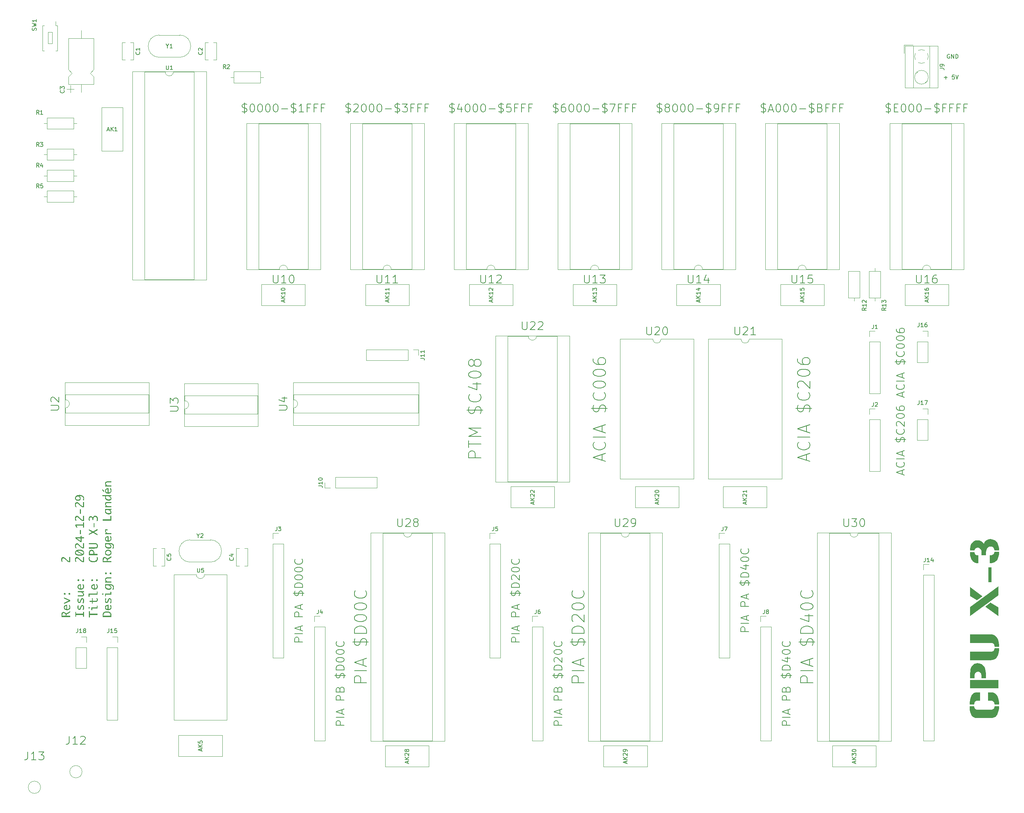
<source format=gto>
G04 #@! TF.GenerationSoftware,KiCad,Pcbnew,8.0.7*
G04 #@! TF.CreationDate,2025-01-05T11:59:37+01:00*
G04 #@! TF.ProjectId,CPU_X-3,4350555f-582d-4332-9e6b-696361645f70,2*
G04 #@! TF.SameCoordinates,Original*
G04 #@! TF.FileFunction,Legend,Top*
G04 #@! TF.FilePolarity,Positive*
%FSLAX46Y46*%
G04 Gerber Fmt 4.6, Leading zero omitted, Abs format (unit mm)*
G04 Created by KiCad (PCBNEW 8.0.7) date 2025-01-05 11:59:37*
%MOMM*%
%LPD*%
G01*
G04 APERTURE LIST*
%ADD10C,0.150000*%
%ADD11C,0.300000*%
%ADD12C,0.120000*%
%ADD13C,2.000000*%
%ADD14R,1.700000X1.700000*%
%ADD15O,1.700000X1.700000*%
%ADD16C,1.600000*%
%ADD17O,1.600000X1.600000*%
%ADD18R,1.600000X1.600000*%
%ADD19C,2.400000*%
%ADD20R,2.400000X1.600000*%
%ADD21O,2.400000X1.600000*%
%ADD22C,1.500000*%
%ADD23R,1.600000X2.400000*%
%ADD24O,1.600000X2.400000*%
%ADD25R,2.500000X2.500000*%
%ADD26C,2.500000*%
%ADD27R,2.400000X2.400000*%
%ADD28O,2.400000X2.400000*%
%ADD29R,2.250000X2.250000*%
%ADD30C,2.250000*%
G04 APERTURE END LIST*
D10*
G36*
X40507000Y-176863065D02*
G01*
X39600370Y-177424824D01*
X39600370Y-177701307D01*
X40507000Y-177701307D01*
X40507000Y-177977301D01*
X38381110Y-177977301D01*
X38381110Y-177494677D01*
X38599951Y-177494677D01*
X38599951Y-177701307D01*
X39381528Y-177701307D01*
X39381528Y-177314426D01*
X39328795Y-177226315D01*
X39266404Y-177147135D01*
X39239379Y-177120986D01*
X39159426Y-177061818D01*
X39084529Y-177024265D01*
X38987076Y-176996938D01*
X38920398Y-176991537D01*
X38818640Y-177006855D01*
X38727627Y-177058024D01*
X38686902Y-177100469D01*
X38637398Y-177195977D01*
X38614302Y-177291759D01*
X38603008Y-177393749D01*
X38599951Y-177494677D01*
X38381110Y-177494677D01*
X38381110Y-177409681D01*
X38383102Y-177310785D01*
X38390462Y-177208430D01*
X38405513Y-177108626D01*
X38434288Y-177009632D01*
X38437774Y-177001307D01*
X38488080Y-176911135D01*
X38554736Y-176837725D01*
X38608256Y-176798096D01*
X38696458Y-176754339D01*
X38797592Y-176729725D01*
X38854452Y-176726289D01*
X38954315Y-176734190D01*
X39054661Y-176757892D01*
X39101138Y-176774161D01*
X39190118Y-176815148D01*
X39278142Y-176871023D01*
X39321933Y-176906052D01*
X39393397Y-176979577D01*
X39456371Y-177065440D01*
X39506092Y-177148829D01*
X40507000Y-176534803D01*
X40507000Y-176863065D01*
G37*
G36*
X39787949Y-176049248D02*
G01*
X39889670Y-176041456D01*
X39985272Y-176018078D01*
X40066874Y-175983302D01*
X40152603Y-175927638D01*
X40225632Y-175854157D01*
X40256406Y-175808913D01*
X40297206Y-175715965D01*
X40317206Y-175613343D01*
X40319421Y-175562716D01*
X40311871Y-175452527D01*
X40293381Y-175354136D01*
X40263797Y-175252103D01*
X40223119Y-175146430D01*
X40180746Y-175055588D01*
X40161640Y-175018543D01*
X40389763Y-175018543D01*
X40432544Y-175112999D01*
X40468073Y-175205856D01*
X40501138Y-175315176D01*
X40523761Y-175422194D01*
X40535942Y-175526912D01*
X40538263Y-175595445D01*
X40531943Y-175696012D01*
X40509725Y-175802581D01*
X40471510Y-175902195D01*
X40437146Y-175964740D01*
X40373115Y-176051100D01*
X40295329Y-176127182D01*
X40214637Y-176186182D01*
X40146986Y-176225103D01*
X40051090Y-176267845D01*
X39951958Y-176298376D01*
X39849589Y-176316694D01*
X39743985Y-176322800D01*
X39641464Y-176316999D01*
X39541019Y-176299597D01*
X39442650Y-176270593D01*
X39346357Y-176229988D01*
X39256385Y-176178758D01*
X39176975Y-176118369D01*
X39108129Y-176048821D01*
X39049847Y-175970113D01*
X38998606Y-175873166D01*
X38964135Y-175770267D01*
X38947572Y-175673807D01*
X38944400Y-175609611D01*
X39162687Y-175609611D01*
X39175790Y-175710828D01*
X39215098Y-175802233D01*
X39273573Y-175876812D01*
X39352923Y-175940707D01*
X39442040Y-175986873D01*
X39535333Y-176018892D01*
X39600370Y-176034593D01*
X39600370Y-175273044D01*
X39564222Y-175273044D01*
X39466622Y-175280308D01*
X39363600Y-175308917D01*
X39278471Y-175359229D01*
X39271619Y-175364879D01*
X39205239Y-175442114D01*
X39169495Y-175536796D01*
X39162687Y-175609611D01*
X38944400Y-175609611D01*
X38943845Y-175598376D01*
X38950646Y-175500121D01*
X38975770Y-175395042D01*
X39019408Y-175300247D01*
X39081558Y-175215737D01*
X39137286Y-175161669D01*
X39231944Y-175097335D01*
X39329042Y-175054768D01*
X39440874Y-175023811D01*
X39545324Y-175006881D01*
X39660006Y-174998012D01*
X39733727Y-174996561D01*
X39787949Y-174996561D01*
X39787949Y-176049248D01*
G37*
G36*
X40507000Y-174111914D02*
G01*
X38975108Y-174775277D01*
X38975108Y-174496352D01*
X40189484Y-173972695D01*
X38975108Y-173437803D01*
X38975108Y-173183791D01*
X40507000Y-173852039D01*
X40507000Y-174111914D01*
G37*
G36*
X40538263Y-172300609D02*
G01*
X40515531Y-172400128D01*
X40473782Y-172457901D01*
X40388257Y-172512555D01*
X40319421Y-172523358D01*
X40220763Y-172499938D01*
X40164571Y-172456924D01*
X40111141Y-172369768D01*
X40100579Y-172300609D01*
X40123139Y-172201733D01*
X40164571Y-172143805D01*
X40249797Y-172088335D01*
X40319421Y-172077371D01*
X40417200Y-172100619D01*
X40473782Y-172143316D01*
X40527621Y-172230346D01*
X40538263Y-172300609D01*
G37*
G36*
X39381528Y-172300609D02*
G01*
X39358797Y-172400128D01*
X39317048Y-172457901D01*
X39231523Y-172512555D01*
X39162687Y-172523358D01*
X39064029Y-172499938D01*
X39007837Y-172456924D01*
X38954406Y-172369768D01*
X38943845Y-172300609D01*
X38966405Y-172201733D01*
X39007837Y-172143805D01*
X39093063Y-172088335D01*
X39162687Y-172077371D01*
X39260466Y-172100619D01*
X39317048Y-172143316D01*
X39370887Y-172230346D01*
X39381528Y-172300609D01*
G37*
G36*
X40507000Y-163250434D02*
G01*
X40507000Y-164534175D01*
X40276434Y-164534175D01*
X40178389Y-164523835D01*
X40085925Y-164497538D01*
X39992252Y-164452245D01*
X39904370Y-164393031D01*
X39857802Y-164356366D01*
X39779139Y-164290144D01*
X39701906Y-164221536D01*
X39626105Y-164150544D01*
X39611117Y-164136059D01*
X39462129Y-163991467D01*
X39386780Y-163921614D01*
X39309299Y-163851661D01*
X39251591Y-163799981D01*
X39173861Y-163732509D01*
X39090265Y-163665857D01*
X39004127Y-163608593D01*
X38998556Y-163605563D01*
X38905579Y-163568592D01*
X38825143Y-163558180D01*
X38723619Y-163576239D01*
X38637546Y-163636078D01*
X38612652Y-163667601D01*
X38563946Y-163760939D01*
X38540070Y-163863146D01*
X38537425Y-163913309D01*
X38543797Y-164012493D01*
X38555499Y-164087699D01*
X38576114Y-164183327D01*
X38597509Y-164256715D01*
X38634023Y-164351603D01*
X38673720Y-164443050D01*
X38695695Y-164491676D01*
X38466595Y-164491676D01*
X38423232Y-164394643D01*
X38388216Y-164297532D01*
X38361546Y-164200344D01*
X38350335Y-164146317D01*
X38333591Y-164044203D01*
X38322335Y-163945651D01*
X38318584Y-163861530D01*
X38323926Y-163760656D01*
X38342145Y-163655755D01*
X38373294Y-163557203D01*
X38418007Y-163470254D01*
X38482980Y-163394622D01*
X38542799Y-163351062D01*
X38638649Y-163307100D01*
X38739658Y-163285550D01*
X38788018Y-163283163D01*
X38888627Y-163293437D01*
X38990967Y-163324260D01*
X39085506Y-163370113D01*
X39177997Y-163430958D01*
X39259285Y-163495166D01*
X39335472Y-163561958D01*
X39417669Y-163639605D01*
X39475806Y-163697399D01*
X39631633Y-163853226D01*
X39761082Y-163984628D01*
X39839392Y-164057806D01*
X39916176Y-164121633D01*
X39998875Y-164181044D01*
X40006302Y-164185884D01*
X40101350Y-164233489D01*
X40199702Y-164260350D01*
X40288158Y-164270392D01*
X40288158Y-163250434D01*
X40507000Y-163250434D01*
G37*
G36*
X43867000Y-177946038D02*
G01*
X43648158Y-177946038D01*
X43648158Y-177479534D01*
X41959951Y-177479534D01*
X41959951Y-177946038D01*
X41741110Y-177946038D01*
X41741110Y-176737036D01*
X41959951Y-176737036D01*
X41959951Y-177203540D01*
X43648158Y-177203540D01*
X43648158Y-176737036D01*
X43867000Y-176737036D01*
X43867000Y-177946038D01*
G37*
G36*
X43771256Y-176271020D02*
G01*
X43491842Y-176271020D01*
X43545226Y-176183389D01*
X43588872Y-176093053D01*
X43622781Y-176000012D01*
X43637411Y-175947154D01*
X43659565Y-175845355D01*
X43674457Y-175745056D01*
X43679421Y-175656994D01*
X43674630Y-175557037D01*
X43655760Y-175458165D01*
X43618849Y-175379534D01*
X43546081Y-175313214D01*
X43467907Y-175294538D01*
X43373448Y-175327034D01*
X43365325Y-175334105D01*
X43311177Y-175416262D01*
X43268038Y-175512250D01*
X43260300Y-175531453D01*
X43225618Y-175618892D01*
X43157718Y-175795235D01*
X43117750Y-175894446D01*
X43072423Y-175991481D01*
X43022338Y-176077707D01*
X42956462Y-176153295D01*
X42868012Y-176204720D01*
X42772149Y-176226686D01*
X42731759Y-176228522D01*
X42631814Y-176217007D01*
X42533182Y-176177204D01*
X42455589Y-176117071D01*
X42424501Y-176082953D01*
X42371714Y-175998842D01*
X42337898Y-175906662D01*
X42315628Y-175797138D01*
X42305731Y-175689455D01*
X42303845Y-175610588D01*
X42306837Y-175504757D01*
X42315813Y-175401403D01*
X42330773Y-175300528D01*
X42351717Y-175202130D01*
X42366371Y-175147015D01*
X42585213Y-175147015D01*
X42560850Y-175255628D01*
X42542471Y-175361342D01*
X42530075Y-175464158D01*
X42523664Y-175564075D01*
X42522687Y-175619869D01*
X42529209Y-175722660D01*
X42553736Y-175822560D01*
X42577886Y-175872416D01*
X42648640Y-175945884D01*
X42715639Y-175963274D01*
X42810554Y-175925871D01*
X42843622Y-175884140D01*
X42888315Y-175796958D01*
X42927366Y-175702091D01*
X42954020Y-175629639D01*
X43015080Y-175457203D01*
X43052610Y-175360498D01*
X43097391Y-175266465D01*
X43150177Y-175181697D01*
X43199240Y-175125033D01*
X43281351Y-175066689D01*
X43377476Y-175035274D01*
X43449344Y-175029290D01*
X43554041Y-175041345D01*
X43647765Y-175077512D01*
X43730514Y-175137791D01*
X43771745Y-175181697D01*
X43827096Y-175269319D01*
X43862556Y-175364722D01*
X43883313Y-175460412D01*
X43895174Y-175568947D01*
X43898263Y-175669206D01*
X43893798Y-175779516D01*
X43880402Y-175890994D01*
X43858077Y-176003639D01*
X43832651Y-176098403D01*
X43801023Y-176193977D01*
X43771256Y-176271020D01*
G37*
G36*
X43771256Y-174590630D02*
G01*
X43491842Y-174590630D01*
X43545226Y-174502998D01*
X43588872Y-174412662D01*
X43622781Y-174319622D01*
X43637411Y-174266764D01*
X43659565Y-174164964D01*
X43674457Y-174064665D01*
X43679421Y-173976603D01*
X43674630Y-173876646D01*
X43655760Y-173777774D01*
X43618849Y-173699143D01*
X43546081Y-173632823D01*
X43467907Y-173614147D01*
X43373448Y-173646643D01*
X43365325Y-173653714D01*
X43311177Y-173735871D01*
X43268038Y-173831859D01*
X43260300Y-173851062D01*
X43225618Y-173938501D01*
X43157718Y-174114845D01*
X43117750Y-174214055D01*
X43072423Y-174311090D01*
X43022338Y-174397316D01*
X42956462Y-174472905D01*
X42868012Y-174524329D01*
X42772149Y-174546295D01*
X42731759Y-174548131D01*
X42631814Y-174536617D01*
X42533182Y-174496813D01*
X42455589Y-174436680D01*
X42424501Y-174402563D01*
X42371714Y-174318452D01*
X42337898Y-174226271D01*
X42315628Y-174116747D01*
X42305731Y-174009065D01*
X42303845Y-173930197D01*
X42306837Y-173824366D01*
X42315813Y-173721013D01*
X42330773Y-173620137D01*
X42351717Y-173521739D01*
X42366371Y-173466624D01*
X42585213Y-173466624D01*
X42560850Y-173575237D01*
X42542471Y-173680951D01*
X42530075Y-173783767D01*
X42523664Y-173883684D01*
X42522687Y-173939478D01*
X42529209Y-174042270D01*
X42553736Y-174142169D01*
X42577886Y-174192025D01*
X42648640Y-174265493D01*
X42715639Y-174282884D01*
X42810554Y-174245480D01*
X42843622Y-174203749D01*
X42888315Y-174116568D01*
X42927366Y-174021700D01*
X42954020Y-173949248D01*
X43015080Y-173776812D01*
X43052610Y-173680108D01*
X43097391Y-173586074D01*
X43150177Y-173501307D01*
X43199240Y-173444642D01*
X43281351Y-173386299D01*
X43377476Y-173354883D01*
X43449344Y-173348899D01*
X43554041Y-173360955D01*
X43647765Y-173397122D01*
X43730514Y-173457400D01*
X43771745Y-173501307D01*
X43827096Y-173588929D01*
X43862556Y-173684331D01*
X43883313Y-173780021D01*
X43895174Y-173888556D01*
X43898263Y-173988815D01*
X43893798Y-174099125D01*
X43880402Y-174210603D01*
X43858077Y-174323249D01*
X43832651Y-174418012D01*
X43801023Y-174513586D01*
X43771256Y-174590630D01*
G37*
G36*
X42335108Y-171671439D02*
G01*
X43867000Y-171671439D01*
X43867000Y-171925940D01*
X43534829Y-171925940D01*
X43620009Y-171989199D01*
X43693831Y-172055877D01*
X43763306Y-172134978D01*
X43807404Y-172199492D01*
X43855318Y-172293478D01*
X43885486Y-172387368D01*
X43898174Y-172490538D01*
X43898263Y-172499911D01*
X43888233Y-172597432D01*
X43854733Y-172695794D01*
X43826944Y-172745619D01*
X43761264Y-172824986D01*
X43680911Y-172882101D01*
X43638877Y-172900958D01*
X43532743Y-172925710D01*
X43422635Y-172937258D01*
X43321862Y-172942352D01*
X43205495Y-172944390D01*
X43184585Y-172944433D01*
X42335108Y-172944433D01*
X42335108Y-172689932D01*
X43225129Y-172689932D01*
X43326582Y-172688619D01*
X43426864Y-172683286D01*
X43517732Y-172668927D01*
X43606429Y-172619861D01*
X43633992Y-172590769D01*
X43676582Y-172500827D01*
X43679421Y-172468648D01*
X43661561Y-172365448D01*
X43619391Y-172275144D01*
X43560229Y-172190527D01*
X43552415Y-172180930D01*
X43484515Y-172107290D01*
X43408311Y-172040246D01*
X43323803Y-171979796D01*
X43230991Y-171925940D01*
X42335108Y-171925940D01*
X42335108Y-171671439D01*
G37*
G36*
X43147949Y-171008076D02*
G01*
X43249670Y-171000283D01*
X43345272Y-170976906D01*
X43426874Y-170942130D01*
X43512603Y-170886466D01*
X43585632Y-170812984D01*
X43616406Y-170767741D01*
X43657206Y-170674793D01*
X43677206Y-170572171D01*
X43679421Y-170521544D01*
X43671871Y-170411355D01*
X43653381Y-170312963D01*
X43623797Y-170210931D01*
X43583119Y-170105258D01*
X43540746Y-170014416D01*
X43521640Y-169977371D01*
X43749763Y-169977371D01*
X43792544Y-170071826D01*
X43828073Y-170164684D01*
X43861138Y-170274004D01*
X43883761Y-170381022D01*
X43895942Y-170485739D01*
X43898263Y-170554272D01*
X43891943Y-170654839D01*
X43869725Y-170761408D01*
X43831510Y-170861022D01*
X43797146Y-170923568D01*
X43733115Y-171009928D01*
X43655329Y-171086010D01*
X43574637Y-171145010D01*
X43506986Y-171183930D01*
X43411090Y-171226673D01*
X43311958Y-171257203D01*
X43209589Y-171275521D01*
X43103985Y-171281628D01*
X43001464Y-171275827D01*
X42901019Y-171258424D01*
X42802650Y-171229421D01*
X42706357Y-171188815D01*
X42616385Y-171137585D01*
X42536975Y-171077196D01*
X42468129Y-171007648D01*
X42409847Y-170928941D01*
X42358606Y-170831993D01*
X42324135Y-170729095D01*
X42307572Y-170632634D01*
X42304400Y-170568438D01*
X42522687Y-170568438D01*
X42535790Y-170669656D01*
X42575098Y-170761060D01*
X42633573Y-170835640D01*
X42712923Y-170899534D01*
X42802040Y-170945701D01*
X42895333Y-170977719D01*
X42960370Y-170993421D01*
X42960370Y-170231872D01*
X42924222Y-170231872D01*
X42826622Y-170239136D01*
X42723600Y-170267745D01*
X42638471Y-170318057D01*
X42631619Y-170323707D01*
X42565239Y-170400941D01*
X42529495Y-170495624D01*
X42522687Y-170568438D01*
X42304400Y-170568438D01*
X42303845Y-170557203D01*
X42310646Y-170458949D01*
X42335770Y-170353869D01*
X42379408Y-170259074D01*
X42441558Y-170174564D01*
X42497286Y-170120497D01*
X42591944Y-170056163D01*
X42689042Y-170013596D01*
X42800874Y-169982638D01*
X42905324Y-169965708D01*
X43020006Y-169956840D01*
X43093727Y-169955389D01*
X43147949Y-169955389D01*
X43147949Y-171008076D01*
G37*
G36*
X43898263Y-168939827D02*
G01*
X43875531Y-169039347D01*
X43833782Y-169097120D01*
X43748257Y-169151774D01*
X43679421Y-169162577D01*
X43580763Y-169139156D01*
X43524571Y-169096143D01*
X43471141Y-169008986D01*
X43460579Y-168939827D01*
X43483139Y-168840951D01*
X43524571Y-168783023D01*
X43609797Y-168727553D01*
X43679421Y-168716589D01*
X43777200Y-168739838D01*
X43833782Y-168782535D01*
X43887621Y-168869564D01*
X43898263Y-168939827D01*
G37*
G36*
X42741528Y-168939827D02*
G01*
X42718797Y-169039347D01*
X42677048Y-169097120D01*
X42591523Y-169151774D01*
X42522687Y-169162577D01*
X42424029Y-169139156D01*
X42367837Y-169096143D01*
X42314406Y-169008986D01*
X42303845Y-168939827D01*
X42326405Y-168840951D01*
X42367837Y-168783023D01*
X42453063Y-168727553D01*
X42522687Y-168716589D01*
X42620466Y-168739838D01*
X42677048Y-168782535D01*
X42730887Y-168869564D01*
X42741528Y-168939827D01*
G37*
G36*
X43867000Y-163250434D02*
G01*
X43867000Y-164534175D01*
X43636434Y-164534175D01*
X43538389Y-164523835D01*
X43445925Y-164497538D01*
X43352252Y-164452245D01*
X43264370Y-164393031D01*
X43217802Y-164356366D01*
X43139139Y-164290144D01*
X43061906Y-164221536D01*
X42986105Y-164150544D01*
X42971117Y-164136059D01*
X42822129Y-163991467D01*
X42746780Y-163921614D01*
X42669299Y-163851661D01*
X42611591Y-163799981D01*
X42533861Y-163732509D01*
X42450265Y-163665857D01*
X42364127Y-163608593D01*
X42358556Y-163605563D01*
X42265579Y-163568592D01*
X42185143Y-163558180D01*
X42083619Y-163576239D01*
X41997546Y-163636078D01*
X41972652Y-163667601D01*
X41923946Y-163760939D01*
X41900070Y-163863146D01*
X41897425Y-163913309D01*
X41903797Y-164012493D01*
X41915499Y-164087699D01*
X41936114Y-164183327D01*
X41957509Y-164256715D01*
X41994023Y-164351603D01*
X42033720Y-164443050D01*
X42055695Y-164491676D01*
X41826595Y-164491676D01*
X41783232Y-164394643D01*
X41748216Y-164297532D01*
X41721546Y-164200344D01*
X41710335Y-164146317D01*
X41693591Y-164044203D01*
X41682335Y-163945651D01*
X41678584Y-163861530D01*
X41683926Y-163760656D01*
X41702145Y-163655755D01*
X41733294Y-163557203D01*
X41778007Y-163470254D01*
X41842980Y-163394622D01*
X41902799Y-163351062D01*
X41998649Y-163307100D01*
X42099658Y-163285550D01*
X42148018Y-163283163D01*
X42248627Y-163293437D01*
X42350967Y-163324260D01*
X42445506Y-163370113D01*
X42537997Y-163430958D01*
X42619285Y-163495166D01*
X42695472Y-163561958D01*
X42777669Y-163639605D01*
X42835806Y-163697399D01*
X42991633Y-163853226D01*
X43121082Y-163984628D01*
X43199392Y-164057806D01*
X43276176Y-164121633D01*
X43358875Y-164181044D01*
X43366302Y-164185884D01*
X43461350Y-164233489D01*
X43559702Y-164260350D01*
X43648158Y-164270392D01*
X43648158Y-163250434D01*
X43867000Y-163250434D01*
G37*
G36*
X42929458Y-161478735D02*
G01*
X43048725Y-161487642D01*
X43161367Y-161502487D01*
X43267383Y-161523271D01*
X43366775Y-161549993D01*
X43459541Y-161582653D01*
X43566183Y-161631828D01*
X43625199Y-161665787D01*
X43712871Y-161729378D01*
X43785684Y-161801389D01*
X43843637Y-161881820D01*
X43886730Y-161970670D01*
X43914963Y-162067941D01*
X43928337Y-162173631D01*
X43929526Y-162218264D01*
X43922096Y-162326783D01*
X43899806Y-162427025D01*
X43862657Y-162518990D01*
X43810648Y-162602679D01*
X43743779Y-162678092D01*
X43662051Y-162745227D01*
X43625199Y-162769764D01*
X43524769Y-162824647D01*
X43413986Y-162870228D01*
X43317907Y-162899995D01*
X43215203Y-162923809D01*
X43105874Y-162941669D01*
X42989920Y-162953576D01*
X42867340Y-162959530D01*
X42803566Y-162960274D01*
X42677911Y-162957297D01*
X42558865Y-162948367D01*
X42446430Y-162933483D01*
X42340604Y-162912646D01*
X42241388Y-162885856D01*
X42148782Y-162853112D01*
X42042319Y-162803810D01*
X41983399Y-162769764D01*
X41895586Y-162705939D01*
X41822656Y-162633837D01*
X41764610Y-162553459D01*
X41721448Y-162464804D01*
X41693169Y-162367873D01*
X41679774Y-162262665D01*
X41678584Y-162218264D01*
X41897425Y-162218264D01*
X41913301Y-162325517D01*
X41960928Y-162419154D01*
X42028648Y-162489916D01*
X42120678Y-162550253D01*
X42151438Y-162565577D01*
X42251301Y-162605917D01*
X42360746Y-162637911D01*
X42459271Y-162658197D01*
X42564450Y-162672687D01*
X42676285Y-162681381D01*
X42794773Y-162684279D01*
X42893095Y-162682763D01*
X42986260Y-162678906D01*
X43089950Y-162667379D01*
X43190968Y-162648745D01*
X43264208Y-162632500D01*
X42110405Y-161898306D01*
X42027790Y-161952345D01*
X41956978Y-162024530D01*
X41941389Y-162049736D01*
X41905840Y-162142970D01*
X41897425Y-162218264D01*
X41678584Y-162218264D01*
X41686025Y-162109206D01*
X41708351Y-162008568D01*
X41745560Y-161916350D01*
X41797652Y-161832551D01*
X41820825Y-161806471D01*
X42363441Y-161806471D01*
X43512359Y-162535291D01*
X43594483Y-162476365D01*
X43661347Y-162399981D01*
X43701241Y-162308138D01*
X43710684Y-162229011D01*
X43696870Y-162122515D01*
X43655426Y-162030418D01*
X43586353Y-161952720D01*
X43505158Y-161897583D01*
X43421989Y-161859715D01*
X43311513Y-161822530D01*
X43216065Y-161797418D01*
X43117540Y-161777650D01*
X43015939Y-161763224D01*
X42911260Y-161754142D01*
X42803505Y-161750402D01*
X42781584Y-161750295D01*
X42673934Y-161753806D01*
X42568360Y-161764339D01*
X42464862Y-161781894D01*
X42363441Y-161806471D01*
X41820825Y-161806471D01*
X41864628Y-161757172D01*
X41946487Y-161690213D01*
X41983399Y-161665787D01*
X42083665Y-161611044D01*
X42194258Y-161565580D01*
X42290170Y-161535890D01*
X42392691Y-161512137D01*
X42501821Y-161494322D01*
X42617562Y-161482446D01*
X42739912Y-161476508D01*
X42803566Y-161475766D01*
X42929458Y-161478735D01*
G37*
G36*
X43867000Y-159889653D02*
G01*
X43867000Y-161173393D01*
X43636434Y-161173393D01*
X43538389Y-161163053D01*
X43445925Y-161136757D01*
X43352252Y-161091463D01*
X43264370Y-161032249D01*
X43217802Y-160995584D01*
X43139139Y-160929362D01*
X43061906Y-160860755D01*
X42986105Y-160789762D01*
X42971117Y-160775277D01*
X42822129Y-160630685D01*
X42746780Y-160560832D01*
X42669299Y-160490879D01*
X42611591Y-160439199D01*
X42533861Y-160371727D01*
X42450265Y-160305075D01*
X42364127Y-160247811D01*
X42358556Y-160244782D01*
X42265579Y-160207810D01*
X42185143Y-160197399D01*
X42083619Y-160215457D01*
X41997546Y-160275297D01*
X41972652Y-160306819D01*
X41923946Y-160400158D01*
X41900070Y-160502364D01*
X41897425Y-160552528D01*
X41903797Y-160651712D01*
X41915499Y-160726917D01*
X41936114Y-160822546D01*
X41957509Y-160895933D01*
X41994023Y-160990822D01*
X42033720Y-161082268D01*
X42055695Y-161130895D01*
X41826595Y-161130895D01*
X41783232Y-161033861D01*
X41748216Y-160936750D01*
X41721546Y-160839562D01*
X41710335Y-160785535D01*
X41693591Y-160683421D01*
X41682335Y-160584869D01*
X41678584Y-160500748D01*
X41683926Y-160399874D01*
X41702145Y-160294973D01*
X41733294Y-160196422D01*
X41778007Y-160109472D01*
X41842980Y-160033841D01*
X41902799Y-159990281D01*
X41998649Y-159946318D01*
X42099658Y-159924768D01*
X42148018Y-159922381D01*
X42248627Y-159932656D01*
X42350967Y-159963479D01*
X42445506Y-160009332D01*
X42537997Y-160070177D01*
X42619285Y-160134384D01*
X42695472Y-160201177D01*
X42777669Y-160278823D01*
X42835806Y-160336617D01*
X42991633Y-160492444D01*
X43121082Y-160623847D01*
X43199392Y-160697024D01*
X43276176Y-160760852D01*
X43358875Y-160820263D01*
X43366302Y-160825103D01*
X43461350Y-160872707D01*
X43559702Y-160899569D01*
X43648158Y-160909611D01*
X43648158Y-159889653D01*
X43867000Y-159889653D01*
G37*
G36*
X43273001Y-158474510D02*
G01*
X43867000Y-158474510D01*
X43867000Y-158729988D01*
X43273001Y-158729988D01*
X43273001Y-159631244D01*
X43054159Y-159631244D01*
X41741110Y-158729988D01*
X42135806Y-158729988D01*
X43054159Y-159360134D01*
X43054159Y-158729988D01*
X42135806Y-158729988D01*
X41741110Y-158729988D01*
X41741110Y-158474510D01*
X43054159Y-158474510D01*
X43054159Y-158082256D01*
X43273001Y-158082256D01*
X43273001Y-158474510D01*
G37*
G36*
X43116685Y-157706122D02*
G01*
X42897844Y-157706122D01*
X42897844Y-156645131D01*
X43116685Y-156645131D01*
X43116685Y-157706122D01*
G37*
G36*
X43648158Y-155559227D02*
G01*
X42031759Y-155559227D01*
X42092335Y-155637398D01*
X42151045Y-155720963D01*
X42190028Y-155782465D01*
X42239464Y-155874766D01*
X42281186Y-155969000D01*
X42319143Y-156067270D01*
X42323385Y-156078976D01*
X42069861Y-156078976D01*
X42028347Y-155987332D01*
X41983183Y-155899553D01*
X41924170Y-155799318D01*
X41859901Y-155704647D01*
X41790378Y-155615540D01*
X41741110Y-155559227D01*
X41741110Y-155305214D01*
X43648158Y-155305214D01*
X43648158Y-154795235D01*
X43867000Y-154795235D01*
X43867000Y-156078976D01*
X43648158Y-156078976D01*
X43648158Y-155559227D01*
G37*
G36*
X43867000Y-153168090D02*
G01*
X43867000Y-154451830D01*
X43636434Y-154451830D01*
X43538389Y-154441490D01*
X43445925Y-154415193D01*
X43352252Y-154369900D01*
X43264370Y-154310686D01*
X43217802Y-154274021D01*
X43139139Y-154207799D01*
X43061906Y-154139191D01*
X42986105Y-154068199D01*
X42971117Y-154053714D01*
X42822129Y-153909122D01*
X42746780Y-153839269D01*
X42669299Y-153769316D01*
X42611591Y-153717636D01*
X42533861Y-153650164D01*
X42450265Y-153583512D01*
X42364127Y-153526248D01*
X42358556Y-153523219D01*
X42265579Y-153486247D01*
X42185143Y-153475836D01*
X42083619Y-153493894D01*
X41997546Y-153553734D01*
X41972652Y-153585256D01*
X41923946Y-153678595D01*
X41900070Y-153780801D01*
X41897425Y-153830965D01*
X41903797Y-153930149D01*
X41915499Y-154005354D01*
X41936114Y-154100983D01*
X41957509Y-154174370D01*
X41994023Y-154269258D01*
X42033720Y-154360705D01*
X42055695Y-154409332D01*
X41826595Y-154409332D01*
X41783232Y-154312298D01*
X41748216Y-154215187D01*
X41721546Y-154117999D01*
X41710335Y-154063972D01*
X41693591Y-153961858D01*
X41682335Y-153863306D01*
X41678584Y-153779185D01*
X41683926Y-153678311D01*
X41702145Y-153573410D01*
X41733294Y-153474859D01*
X41778007Y-153387909D01*
X41842980Y-153312278D01*
X41902799Y-153268718D01*
X41998649Y-153224755D01*
X42099658Y-153203205D01*
X42148018Y-153200818D01*
X42248627Y-153211092D01*
X42350967Y-153241916D01*
X42445506Y-153287769D01*
X42537997Y-153348614D01*
X42619285Y-153412821D01*
X42695472Y-153479614D01*
X42777669Y-153557260D01*
X42835806Y-153615054D01*
X42991633Y-153770881D01*
X43121082Y-153902284D01*
X43199392Y-153975461D01*
X43276176Y-154039288D01*
X43358875Y-154098700D01*
X43366302Y-154103540D01*
X43461350Y-154151144D01*
X43559702Y-154178006D01*
X43648158Y-154188048D01*
X43648158Y-153168090D01*
X43867000Y-153168090D01*
G37*
G36*
X43116685Y-152664949D02*
G01*
X42897844Y-152664949D01*
X42897844Y-151603958D01*
X43116685Y-151603958D01*
X43116685Y-152664949D01*
G37*
G36*
X43867000Y-149807308D02*
G01*
X43867000Y-151091048D01*
X43636434Y-151091048D01*
X43538389Y-151080709D01*
X43445925Y-151054412D01*
X43352252Y-151009118D01*
X43264370Y-150949905D01*
X43217802Y-150913240D01*
X43139139Y-150847017D01*
X43061906Y-150778410D01*
X42986105Y-150707417D01*
X42971117Y-150692933D01*
X42822129Y-150548341D01*
X42746780Y-150478487D01*
X42669299Y-150408535D01*
X42611591Y-150356854D01*
X42533861Y-150289382D01*
X42450265Y-150222731D01*
X42364127Y-150165466D01*
X42358556Y-150162437D01*
X42265579Y-150125465D01*
X42185143Y-150115054D01*
X42083619Y-150133113D01*
X41997546Y-150192952D01*
X41972652Y-150224475D01*
X41923946Y-150317813D01*
X41900070Y-150420020D01*
X41897425Y-150470183D01*
X41903797Y-150569367D01*
X41915499Y-150644572D01*
X41936114Y-150740201D01*
X41957509Y-150813588D01*
X41994023Y-150908477D01*
X42033720Y-150999923D01*
X42055695Y-151048550D01*
X41826595Y-151048550D01*
X41783232Y-150951517D01*
X41748216Y-150854406D01*
X41721546Y-150757218D01*
X41710335Y-150703191D01*
X41693591Y-150601076D01*
X41682335Y-150502525D01*
X41678584Y-150418404D01*
X41683926Y-150317529D01*
X41702145Y-150212628D01*
X41733294Y-150114077D01*
X41778007Y-150027127D01*
X41842980Y-149951496D01*
X41902799Y-149907936D01*
X41998649Y-149863974D01*
X42099658Y-149842424D01*
X42148018Y-149840036D01*
X42248627Y-149850311D01*
X42350967Y-149881134D01*
X42445506Y-149926987D01*
X42537997Y-149987832D01*
X42619285Y-150052039D01*
X42695472Y-150118832D01*
X42777669Y-150196478D01*
X42835806Y-150254272D01*
X42991633Y-150410099D01*
X43121082Y-150541502D01*
X43199392Y-150614679D01*
X43276176Y-150678507D01*
X43358875Y-150737918D01*
X43366302Y-150742758D01*
X43461350Y-150790363D01*
X43559702Y-150817224D01*
X43648158Y-150827266D01*
X43648158Y-149807308D01*
X43867000Y-149807308D01*
G37*
G36*
X42910857Y-148078794D02*
G01*
X43033185Y-148089762D01*
X43148567Y-148108042D01*
X43257003Y-148133634D01*
X43358494Y-148166538D01*
X43453038Y-148206754D01*
X43540638Y-148254282D01*
X43621291Y-148309122D01*
X43710089Y-148386133D01*
X43783837Y-148471229D01*
X43842534Y-148564411D01*
X43886180Y-148665679D01*
X43914776Y-148775032D01*
X43928322Y-148892472D01*
X43929526Y-148941711D01*
X43925496Y-149048384D01*
X43913406Y-149153470D01*
X43893256Y-149256968D01*
X43865046Y-149358878D01*
X43607614Y-149358878D01*
X43647775Y-149260764D01*
X43678072Y-149165174D01*
X43700619Y-149059020D01*
X43710281Y-148956164D01*
X43710684Y-148930965D01*
X43701634Y-148828703D01*
X43668198Y-148720859D01*
X43610125Y-148625356D01*
X43540739Y-148553319D01*
X43453252Y-148490351D01*
X43351889Y-148437394D01*
X43260048Y-148401633D01*
X43161504Y-148373480D01*
X43056258Y-148352937D01*
X42944309Y-148340002D01*
X42825658Y-148334676D01*
X42801124Y-148334524D01*
X42747390Y-148334524D01*
X42827105Y-148393737D01*
X42905434Y-148468231D01*
X42972982Y-148551884D01*
X42991145Y-148578766D01*
X43040861Y-148672609D01*
X43072165Y-148772176D01*
X43085054Y-148877468D01*
X43085422Y-148899213D01*
X43077504Y-149001041D01*
X43053747Y-149099530D01*
X43014153Y-149194680D01*
X43004334Y-149213309D01*
X42947261Y-149298995D01*
X42877404Y-149371037D01*
X42794762Y-149429436D01*
X42776699Y-149439478D01*
X42680271Y-149480437D01*
X42574779Y-149506225D01*
X42472087Y-149516465D01*
X42436225Y-149517147D01*
X42324684Y-149510347D01*
X42218673Y-149489945D01*
X42118192Y-149455942D01*
X42023241Y-149408337D01*
X41933819Y-149347132D01*
X41905241Y-149323707D01*
X41828213Y-149246874D01*
X41767122Y-149161454D01*
X41721967Y-149067447D01*
X41692750Y-148964853D01*
X41679469Y-148853673D01*
X41679017Y-148833756D01*
X41897425Y-148833756D01*
X41912690Y-148936704D01*
X41951092Y-149027385D01*
X41958486Y-149040385D01*
X42018901Y-149117271D01*
X42100921Y-149179646D01*
X42146064Y-149203540D01*
X42244090Y-149239855D01*
X42340102Y-149258421D01*
X42423036Y-149263135D01*
X42526673Y-149255175D01*
X42629045Y-149227660D01*
X42717964Y-149180490D01*
X42742017Y-149162507D01*
X42812936Y-149083282D01*
X42854416Y-148983969D01*
X42866581Y-148876254D01*
X42855143Y-148773206D01*
X42820831Y-148681131D01*
X42763644Y-148600030D01*
X42721989Y-148559715D01*
X42635590Y-148499738D01*
X42539608Y-148459389D01*
X42434044Y-148438669D01*
X42371256Y-148435640D01*
X42271514Y-148443212D01*
X42170762Y-148469830D01*
X42082143Y-148515614D01*
X42029805Y-148556785D01*
X41959995Y-148635887D01*
X41913068Y-148730723D01*
X41897425Y-148833756D01*
X41679017Y-148833756D01*
X41678584Y-148814705D01*
X41686192Y-148703128D01*
X41709019Y-148600735D01*
X41747062Y-148507524D01*
X41800323Y-148423497D01*
X41868802Y-148348652D01*
X41952498Y-148282990D01*
X41990237Y-148259297D01*
X42091603Y-148206243D01*
X42201221Y-148162182D01*
X42294858Y-148133407D01*
X42393776Y-148110387D01*
X42497976Y-148093122D01*
X42607458Y-148081612D01*
X42722222Y-148075857D01*
X42781584Y-148075138D01*
X42910857Y-148078794D01*
G37*
G36*
X47227000Y-177479534D02*
G01*
X45319951Y-177479534D01*
X45319951Y-178115542D01*
X45101110Y-178115542D01*
X45101110Y-176566554D01*
X45319951Y-176566554D01*
X45319951Y-177203540D01*
X47227000Y-177203540D01*
X47227000Y-177479534D01*
G37*
G36*
X47227000Y-175860692D02*
G01*
X45913950Y-175860692D01*
X45913950Y-176284698D01*
X45695108Y-176284698D01*
X45695108Y-175606680D01*
X47008158Y-175606680D01*
X47008158Y-175181209D01*
X47227000Y-175181209D01*
X47227000Y-175860692D01*
G37*
G36*
X45148493Y-175903191D02*
G01*
X45053514Y-175877946D01*
X45019044Y-175844572D01*
X44977569Y-175753361D01*
X44976057Y-175733686D01*
X45006660Y-175640010D01*
X45019044Y-175621823D01*
X45103099Y-175567392D01*
X45148493Y-175562716D01*
X45242820Y-175588171D01*
X45277453Y-175621823D01*
X45318457Y-175713530D01*
X45319951Y-175733686D01*
X45287414Y-175829910D01*
X45277453Y-175844572D01*
X45193453Y-175898554D01*
X45148493Y-175903191D01*
G37*
G36*
X47150796Y-173331314D02*
G01*
X47189500Y-173424350D01*
X47223267Y-173516862D01*
X47243120Y-173591188D01*
X47256133Y-173689839D01*
X47258263Y-173747015D01*
X47251047Y-173853658D01*
X47229402Y-173953952D01*
X47197202Y-174039618D01*
X47143232Y-174129835D01*
X47072913Y-174201917D01*
X47016951Y-174239897D01*
X46919653Y-174278276D01*
X46817206Y-174297828D01*
X46708884Y-174306255D01*
X46648632Y-174307308D01*
X46039002Y-174307308D01*
X46039002Y-174688815D01*
X45820161Y-174688815D01*
X45820161Y-174307308D01*
X45226162Y-174307308D01*
X45226162Y-174053295D01*
X45820161Y-174053295D01*
X45820161Y-173373812D01*
X46039002Y-173373812D01*
X46039002Y-174053295D01*
X46639351Y-174053295D01*
X46742219Y-174049050D01*
X46844854Y-174030836D01*
X46895318Y-174009820D01*
X46972865Y-173943417D01*
X47004739Y-173892584D01*
X47033697Y-173796273D01*
X47039421Y-173719660D01*
X47030379Y-173614288D01*
X47007161Y-173518095D01*
X46969654Y-173419520D01*
X46925115Y-173331314D01*
X47150796Y-173331314D01*
G37*
G36*
X47227000Y-172517985D02*
G01*
X45226162Y-172517985D01*
X45226162Y-172974230D01*
X45007321Y-172974230D01*
X45007321Y-172263484D01*
X47008158Y-172263484D01*
X47008158Y-171786233D01*
X47227000Y-171786233D01*
X47227000Y-172517985D01*
G37*
G36*
X46507949Y-171008076D02*
G01*
X46609670Y-171000283D01*
X46705272Y-170976906D01*
X46786874Y-170942130D01*
X46872603Y-170886466D01*
X46945632Y-170812984D01*
X46976406Y-170767741D01*
X47017206Y-170674793D01*
X47037206Y-170572171D01*
X47039421Y-170521544D01*
X47031871Y-170411355D01*
X47013381Y-170312963D01*
X46983797Y-170210931D01*
X46943119Y-170105258D01*
X46900746Y-170014416D01*
X46881640Y-169977371D01*
X47109763Y-169977371D01*
X47152544Y-170071826D01*
X47188073Y-170164684D01*
X47221138Y-170274004D01*
X47243761Y-170381022D01*
X47255942Y-170485739D01*
X47258263Y-170554272D01*
X47251943Y-170654839D01*
X47229725Y-170761408D01*
X47191510Y-170861022D01*
X47157146Y-170923568D01*
X47093115Y-171009928D01*
X47015329Y-171086010D01*
X46934637Y-171145010D01*
X46866986Y-171183930D01*
X46771090Y-171226673D01*
X46671958Y-171257203D01*
X46569589Y-171275521D01*
X46463985Y-171281628D01*
X46361464Y-171275827D01*
X46261019Y-171258424D01*
X46162650Y-171229421D01*
X46066357Y-171188815D01*
X45976385Y-171137585D01*
X45896975Y-171077196D01*
X45828129Y-171007648D01*
X45769847Y-170928941D01*
X45718606Y-170831993D01*
X45684135Y-170729095D01*
X45667572Y-170632634D01*
X45664400Y-170568438D01*
X45882687Y-170568438D01*
X45895790Y-170669656D01*
X45935098Y-170761060D01*
X45993573Y-170835640D01*
X46072923Y-170899534D01*
X46162040Y-170945701D01*
X46255333Y-170977719D01*
X46320370Y-170993421D01*
X46320370Y-170231872D01*
X46284222Y-170231872D01*
X46186622Y-170239136D01*
X46083600Y-170267745D01*
X45998471Y-170318057D01*
X45991619Y-170323707D01*
X45925239Y-170400941D01*
X45889495Y-170495624D01*
X45882687Y-170568438D01*
X45664400Y-170568438D01*
X45663845Y-170557203D01*
X45670646Y-170458949D01*
X45695770Y-170353869D01*
X45739408Y-170259074D01*
X45801558Y-170174564D01*
X45857286Y-170120497D01*
X45951944Y-170056163D01*
X46049042Y-170013596D01*
X46160874Y-169982638D01*
X46265324Y-169965708D01*
X46380006Y-169956840D01*
X46453727Y-169955389D01*
X46507949Y-169955389D01*
X46507949Y-171008076D01*
G37*
G36*
X47258263Y-168939827D02*
G01*
X47235531Y-169039347D01*
X47193782Y-169097120D01*
X47108257Y-169151774D01*
X47039421Y-169162577D01*
X46940763Y-169139156D01*
X46884571Y-169096143D01*
X46831141Y-169008986D01*
X46820579Y-168939827D01*
X46843139Y-168840951D01*
X46884571Y-168783023D01*
X46969797Y-168727553D01*
X47039421Y-168716589D01*
X47137200Y-168739838D01*
X47193782Y-168782535D01*
X47247621Y-168869564D01*
X47258263Y-168939827D01*
G37*
G36*
X46101528Y-168939827D02*
G01*
X46078797Y-169039347D01*
X46037048Y-169097120D01*
X45951523Y-169151774D01*
X45882687Y-169162577D01*
X45784029Y-169139156D01*
X45727837Y-169096143D01*
X45674406Y-169008986D01*
X45663845Y-168939827D01*
X45686405Y-168840951D01*
X45727837Y-168783023D01*
X45813063Y-168727553D01*
X45882687Y-168716589D01*
X45980466Y-168739838D01*
X46037048Y-168782535D01*
X46090887Y-168869564D01*
X46101528Y-168939827D01*
G37*
G36*
X47197690Y-163250434D02*
G01*
X47233474Y-163352151D01*
X47260468Y-163449147D01*
X47280557Y-163554217D01*
X47289167Y-163653120D01*
X47289526Y-163676882D01*
X47283144Y-163783959D01*
X47264000Y-163887202D01*
X47232094Y-163986612D01*
X47187425Y-164082188D01*
X47156169Y-164135082D01*
X47091608Y-164222110D01*
X47014611Y-164300255D01*
X46925179Y-164369518D01*
X46838626Y-164421816D01*
X46759519Y-164460413D01*
X46658362Y-164499923D01*
X46552363Y-164531259D01*
X46441520Y-164554420D01*
X46325835Y-164569407D01*
X46225731Y-164575651D01*
X46164055Y-164576673D01*
X46062660Y-164573870D01*
X45964558Y-164565463D01*
X45851180Y-164547974D01*
X45742541Y-164522415D01*
X45638642Y-164488784D01*
X45572010Y-164461879D01*
X45477940Y-164415517D01*
X45392835Y-164362525D01*
X45304876Y-164292324D01*
X45229118Y-164213100D01*
X45173894Y-164138013D01*
X45121171Y-164044320D01*
X45081397Y-163946607D01*
X45054572Y-163844873D01*
X45040698Y-163739118D01*
X45038584Y-163676882D01*
X45045809Y-163566917D01*
X45064364Y-163462618D01*
X45089966Y-163366297D01*
X45124310Y-163265254D01*
X45129930Y-163250434D01*
X45348772Y-163250434D01*
X45313179Y-163346678D01*
X45286328Y-163442642D01*
X45266346Y-163551971D01*
X45257782Y-163660934D01*
X45257425Y-163688117D01*
X45268302Y-163787980D01*
X45300931Y-163882405D01*
X45355313Y-163971391D01*
X45368800Y-163988536D01*
X45439679Y-164060789D01*
X45527018Y-164124772D01*
X45618471Y-164174705D01*
X45695597Y-164207866D01*
X45791454Y-164240224D01*
X45890957Y-164264634D01*
X45994106Y-164281096D01*
X46100903Y-164289611D01*
X46163566Y-164290909D01*
X46273895Y-164286795D01*
X46380484Y-164274453D01*
X46483333Y-164253883D01*
X46582443Y-164225085D01*
X46637397Y-164204935D01*
X46727263Y-164164841D01*
X46817145Y-164113466D01*
X46901912Y-164048589D01*
X46962729Y-163984628D01*
X47019658Y-163898161D01*
X47055503Y-163806064D01*
X47070262Y-163708338D01*
X47070684Y-163688117D01*
X47064944Y-163579613D01*
X47047725Y-163470497D01*
X47023242Y-163374520D01*
X46989969Y-163278076D01*
X46978849Y-163250434D01*
X47197690Y-163250434D01*
G37*
G36*
X45800866Y-161513715D02*
G01*
X45897341Y-161533773D01*
X45990398Y-161567204D01*
X46080035Y-161614007D01*
X46162894Y-161672534D01*
X46235618Y-161741624D01*
X46298205Y-161821278D01*
X46350656Y-161911495D01*
X46392116Y-162015237D01*
X46418677Y-162119936D01*
X46434224Y-162220022D01*
X46443109Y-162329657D01*
X46445422Y-162428313D01*
X46445422Y-162540665D01*
X47227000Y-162540665D01*
X47227000Y-162816659D01*
X45101110Y-162816659D01*
X45101110Y-162375068D01*
X45319951Y-162375068D01*
X45319951Y-162540665D01*
X46226581Y-162540665D01*
X46226581Y-162421474D01*
X46223472Y-162315967D01*
X46212305Y-162210729D01*
X46190036Y-162111896D01*
X46161612Y-162041432D01*
X46104551Y-161956115D01*
X46031553Y-161887010D01*
X45974034Y-161849946D01*
X45879558Y-161809165D01*
X45779311Y-161787206D01*
X45709274Y-161783023D01*
X45604269Y-161794711D01*
X45505733Y-161834565D01*
X45424976Y-161902702D01*
X45374207Y-161988453D01*
X45343028Y-162095622D01*
X45328259Y-162195113D01*
X45320874Y-162310987D01*
X45319951Y-162375068D01*
X45101110Y-162375068D01*
X45101110Y-162289094D01*
X45103686Y-162173295D01*
X45111414Y-162069894D01*
X45126941Y-161964931D01*
X45153274Y-161865639D01*
X45174383Y-161814775D01*
X45226504Y-161728479D01*
X45291886Y-161655826D01*
X45370531Y-161596817D01*
X45387851Y-161586652D01*
X45478669Y-161544663D01*
X45575880Y-161518226D01*
X45679483Y-161507340D01*
X45700970Y-161507029D01*
X45800866Y-161513715D01*
G37*
G36*
X45101110Y-161204656D02*
G01*
X45101110Y-160928662D01*
X46490852Y-160928662D01*
X46602613Y-160926465D01*
X46709904Y-160918572D01*
X46813364Y-160900636D01*
X46865520Y-160882744D01*
X46948990Y-160828963D01*
X47011636Y-160753715D01*
X47018416Y-160742060D01*
X47055933Y-160648144D01*
X47070480Y-160544996D01*
X47070684Y-160530546D01*
X47059838Y-160427977D01*
X47027300Y-160335694D01*
X47014020Y-160311216D01*
X46946836Y-160232054D01*
X46858760Y-160178118D01*
X46836699Y-160169066D01*
X46740586Y-160144852D01*
X46633882Y-160131938D01*
X46518778Y-160125346D01*
X46403969Y-160123194D01*
X46383385Y-160123149D01*
X45101110Y-160123149D01*
X45101110Y-159869136D01*
X46487432Y-159869136D01*
X46594273Y-159872245D01*
X46692047Y-159881570D01*
X46794655Y-159900306D01*
X46896810Y-159932081D01*
X46952471Y-159957552D01*
X47040188Y-160011300D01*
X47122333Y-160081081D01*
X47188355Y-160161453D01*
X47205018Y-160187629D01*
X47249582Y-160283676D01*
X47275579Y-160382435D01*
X47287462Y-160480018D01*
X47289526Y-160545689D01*
X47283691Y-160654284D01*
X47266187Y-160755307D01*
X47237014Y-160848755D01*
X47215764Y-160897399D01*
X47162203Y-160984887D01*
X47094330Y-161058065D01*
X47012146Y-161116931D01*
X46993992Y-161126987D01*
X46891918Y-161164532D01*
X46786508Y-161185239D01*
X46678035Y-161197071D01*
X46574864Y-161202760D01*
X46460077Y-161204656D01*
X45101110Y-161204656D01*
G37*
G36*
X47227000Y-157663623D02*
G01*
X47227000Y-157950853D01*
X46121068Y-157329011D01*
X45101110Y-157890769D01*
X45101110Y-157577650D01*
X45838235Y-157169764D01*
X45101110Y-156755528D01*
X45101110Y-156467322D01*
X46096155Y-157027127D01*
X47227000Y-156401865D01*
X47227000Y-156720357D01*
X46379477Y-157186861D01*
X47227000Y-157663623D01*
G37*
G36*
X46476685Y-156025731D02*
G01*
X46257844Y-156025731D01*
X46257844Y-154964740D01*
X46476685Y-154964740D01*
X46476685Y-156025731D01*
G37*
G36*
X47186944Y-154457203D02*
G01*
X46918765Y-154457203D01*
X46962531Y-154361393D01*
X46998879Y-154269661D01*
X47032704Y-154164967D01*
X47055848Y-154066146D01*
X47069349Y-153958278D01*
X47070684Y-153914496D01*
X47062746Y-153813807D01*
X47034840Y-153711479D01*
X46986840Y-153620744D01*
X46943678Y-153566694D01*
X46866518Y-153500104D01*
X46777921Y-153455308D01*
X46677886Y-153432304D01*
X46617369Y-153428941D01*
X46510349Y-153440919D01*
X46415153Y-153476854D01*
X46331781Y-153536746D01*
X46290572Y-153580371D01*
X46235221Y-153669062D01*
X46199761Y-153768355D01*
X46179004Y-153869575D01*
X46167143Y-153985666D01*
X46164055Y-154093770D01*
X46164055Y-154234454D01*
X45945213Y-154234454D01*
X45945213Y-154039060D01*
X45939603Y-153929455D01*
X45919453Y-153821538D01*
X45879267Y-153722246D01*
X45827976Y-153653644D01*
X45751822Y-153590790D01*
X45662102Y-153548538D01*
X45566148Y-153534454D01*
X45467266Y-153550497D01*
X45381766Y-153598627D01*
X45346818Y-153631662D01*
X45292344Y-153718903D01*
X45266155Y-153814062D01*
X45257512Y-153917162D01*
X45257425Y-153929639D01*
X45263082Y-154029820D01*
X45280052Y-154133320D01*
X45308336Y-154240140D01*
X45341583Y-154334341D01*
X45375639Y-154414705D01*
X45135304Y-154414705D01*
X45102434Y-154318798D01*
X45072681Y-154210813D01*
X45052185Y-154107035D01*
X45040945Y-154007465D01*
X45038584Y-153938920D01*
X45042304Y-153824016D01*
X45053467Y-153720800D01*
X45076685Y-153612367D01*
X45117318Y-153507134D01*
X45172536Y-153424808D01*
X45190991Y-153405494D01*
X45269637Y-153341166D01*
X45364537Y-153290767D01*
X45466238Y-153263629D01*
X45537816Y-153258459D01*
X45635145Y-153267695D01*
X45736582Y-153298836D01*
X45809414Y-153336617D01*
X45885864Y-153397993D01*
X45950182Y-153475174D01*
X46003786Y-153561231D01*
X46035583Y-153623358D01*
X46068328Y-153526642D01*
X46109334Y-153435948D01*
X46164964Y-153350413D01*
X46169916Y-153344433D01*
X46239367Y-153275410D01*
X46324798Y-153218029D01*
X46357983Y-153201795D01*
X46457827Y-153168402D01*
X46559414Y-153154139D01*
X46600761Y-153152946D01*
X46709210Y-153160709D01*
X46810344Y-153183996D01*
X46904162Y-153222808D01*
X46990664Y-153277144D01*
X47069850Y-153347005D01*
X47094620Y-153373742D01*
X47160857Y-153461074D01*
X47213391Y-153557474D01*
X47252219Y-153662941D01*
X47277344Y-153777475D01*
X47287813Y-153879848D01*
X47289526Y-153944293D01*
X47286198Y-154043519D01*
X47277089Y-154143296D01*
X47274383Y-154165577D01*
X47254988Y-154262458D01*
X47223089Y-154364420D01*
X47186944Y-154457203D01*
G37*
G36*
X49645949Y-176614655D02*
G01*
X49757009Y-176624135D01*
X49862608Y-176639934D01*
X49962745Y-176662053D01*
X50057422Y-176690492D01*
X50087767Y-176701376D01*
X50187608Y-176744062D01*
X50276836Y-176793900D01*
X50365817Y-176859617D01*
X50440937Y-176934676D01*
X50457551Y-176954900D01*
X50514185Y-177048201D01*
X50550466Y-177148673D01*
X50571703Y-177248782D01*
X50583839Y-177361805D01*
X50587000Y-177465856D01*
X50587000Y-177968997D01*
X48461110Y-177968997D01*
X48461110Y-177486373D01*
X48679951Y-177486373D01*
X48679951Y-177693002D01*
X50368158Y-177693002D01*
X50368158Y-177508355D01*
X50364620Y-177409024D01*
X50351550Y-177307377D01*
X50324821Y-177209985D01*
X50273721Y-177116410D01*
X50267530Y-177108773D01*
X50197052Y-177040653D01*
X50111405Y-176985889D01*
X50010588Y-176944482D01*
X49988605Y-176937803D01*
X49890755Y-176915364D01*
X49791262Y-176900988D01*
X49678819Y-176891521D01*
X49572132Y-176887314D01*
X49495722Y-176886512D01*
X49385498Y-176888625D01*
X49285269Y-176894962D01*
X49180967Y-176907694D01*
X49078424Y-176929287D01*
X49023357Y-176946596D01*
X48927348Y-176989253D01*
X48839040Y-177047966D01*
X48768856Y-177119032D01*
X48718239Y-177212908D01*
X48692454Y-177314960D01*
X48681340Y-177424747D01*
X48679951Y-177486373D01*
X48461110Y-177486373D01*
X48461110Y-177465856D01*
X48464067Y-177361686D01*
X48475425Y-177248205D01*
X48495300Y-177147294D01*
X48529254Y-177045453D01*
X48582254Y-176950016D01*
X48650581Y-176870789D01*
X48734418Y-176802127D01*
X48820497Y-176750712D01*
X48918451Y-176707385D01*
X48948618Y-176696491D01*
X49043753Y-176667606D01*
X49145242Y-176644697D01*
X49253084Y-176627764D01*
X49367281Y-176616807D01*
X49467299Y-176612242D01*
X49529428Y-176611495D01*
X49645949Y-176614655D01*
G37*
G36*
X49867949Y-176049248D02*
G01*
X49969670Y-176041456D01*
X50065272Y-176018078D01*
X50146874Y-175983302D01*
X50232603Y-175927638D01*
X50305632Y-175854157D01*
X50336406Y-175808913D01*
X50377206Y-175715965D01*
X50397206Y-175613343D01*
X50399421Y-175562716D01*
X50391871Y-175452527D01*
X50373381Y-175354136D01*
X50343797Y-175252103D01*
X50303119Y-175146430D01*
X50260746Y-175055588D01*
X50241640Y-175018543D01*
X50469763Y-175018543D01*
X50512544Y-175112999D01*
X50548073Y-175205856D01*
X50581138Y-175315176D01*
X50603761Y-175422194D01*
X50615942Y-175526912D01*
X50618263Y-175595445D01*
X50611943Y-175696012D01*
X50589725Y-175802581D01*
X50551510Y-175902195D01*
X50517146Y-175964740D01*
X50453115Y-176051100D01*
X50375329Y-176127182D01*
X50294637Y-176186182D01*
X50226986Y-176225103D01*
X50131090Y-176267845D01*
X50031958Y-176298376D01*
X49929589Y-176316694D01*
X49823985Y-176322800D01*
X49721464Y-176316999D01*
X49621019Y-176299597D01*
X49522650Y-176270593D01*
X49426357Y-176229988D01*
X49336385Y-176178758D01*
X49256975Y-176118369D01*
X49188129Y-176048821D01*
X49129847Y-175970113D01*
X49078606Y-175873166D01*
X49044135Y-175770267D01*
X49027572Y-175673807D01*
X49024400Y-175609611D01*
X49242687Y-175609611D01*
X49255790Y-175710828D01*
X49295098Y-175802233D01*
X49353573Y-175876812D01*
X49432923Y-175940707D01*
X49522040Y-175986873D01*
X49615333Y-176018892D01*
X49680370Y-176034593D01*
X49680370Y-175273044D01*
X49644222Y-175273044D01*
X49546622Y-175280308D01*
X49443600Y-175308917D01*
X49358471Y-175359229D01*
X49351619Y-175364879D01*
X49285239Y-175442114D01*
X49249495Y-175536796D01*
X49242687Y-175609611D01*
X49024400Y-175609611D01*
X49023845Y-175598376D01*
X49030646Y-175500121D01*
X49055770Y-175395042D01*
X49099408Y-175300247D01*
X49161558Y-175215737D01*
X49217286Y-175161669D01*
X49311944Y-175097335D01*
X49409042Y-175054768D01*
X49520874Y-175023811D01*
X49625324Y-175006881D01*
X49740006Y-174998012D01*
X49813727Y-174996561D01*
X49867949Y-174996561D01*
X49867949Y-176049248D01*
G37*
G36*
X50491256Y-174590630D02*
G01*
X50211842Y-174590630D01*
X50265226Y-174502998D01*
X50308872Y-174412662D01*
X50342781Y-174319622D01*
X50357411Y-174266764D01*
X50379565Y-174164964D01*
X50394457Y-174064665D01*
X50399421Y-173976603D01*
X50394630Y-173876646D01*
X50375760Y-173777774D01*
X50338849Y-173699143D01*
X50266081Y-173632823D01*
X50187907Y-173614147D01*
X50093448Y-173646643D01*
X50085325Y-173653714D01*
X50031177Y-173735871D01*
X49988038Y-173831859D01*
X49980300Y-173851062D01*
X49945618Y-173938501D01*
X49877718Y-174114845D01*
X49837750Y-174214055D01*
X49792423Y-174311090D01*
X49742338Y-174397316D01*
X49676462Y-174472905D01*
X49588012Y-174524329D01*
X49492149Y-174546295D01*
X49451759Y-174548131D01*
X49351814Y-174536617D01*
X49253182Y-174496813D01*
X49175589Y-174436680D01*
X49144501Y-174402563D01*
X49091714Y-174318452D01*
X49057898Y-174226271D01*
X49035628Y-174116747D01*
X49025731Y-174009065D01*
X49023845Y-173930197D01*
X49026837Y-173824366D01*
X49035813Y-173721013D01*
X49050773Y-173620137D01*
X49071717Y-173521739D01*
X49086371Y-173466624D01*
X49305213Y-173466624D01*
X49280850Y-173575237D01*
X49262471Y-173680951D01*
X49250075Y-173783767D01*
X49243664Y-173883684D01*
X49242687Y-173939478D01*
X49249209Y-174042270D01*
X49273736Y-174142169D01*
X49297886Y-174192025D01*
X49368640Y-174265493D01*
X49435639Y-174282884D01*
X49530554Y-174245480D01*
X49563622Y-174203749D01*
X49608315Y-174116568D01*
X49647366Y-174021700D01*
X49674020Y-173949248D01*
X49735080Y-173776812D01*
X49772610Y-173680108D01*
X49817391Y-173586074D01*
X49870177Y-173501307D01*
X49919240Y-173444642D01*
X50001351Y-173386299D01*
X50097476Y-173354883D01*
X50169344Y-173348899D01*
X50274041Y-173360955D01*
X50367765Y-173397122D01*
X50450514Y-173457400D01*
X50491745Y-173501307D01*
X50547096Y-173588929D01*
X50582556Y-173684331D01*
X50603313Y-173780021D01*
X50615174Y-173888556D01*
X50618263Y-173988815D01*
X50613798Y-174099125D01*
X50600402Y-174210603D01*
X50578077Y-174323249D01*
X50552651Y-174418012D01*
X50521023Y-174513586D01*
X50491256Y-174590630D01*
G37*
G36*
X50587000Y-172499911D02*
G01*
X49273950Y-172499911D01*
X49273950Y-172923916D01*
X49055108Y-172923916D01*
X49055108Y-172245898D01*
X50368158Y-172245898D01*
X50368158Y-171820427D01*
X50587000Y-171820427D01*
X50587000Y-172499911D01*
G37*
G36*
X48508493Y-172542409D02*
G01*
X48413514Y-172517164D01*
X48379044Y-172483791D01*
X48337569Y-172392580D01*
X48336057Y-172372905D01*
X48366660Y-172279228D01*
X48379044Y-172261041D01*
X48463099Y-172206610D01*
X48508493Y-172201935D01*
X48602820Y-172227390D01*
X48637453Y-172261041D01*
X48678457Y-172352749D01*
X48679951Y-172372905D01*
X48647414Y-172469129D01*
X48637453Y-172483791D01*
X48553453Y-172537772D01*
X48508493Y-172542409D01*
G37*
G36*
X50245046Y-169972248D02*
G01*
X50343251Y-169972999D01*
X50441797Y-169974562D01*
X50540441Y-169977768D01*
X50601654Y-169982256D01*
X50698443Y-169997815D01*
X50774578Y-170015473D01*
X50870810Y-170051590D01*
X50956295Y-170105232D01*
X51031033Y-170176398D01*
X51095025Y-170265089D01*
X51140706Y-170354240D01*
X51175167Y-170451152D01*
X51198408Y-170555825D01*
X51210429Y-170668257D01*
X51212261Y-170735989D01*
X51207092Y-170840443D01*
X51191585Y-170945343D01*
X51165739Y-171050690D01*
X51129554Y-171156484D01*
X51083032Y-171262724D01*
X51065227Y-171298236D01*
X50809260Y-171298236D01*
X50861445Y-171210263D01*
X50905056Y-171117310D01*
X50937732Y-171032500D01*
X50967099Y-170934631D01*
X50986839Y-170829400D01*
X50993420Y-170726708D01*
X50986594Y-170627318D01*
X50964133Y-170526017D01*
X50957760Y-170506401D01*
X50914285Y-170412367D01*
X50855178Y-170338362D01*
X50772540Y-170278959D01*
X50698863Y-170250923D01*
X50595304Y-170233337D01*
X50489581Y-170227682D01*
X50462436Y-170227475D01*
X50254341Y-170227475D01*
X50339154Y-170288567D01*
X50412854Y-170355581D01*
X50482484Y-170438051D01*
X50526916Y-170507378D01*
X50571073Y-170597065D01*
X50603187Y-170691824D01*
X50617906Y-170790108D01*
X50618263Y-170807308D01*
X50605164Y-170911928D01*
X50565867Y-171010365D01*
X50508943Y-171092675D01*
X50452666Y-171151202D01*
X50371846Y-171210587D01*
X50274710Y-171255387D01*
X50178465Y-171282177D01*
X50070233Y-171298251D01*
X49970883Y-171303461D01*
X49950014Y-171303609D01*
X49852355Y-171300055D01*
X49743455Y-171286921D01*
X49639978Y-171264111D01*
X49541924Y-171231623D01*
X49475206Y-171202493D01*
X49387945Y-171154982D01*
X49298521Y-171092669D01*
X49220089Y-171021808D01*
X49152647Y-170942399D01*
X49144990Y-170931872D01*
X49091989Y-170842051D01*
X49054131Y-170742095D01*
X49033428Y-170646319D01*
X49024318Y-170542781D01*
X49023845Y-170511774D01*
X49025878Y-170479046D01*
X49242687Y-170479046D01*
X49251569Y-170578292D01*
X49283474Y-170682499D01*
X49338581Y-170776876D01*
X49405833Y-170851392D01*
X49428311Y-170871300D01*
X49515713Y-170932208D01*
X49615924Y-170978156D01*
X49712015Y-171005633D01*
X49817516Y-171022120D01*
X49932429Y-171027615D01*
X50041086Y-171022272D01*
X50146320Y-171003489D01*
X50242128Y-170966757D01*
X50281696Y-170942130D01*
X50353435Y-170874650D01*
X50396547Y-170780834D01*
X50399421Y-170747224D01*
X50379186Y-170646351D01*
X50330453Y-170554700D01*
X50276811Y-170484419D01*
X50201120Y-170406031D01*
X50122550Y-170340376D01*
X50033355Y-170278506D01*
X49946595Y-170227475D01*
X49278835Y-170227475D01*
X49256807Y-170326279D01*
X49244417Y-170427270D01*
X49242687Y-170479046D01*
X49025878Y-170479046D01*
X49029911Y-170414142D01*
X49042736Y-170311390D01*
X49045339Y-170293421D01*
X49055108Y-170227475D01*
X49055108Y-169971997D01*
X50132219Y-169971997D01*
X50245046Y-169972248D01*
G37*
G36*
X50587000Y-169567043D02*
G01*
X49055108Y-169567043D01*
X49055108Y-169313030D01*
X49385813Y-169313030D01*
X49305457Y-169255511D01*
X49226151Y-169184087D01*
X49158591Y-169105554D01*
X49120077Y-169049248D01*
X49073559Y-168962183D01*
X49039727Y-168865536D01*
X49024691Y-168768984D01*
X49023845Y-168740036D01*
X49033943Y-168641988D01*
X49067673Y-168543521D01*
X49095653Y-168493840D01*
X49160936Y-168414709D01*
X49240891Y-168357506D01*
X49282743Y-168338501D01*
X49388714Y-168313193D01*
X49498921Y-168301385D01*
X49599889Y-168296176D01*
X49716553Y-168294092D01*
X49737523Y-168294049D01*
X50587000Y-168294049D01*
X50587000Y-168548550D01*
X49696979Y-168548550D01*
X49595526Y-168549893D01*
X49495244Y-168555351D01*
X49404376Y-168570043D01*
X49315679Y-168618660D01*
X49288116Y-168647713D01*
X49245526Y-168738479D01*
X49242687Y-168771300D01*
X49260685Y-168874797D01*
X49303179Y-168965244D01*
X49362796Y-169049908D01*
X49370670Y-169059506D01*
X49438692Y-169133054D01*
X49514773Y-169199824D01*
X49598915Y-169259816D01*
X49691117Y-169313030D01*
X50587000Y-169313030D01*
X50587000Y-169567043D01*
G37*
G36*
X50618263Y-167259436D02*
G01*
X50595531Y-167358956D01*
X50553782Y-167416729D01*
X50468257Y-167471383D01*
X50399421Y-167482186D01*
X50300763Y-167458765D01*
X50244571Y-167415752D01*
X50191141Y-167328595D01*
X50180579Y-167259436D01*
X50203139Y-167160560D01*
X50244571Y-167102632D01*
X50329797Y-167047163D01*
X50399421Y-167036198D01*
X50497200Y-167059447D01*
X50553782Y-167102144D01*
X50607621Y-167189174D01*
X50618263Y-167259436D01*
G37*
G36*
X49461528Y-167259436D02*
G01*
X49438797Y-167358956D01*
X49397048Y-167416729D01*
X49311523Y-167471383D01*
X49242687Y-167482186D01*
X49144029Y-167458765D01*
X49087837Y-167415752D01*
X49034406Y-167328595D01*
X49023845Y-167259436D01*
X49046405Y-167160560D01*
X49087837Y-167102632D01*
X49173063Y-167047163D01*
X49242687Y-167036198D01*
X49340466Y-167059447D01*
X49397048Y-167102144D01*
X49450887Y-167189174D01*
X49461528Y-167259436D01*
G37*
G36*
X50587000Y-163419939D02*
G01*
X49680370Y-163981697D01*
X49680370Y-164258180D01*
X50587000Y-164258180D01*
X50587000Y-164534175D01*
X48461110Y-164534175D01*
X48461110Y-164051551D01*
X48679951Y-164051551D01*
X48679951Y-164258180D01*
X49461528Y-164258180D01*
X49461528Y-163871300D01*
X49408795Y-163783189D01*
X49346404Y-163704008D01*
X49319379Y-163677859D01*
X49239426Y-163618691D01*
X49164529Y-163581139D01*
X49067076Y-163553812D01*
X49000398Y-163548411D01*
X48898640Y-163563729D01*
X48807627Y-163614898D01*
X48766902Y-163657343D01*
X48717398Y-163752851D01*
X48694302Y-163848632D01*
X48683008Y-163950623D01*
X48679951Y-164051551D01*
X48461110Y-164051551D01*
X48461110Y-163966554D01*
X48463102Y-163867659D01*
X48470462Y-163765304D01*
X48485513Y-163665500D01*
X48514288Y-163566505D01*
X48517774Y-163558180D01*
X48568080Y-163468009D01*
X48634736Y-163394599D01*
X48688256Y-163354970D01*
X48776458Y-163311213D01*
X48877592Y-163286599D01*
X48934452Y-163283163D01*
X49034315Y-163291063D01*
X49134661Y-163314766D01*
X49181138Y-163331034D01*
X49270118Y-163372021D01*
X49358142Y-163427897D01*
X49401933Y-163462926D01*
X49473397Y-163536450D01*
X49536371Y-163622314D01*
X49586092Y-163705703D01*
X50587000Y-163091676D01*
X50587000Y-163419939D01*
G37*
G36*
X49925452Y-161501088D02*
G01*
X50024565Y-161515507D01*
X50135883Y-161545497D01*
X50238889Y-161589329D01*
X50333582Y-161647003D01*
X50392094Y-161693142D01*
X50468956Y-161771532D01*
X50529915Y-161859059D01*
X50574972Y-161955722D01*
X50604127Y-162061521D01*
X50617379Y-162176456D01*
X50618263Y-162216799D01*
X50612741Y-162316172D01*
X50591538Y-162426952D01*
X50554432Y-162528492D01*
X50501423Y-162620793D01*
X50432513Y-162703855D01*
X50392094Y-162741921D01*
X50302941Y-162808822D01*
X50205477Y-162861882D01*
X50099701Y-162901100D01*
X49985613Y-162926477D01*
X49884190Y-162937050D01*
X49820565Y-162938780D01*
X49715703Y-162933974D01*
X49616661Y-162919556D01*
X49505492Y-162889565D01*
X49402704Y-162845733D01*
X49308297Y-162788060D01*
X49250014Y-162741921D01*
X49173152Y-162663479D01*
X49112192Y-162575797D01*
X49067135Y-162478877D01*
X49037981Y-162372717D01*
X49024729Y-162257318D01*
X49023845Y-162216799D01*
X49242687Y-162216799D01*
X49254897Y-162325282D01*
X49291528Y-162420474D01*
X49352579Y-162502374D01*
X49397048Y-162542130D01*
X49481404Y-162594703D01*
X49580108Y-162632256D01*
X49678246Y-162652792D01*
X49787369Y-162661828D01*
X49820565Y-162662297D01*
X49933209Y-162656547D01*
X50034772Y-162639297D01*
X50137278Y-162605500D01*
X50225312Y-162556682D01*
X50245060Y-162542130D01*
X50319678Y-162467615D01*
X50369875Y-162379808D01*
X50395652Y-162278708D01*
X50399421Y-162216799D01*
X50387211Y-162108826D01*
X50350580Y-162014067D01*
X50289529Y-161932524D01*
X50245060Y-161892933D01*
X50160643Y-161840146D01*
X50061755Y-161802441D01*
X49963357Y-161781821D01*
X49853880Y-161772748D01*
X49820565Y-161772277D01*
X49708303Y-161778050D01*
X49607027Y-161795371D01*
X49504735Y-161829305D01*
X49416792Y-161878322D01*
X49397048Y-161892933D01*
X49322430Y-161967134D01*
X49272233Y-162054551D01*
X49246455Y-162155182D01*
X49242687Y-162216799D01*
X49023845Y-162216799D01*
X49029367Y-162117847D01*
X49050570Y-162007480D01*
X49087676Y-161906249D01*
X49140684Y-161814154D01*
X49209595Y-161731195D01*
X49250014Y-161693142D01*
X49338835Y-161626240D01*
X49436036Y-161573180D01*
X49541617Y-161533962D01*
X49655579Y-161508586D01*
X49756950Y-161498012D01*
X49820565Y-161496282D01*
X49925452Y-161501088D01*
G37*
G36*
X50245046Y-159889903D02*
G01*
X50343251Y-159890654D01*
X50441797Y-159892217D01*
X50540441Y-159895423D01*
X50601654Y-159899911D01*
X50698443Y-159915470D01*
X50774578Y-159933128D01*
X50870810Y-159969245D01*
X50956295Y-160022887D01*
X51031033Y-160094053D01*
X51095025Y-160182744D01*
X51140706Y-160271896D01*
X51175167Y-160368808D01*
X51198408Y-160473480D01*
X51210429Y-160585913D01*
X51212261Y-160653644D01*
X51207092Y-160758098D01*
X51191585Y-160862999D01*
X51165739Y-160968345D01*
X51129554Y-161074139D01*
X51083032Y-161180379D01*
X51065227Y-161215891D01*
X50809260Y-161215891D01*
X50861445Y-161127918D01*
X50905056Y-161034966D01*
X50937732Y-160950155D01*
X50967099Y-160852286D01*
X50986839Y-160747055D01*
X50993420Y-160644363D01*
X50986594Y-160544973D01*
X50964133Y-160443672D01*
X50957760Y-160424056D01*
X50914285Y-160330023D01*
X50855178Y-160256017D01*
X50772540Y-160196614D01*
X50698863Y-160168578D01*
X50595304Y-160150993D01*
X50489581Y-160145337D01*
X50462436Y-160145131D01*
X50254341Y-160145131D01*
X50339154Y-160206222D01*
X50412854Y-160273236D01*
X50482484Y-160355707D01*
X50526916Y-160425033D01*
X50571073Y-160514721D01*
X50603187Y-160609479D01*
X50617906Y-160707763D01*
X50618263Y-160724963D01*
X50605164Y-160829583D01*
X50565867Y-160928021D01*
X50508943Y-161010330D01*
X50452666Y-161068857D01*
X50371846Y-161128242D01*
X50274710Y-161173042D01*
X50178465Y-161199832D01*
X50070233Y-161215907D01*
X49970883Y-161221116D01*
X49950014Y-161221265D01*
X49852355Y-161217710D01*
X49743455Y-161204576D01*
X49639978Y-161181766D01*
X49541924Y-161149278D01*
X49475206Y-161120148D01*
X49387945Y-161072637D01*
X49298521Y-161010325D01*
X49220089Y-160939464D01*
X49152647Y-160860054D01*
X49144990Y-160849527D01*
X49091989Y-160759707D01*
X49054131Y-160659750D01*
X49033428Y-160563974D01*
X49024318Y-160460437D01*
X49023845Y-160429429D01*
X49025878Y-160396701D01*
X49242687Y-160396701D01*
X49251569Y-160495947D01*
X49283474Y-160600155D01*
X49338581Y-160694532D01*
X49405833Y-160769047D01*
X49428311Y-160788955D01*
X49515713Y-160849863D01*
X49615924Y-160895811D01*
X49712015Y-160923288D01*
X49817516Y-160939775D01*
X49932429Y-160945270D01*
X50041086Y-160939927D01*
X50146320Y-160921144D01*
X50242128Y-160884412D01*
X50281696Y-160859785D01*
X50353435Y-160792306D01*
X50396547Y-160698489D01*
X50399421Y-160664879D01*
X50379186Y-160564006D01*
X50330453Y-160472355D01*
X50276811Y-160402074D01*
X50201120Y-160323687D01*
X50122550Y-160258031D01*
X50033355Y-160196161D01*
X49946595Y-160145131D01*
X49278835Y-160145131D01*
X49256807Y-160243935D01*
X49244417Y-160344926D01*
X49242687Y-160396701D01*
X49025878Y-160396701D01*
X49029911Y-160331798D01*
X49042736Y-160229045D01*
X49045339Y-160211076D01*
X49055108Y-160145131D01*
X49055108Y-159889653D01*
X50132219Y-159889653D01*
X50245046Y-159889903D01*
G37*
G36*
X49867949Y-159245340D02*
G01*
X49969670Y-159237548D01*
X50065272Y-159214170D01*
X50146874Y-159179394D01*
X50232603Y-159123730D01*
X50305632Y-159050249D01*
X50336406Y-159005005D01*
X50377206Y-158912057D01*
X50397206Y-158809435D01*
X50399421Y-158758808D01*
X50391871Y-158648619D01*
X50373381Y-158550228D01*
X50343797Y-158448195D01*
X50303119Y-158342522D01*
X50260746Y-158251680D01*
X50241640Y-158214635D01*
X50469763Y-158214635D01*
X50512544Y-158309091D01*
X50548073Y-158401949D01*
X50581138Y-158511268D01*
X50603761Y-158618287D01*
X50615942Y-158723004D01*
X50618263Y-158791537D01*
X50611943Y-158892104D01*
X50589725Y-158998673D01*
X50551510Y-159098287D01*
X50517146Y-159160832D01*
X50453115Y-159247192D01*
X50375329Y-159323275D01*
X50294637Y-159382274D01*
X50226986Y-159421195D01*
X50131090Y-159463937D01*
X50031958Y-159494468D01*
X49929589Y-159512786D01*
X49823985Y-159518892D01*
X49721464Y-159513091D01*
X49621019Y-159495689D01*
X49522650Y-159466685D01*
X49426357Y-159426080D01*
X49336385Y-159374850D01*
X49256975Y-159314461D01*
X49188129Y-159244913D01*
X49129847Y-159166205D01*
X49078606Y-159069258D01*
X49044135Y-158966359D01*
X49027572Y-158869899D01*
X49024400Y-158805703D01*
X49242687Y-158805703D01*
X49255790Y-158906920D01*
X49295098Y-158998325D01*
X49353573Y-159072905D01*
X49432923Y-159136799D01*
X49522040Y-159182965D01*
X49615333Y-159214984D01*
X49680370Y-159230685D01*
X49680370Y-158469136D01*
X49644222Y-158469136D01*
X49546622Y-158476401D01*
X49443600Y-158505009D01*
X49358471Y-158555322D01*
X49351619Y-158560972D01*
X49285239Y-158638206D01*
X49249495Y-158732888D01*
X49242687Y-158805703D01*
X49024400Y-158805703D01*
X49023845Y-158794468D01*
X49030646Y-158696213D01*
X49055770Y-158591134D01*
X49099408Y-158496339D01*
X49161558Y-158411829D01*
X49217286Y-158357762D01*
X49311944Y-158293427D01*
X49409042Y-158250860D01*
X49520874Y-158219903D01*
X49625324Y-158202973D01*
X49740006Y-158194105D01*
X49813727Y-158192653D01*
X49867949Y-158192653D01*
X49867949Y-159245340D01*
G37*
G36*
X50587000Y-157674370D02*
G01*
X49055108Y-157674370D01*
X49055108Y-157420357D01*
X49391187Y-157420357D01*
X49304908Y-157358625D01*
X49230230Y-157292618D01*
X49160086Y-157213252D01*
X49115681Y-157147782D01*
X49071288Y-157058447D01*
X49041423Y-156963547D01*
X49026087Y-156863083D01*
X49023845Y-156804866D01*
X49028242Y-156701482D01*
X49041431Y-156597961D01*
X49055108Y-156528871D01*
X49617844Y-156528871D01*
X49617844Y-156773602D01*
X49253922Y-156773602D01*
X49242698Y-156872402D01*
X49242687Y-156874719D01*
X49256367Y-156971812D01*
X49297407Y-157067635D01*
X49358458Y-157153644D01*
X49432776Y-157230040D01*
X49514276Y-157297039D01*
X49597511Y-157354961D01*
X49691871Y-157412230D01*
X49706260Y-157420357D01*
X50587000Y-157420357D01*
X50587000Y-157674370D01*
G37*
G36*
X50368158Y-153210588D02*
G01*
X50587000Y-153210588D01*
X50587000Y-154356087D01*
X48461110Y-154356087D01*
X48461110Y-154080092D01*
X50368158Y-154080092D01*
X50368158Y-153210588D01*
G37*
G36*
X50587000Y-151711914D02*
G01*
X50491019Y-151731235D01*
X50385232Y-151746194D01*
X50287893Y-151756376D01*
X50248479Y-151759785D01*
X50334666Y-151820877D01*
X50409557Y-151887891D01*
X50480307Y-151970361D01*
X50525450Y-152039688D01*
X50570316Y-152129375D01*
X50602945Y-152224134D01*
X50617900Y-152322418D01*
X50618263Y-152339618D01*
X50605164Y-152444238D01*
X50565867Y-152542675D01*
X50508943Y-152624985D01*
X50452666Y-152683512D01*
X50371846Y-152742897D01*
X50274710Y-152787697D01*
X50178465Y-152814487D01*
X50070233Y-152830561D01*
X49970883Y-152835770D01*
X49950014Y-152835919D01*
X49852355Y-152832364D01*
X49743455Y-152819231D01*
X49639978Y-152796421D01*
X49541924Y-152763933D01*
X49475206Y-152734803D01*
X49387945Y-152687292D01*
X49298521Y-152624979D01*
X49220089Y-152554118D01*
X49152647Y-152474709D01*
X49144990Y-152464182D01*
X49091989Y-152374361D01*
X49054131Y-152274405D01*
X49033428Y-152178628D01*
X49024318Y-152075091D01*
X49023845Y-152044084D01*
X49025876Y-152011355D01*
X49242687Y-152011355D01*
X49251569Y-152110411D01*
X49283474Y-152214459D01*
X49338581Y-152308736D01*
X49405833Y-152383215D01*
X49428311Y-152403121D01*
X49515713Y-152464029D01*
X49615924Y-152509977D01*
X49712015Y-152537454D01*
X49817516Y-152553941D01*
X49932429Y-152559436D01*
X50041086Y-152554094D01*
X50146320Y-152535310D01*
X50242128Y-152498578D01*
X50281696Y-152473951D01*
X50353435Y-152406472D01*
X50396547Y-152312655D01*
X50399421Y-152279046D01*
X50379186Y-152178489D01*
X50330453Y-152086979D01*
X50276811Y-152016729D01*
X50201120Y-151938341D01*
X50122550Y-151872686D01*
X50033355Y-151810816D01*
X49946595Y-151759785D01*
X49278835Y-151759785D01*
X49256807Y-151858589D01*
X49244417Y-151959580D01*
X49242687Y-152011355D01*
X49025876Y-152011355D01*
X49029911Y-151946314D01*
X49042736Y-151843271D01*
X49045339Y-151825242D01*
X49055108Y-151759785D01*
X49055108Y-151503819D01*
X50147362Y-151503819D01*
X50245273Y-151501809D01*
X50350473Y-151494386D01*
X50458795Y-151479205D01*
X50554416Y-151456880D01*
X50587000Y-151446666D01*
X50587000Y-151711914D01*
G37*
G36*
X50587000Y-151082744D02*
G01*
X49055108Y-151082744D01*
X49055108Y-150828732D01*
X49385813Y-150828732D01*
X49305457Y-150771212D01*
X49226151Y-150699788D01*
X49158591Y-150621255D01*
X49120077Y-150564949D01*
X49073559Y-150477885D01*
X49039727Y-150381237D01*
X49024691Y-150284685D01*
X49023845Y-150255738D01*
X49033943Y-150157690D01*
X49067673Y-150059222D01*
X49095653Y-150009541D01*
X49160936Y-149930410D01*
X49240891Y-149873208D01*
X49282743Y-149854203D01*
X49388714Y-149828894D01*
X49498921Y-149817087D01*
X49599889Y-149811877D01*
X49716553Y-149809794D01*
X49737523Y-149809750D01*
X50587000Y-149809750D01*
X50587000Y-150064251D01*
X49696979Y-150064251D01*
X49595526Y-150065595D01*
X49495244Y-150071052D01*
X49404376Y-150085745D01*
X49315679Y-150134361D01*
X49288116Y-150163414D01*
X49245526Y-150254181D01*
X49242687Y-150287001D01*
X49260685Y-150390499D01*
X49303179Y-150480945D01*
X49362796Y-150565609D01*
X49370670Y-150575207D01*
X49438692Y-150648755D01*
X49514773Y-150715525D01*
X49598915Y-150775517D01*
X49691117Y-150828732D01*
X50587000Y-150828732D01*
X50587000Y-151082744D01*
G37*
G36*
X50587000Y-148382395D02*
G01*
X50254341Y-148382395D01*
X50339154Y-148443486D01*
X50412854Y-148510501D01*
X50482484Y-148592971D01*
X50526916Y-148662297D01*
X50571073Y-148751985D01*
X50603187Y-148846744D01*
X50617906Y-148945028D01*
X50618263Y-148962228D01*
X50605164Y-149066848D01*
X50565867Y-149165285D01*
X50508943Y-149247595D01*
X50452666Y-149306122D01*
X50371846Y-149365507D01*
X50274710Y-149410306D01*
X50178465Y-149437097D01*
X50070233Y-149453171D01*
X49970883Y-149458380D01*
X49950014Y-149458529D01*
X49852355Y-149454974D01*
X49743455Y-149441841D01*
X49639978Y-149419031D01*
X49541924Y-149386543D01*
X49475206Y-149357413D01*
X49387945Y-149309902D01*
X49298521Y-149247589D01*
X49220089Y-149176728D01*
X49152647Y-149097319D01*
X49144990Y-149086792D01*
X49091989Y-148996971D01*
X49054131Y-148897015D01*
X49033428Y-148801238D01*
X49024318Y-148697701D01*
X49023845Y-148666694D01*
X49025876Y-148633965D01*
X49242687Y-148633965D01*
X49251569Y-148733211D01*
X49283474Y-148837419D01*
X49338581Y-148931796D01*
X49405833Y-149006312D01*
X49428311Y-149026219D01*
X49515713Y-149087127D01*
X49615924Y-149133076D01*
X49712015Y-149160553D01*
X49817516Y-149177039D01*
X49932429Y-149182535D01*
X50041086Y-149177192D01*
X50146320Y-149158409D01*
X50242128Y-149121677D01*
X50281696Y-149097050D01*
X50353435Y-149029570D01*
X50396547Y-148935754D01*
X50399421Y-148902144D01*
X50379186Y-148801271D01*
X50330453Y-148709620D01*
X50276811Y-148639339D01*
X50201120Y-148560951D01*
X50122550Y-148495295D01*
X50033355Y-148433426D01*
X49946595Y-148382395D01*
X49278835Y-148382395D01*
X49256807Y-148481199D01*
X49244417Y-148582190D01*
X49242687Y-148633965D01*
X49025876Y-148633965D01*
X49029911Y-148568924D01*
X49042736Y-148465880D01*
X49045339Y-148447852D01*
X49055108Y-148382395D01*
X48367321Y-148382395D01*
X48367321Y-148126917D01*
X50587000Y-148126917D01*
X50587000Y-148382395D01*
G37*
G36*
X49867949Y-147482605D02*
G01*
X49969670Y-147474812D01*
X50065272Y-147451435D01*
X50146874Y-147416659D01*
X50232603Y-147360994D01*
X50305632Y-147287513D01*
X50336406Y-147242270D01*
X50377206Y-147149322D01*
X50397206Y-147046700D01*
X50399421Y-146996073D01*
X50391871Y-146885884D01*
X50373381Y-146787492D01*
X50343797Y-146685460D01*
X50303119Y-146579787D01*
X50260746Y-146488944D01*
X50241640Y-146451900D01*
X50469763Y-146451900D01*
X50512544Y-146546355D01*
X50548073Y-146639213D01*
X50581138Y-146748533D01*
X50603761Y-146855551D01*
X50615942Y-146960268D01*
X50618263Y-147028801D01*
X50611943Y-147129368D01*
X50589725Y-147235937D01*
X50551510Y-147335551D01*
X50517146Y-147398096D01*
X50453115Y-147484457D01*
X50375329Y-147560539D01*
X50294637Y-147619539D01*
X50226986Y-147658459D01*
X50131090Y-147701202D01*
X50031958Y-147731732D01*
X49929589Y-147750050D01*
X49823985Y-147756157D01*
X49721464Y-147750356D01*
X49621019Y-147732953D01*
X49522650Y-147703950D01*
X49426357Y-147663344D01*
X49336385Y-147612114D01*
X49256975Y-147551725D01*
X49188129Y-147482177D01*
X49129847Y-147403470D01*
X49078606Y-147306522D01*
X49044135Y-147203624D01*
X49027572Y-147107163D01*
X49024400Y-147042967D01*
X49242687Y-147042967D01*
X49255790Y-147144185D01*
X49295098Y-147235589D01*
X49353573Y-147310169D01*
X49432923Y-147374063D01*
X49522040Y-147420230D01*
X49615333Y-147452248D01*
X49680370Y-147467950D01*
X49680370Y-146706401D01*
X49644222Y-146706401D01*
X49546622Y-146713665D01*
X49443600Y-146742274D01*
X49358471Y-146792586D01*
X49351619Y-146798236D01*
X49285239Y-146875470D01*
X49249495Y-146970153D01*
X49242687Y-147042967D01*
X49024400Y-147042967D01*
X49023845Y-147031732D01*
X49030646Y-146933478D01*
X49055770Y-146828398D01*
X49099408Y-146733603D01*
X49161558Y-146649093D01*
X49217286Y-146595026D01*
X49311944Y-146530692D01*
X49409042Y-146488125D01*
X49520874Y-146457167D01*
X49625324Y-146440237D01*
X49740006Y-146431369D01*
X49813727Y-146429918D01*
X49867949Y-146429918D01*
X49867949Y-147482605D01*
G37*
G36*
X48836267Y-147094747D02*
G01*
X48836267Y-147326778D01*
X48398584Y-146922311D01*
X48398584Y-146626778D01*
X48836267Y-147094747D01*
G37*
G36*
X50587000Y-146041572D02*
G01*
X49055108Y-146041572D01*
X49055108Y-145787559D01*
X49385813Y-145787559D01*
X49305457Y-145730040D01*
X49226151Y-145658616D01*
X49158591Y-145580082D01*
X49120077Y-145523777D01*
X49073559Y-145436712D01*
X49039727Y-145340065D01*
X49024691Y-145243513D01*
X49023845Y-145214565D01*
X49033943Y-145116517D01*
X49067673Y-145018050D01*
X49095653Y-144968369D01*
X49160936Y-144889238D01*
X49240891Y-144832035D01*
X49282743Y-144813030D01*
X49388714Y-144787722D01*
X49498921Y-144775914D01*
X49599889Y-144770705D01*
X49716553Y-144768621D01*
X49737523Y-144768578D01*
X50587000Y-144768578D01*
X50587000Y-145023079D01*
X49696979Y-145023079D01*
X49595526Y-145024422D01*
X49495244Y-145029880D01*
X49404376Y-145044572D01*
X49315679Y-145093189D01*
X49288116Y-145122242D01*
X49245526Y-145213008D01*
X49242687Y-145245829D01*
X49260685Y-145349326D01*
X49303179Y-145439773D01*
X49362796Y-145524437D01*
X49370670Y-145534035D01*
X49438692Y-145607583D01*
X49514773Y-145674353D01*
X49598915Y-145734345D01*
X49691117Y-145787559D01*
X50587000Y-145787559D01*
X50587000Y-146041572D01*
G37*
D11*
G36*
X260716133Y-199436211D02*
G01*
X260732738Y-198899592D01*
X260782551Y-198415755D01*
X260865573Y-197984700D01*
X261027928Y-197492066D01*
X261249321Y-197093267D01*
X261529752Y-196788303D01*
X261869221Y-196577174D01*
X262267728Y-196459880D01*
X262605352Y-196433489D01*
X263246489Y-196433489D01*
X263246489Y-198530558D01*
X262501060Y-198530558D01*
X262152541Y-198619001D01*
X261889034Y-198958621D01*
X261798373Y-199436211D01*
X260716133Y-199436211D01*
G37*
G36*
X266809504Y-199436211D02*
G01*
X266734656Y-198998420D01*
X266494750Y-198637574D01*
X266134172Y-198530558D01*
X265178450Y-198530558D01*
X265178450Y-196433489D01*
X265923879Y-196433489D01*
X266278002Y-196459880D01*
X266695984Y-196577174D01*
X267052042Y-196788303D01*
X267346177Y-197093267D01*
X267578389Y-197492066D01*
X267748678Y-197984700D01*
X267835758Y-198415755D01*
X267888005Y-198899592D01*
X267905421Y-199436211D01*
X266809504Y-199436211D01*
G37*
G36*
X262545512Y-202764264D02*
G01*
X262116751Y-202718823D01*
X261745159Y-202582502D01*
X261430734Y-202355298D01*
X261173478Y-202037214D01*
X260973390Y-201628249D01*
X260830469Y-201128402D01*
X260760796Y-200693876D01*
X260723279Y-200208229D01*
X260716133Y-199856064D01*
X261806922Y-199856064D01*
X261909971Y-200283809D01*
X262170273Y-200587983D01*
X262501060Y-200667195D01*
X266134172Y-200667195D01*
X266478717Y-200571348D01*
X266718182Y-200248164D01*
X266804375Y-199856064D01*
X267905421Y-199856064D01*
X267887960Y-200375791D01*
X267835577Y-200844398D01*
X267711410Y-201389685D01*
X267525160Y-201844091D01*
X267276826Y-202207616D01*
X266966409Y-202480260D01*
X266593908Y-202662023D01*
X266159323Y-202752904D01*
X265918750Y-202764264D01*
X262545512Y-202764264D01*
G37*
G36*
X260793070Y-195475080D02*
G01*
X260793070Y-193378011D01*
X267796001Y-193378011D01*
X267796001Y-195475080D01*
X260793070Y-195475080D01*
G37*
G36*
X263573042Y-192333873D02*
G01*
X263508667Y-191880143D01*
X263255144Y-191527242D01*
X262904663Y-191403498D01*
X262759225Y-191395248D01*
X262401684Y-191454324D01*
X262098412Y-191694321D01*
X261954757Y-192118932D01*
X261941988Y-192340468D01*
X261941988Y-193006518D01*
X260793070Y-193006518D01*
X260793070Y-192380035D01*
X260809178Y-191829274D01*
X260857504Y-191332686D01*
X260938047Y-190890271D01*
X261095553Y-190384654D01*
X261310334Y-189975345D01*
X261582390Y-189662343D01*
X261911721Y-189445650D01*
X262298327Y-189325265D01*
X262625868Y-189298179D01*
X263002296Y-189324782D01*
X263341698Y-189404593D01*
X263736639Y-189593775D01*
X264065756Y-189877547D01*
X264329050Y-190255909D01*
X264526520Y-190728863D01*
X264658167Y-191296407D01*
X264713705Y-191784140D01*
X264732218Y-192325080D01*
X264732218Y-193006518D01*
X263573042Y-193006518D01*
X263573042Y-192333873D01*
G37*
G36*
X267905421Y-185607425D02*
G01*
X267887224Y-186137366D01*
X267832632Y-186615182D01*
X267741646Y-187040872D01*
X267563717Y-187527375D01*
X267321086Y-187921211D01*
X267013754Y-188222380D01*
X266641721Y-188430881D01*
X266204986Y-188546715D01*
X265834975Y-188572778D01*
X260793070Y-188572778D01*
X260793070Y-186475709D01*
X266058945Y-186475709D01*
X266398668Y-186407026D01*
X266678712Y-186136535D01*
X266804268Y-185712569D01*
X266814633Y-185607425D01*
X267905421Y-185607425D01*
G37*
G36*
X266814633Y-185251319D02*
G01*
X266733429Y-184816716D01*
X266494598Y-184478691D01*
X266144243Y-184355773D01*
X266058945Y-184352261D01*
X260793070Y-184352261D01*
X260793070Y-182255192D01*
X265853781Y-182255192D01*
X266220432Y-182281525D01*
X266653200Y-182398561D01*
X267021854Y-182609227D01*
X267326394Y-182913521D01*
X267566821Y-183311444D01*
X267743133Y-183802996D01*
X267833293Y-184233104D01*
X267887389Y-184715878D01*
X267905421Y-185251319D01*
X266814633Y-185251319D01*
G37*
G36*
X260793070Y-172818381D02*
G01*
X260793070Y-170650970D01*
X263873949Y-172890921D01*
X262542093Y-173844934D01*
X260793070Y-172818381D01*
G37*
G36*
X264509957Y-175469393D02*
G01*
X265843523Y-174473615D01*
X267796001Y-175616672D01*
X267796001Y-177781884D01*
X264509957Y-175469393D01*
G37*
G36*
X260793070Y-177751110D02*
G01*
X260793070Y-175555122D01*
X267796001Y-170448737D01*
X267796001Y-172664508D01*
X260793070Y-177751110D01*
G37*
G36*
X266045268Y-169439770D02*
G01*
X265279322Y-169439770D01*
X265279322Y-165781989D01*
X266045268Y-165781989D01*
X266045268Y-169439770D01*
G37*
G36*
X261900955Y-162108821D02*
G01*
X262011353Y-162528075D01*
X262284035Y-162799189D01*
X262528415Y-162845213D01*
X262875484Y-162845213D01*
X262875484Y-164814787D01*
X262503334Y-164791004D01*
X262064075Y-164685303D01*
X261689891Y-164495039D01*
X261380782Y-164220215D01*
X261136749Y-163860828D01*
X260957792Y-163416881D01*
X260843910Y-162888372D01*
X260801204Y-162436496D01*
X260793070Y-162108821D01*
X261900955Y-162108821D01*
G37*
G36*
X265658876Y-162845213D02*
G01*
X266024204Y-162817160D01*
X266362601Y-162713522D01*
X266658716Y-162468061D01*
X266804375Y-162047272D01*
X267905421Y-162047272D01*
X267885676Y-162541857D01*
X267826441Y-162987795D01*
X267686032Y-163506704D01*
X267475418Y-163939128D01*
X267194600Y-164285068D01*
X266843577Y-164544522D01*
X266422350Y-164717492D01*
X266060358Y-164790463D01*
X265658876Y-164814787D01*
X265658876Y-162845213D01*
G37*
G36*
X265792232Y-158906064D02*
G01*
X266169882Y-158930678D01*
X266510386Y-159004519D01*
X266906609Y-159179550D01*
X267236795Y-159442095D01*
X267500944Y-159792156D01*
X267699055Y-160229733D01*
X267831129Y-160754824D01*
X267886848Y-161206075D01*
X267905421Y-161706553D01*
X266799245Y-161706553D01*
X266695577Y-161236884D01*
X266450008Y-160895306D01*
X266111652Y-160750136D01*
X265925589Y-160734955D01*
X265581796Y-160772682D01*
X265246160Y-160917557D01*
X264960637Y-161223905D01*
X264789323Y-161678146D01*
X264733384Y-162185206D01*
X264732218Y-162280279D01*
X264732218Y-162838618D01*
X263638010Y-162838618D01*
X263638010Y-162280279D01*
X263591541Y-161787781D01*
X263424632Y-161373045D01*
X263136334Y-161116304D01*
X262784496Y-161021260D01*
X262666901Y-161016323D01*
X262297512Y-161083728D01*
X262010282Y-161342564D01*
X261900955Y-161706553D01*
X260793070Y-161706553D01*
X260810140Y-161256358D01*
X260886008Y-160724981D01*
X261022570Y-160272327D01*
X261219827Y-159898395D01*
X261477778Y-159603185D01*
X261796423Y-159386699D01*
X262175763Y-159248934D01*
X262615797Y-159189892D01*
X262735289Y-159187432D01*
X263128500Y-159228245D01*
X263477859Y-159350682D01*
X263783368Y-159554744D01*
X264045026Y-159840431D01*
X264174856Y-160040328D01*
X264366115Y-159654856D01*
X264654584Y-159305937D01*
X264957842Y-159093262D01*
X265312792Y-158960341D01*
X265719433Y-158907172D01*
X265792232Y-158906064D01*
G37*
D10*
X250399104Y-100750475D02*
X250399104Y-100274285D01*
X250684819Y-100845713D02*
X249684819Y-100512380D01*
X249684819Y-100512380D02*
X250684819Y-100179047D01*
X250684819Y-99845713D02*
X249684819Y-99845713D01*
X250684819Y-99274285D02*
X250113390Y-99702856D01*
X249684819Y-99274285D02*
X250256247Y-99845713D01*
X250684819Y-98321904D02*
X250684819Y-98893332D01*
X250684819Y-98607618D02*
X249684819Y-98607618D01*
X249684819Y-98607618D02*
X249827676Y-98702856D01*
X249827676Y-98702856D02*
X249922914Y-98798094D01*
X249922914Y-98798094D02*
X249970533Y-98893332D01*
X249684819Y-97464761D02*
X249684819Y-97655237D01*
X249684819Y-97655237D02*
X249732438Y-97750475D01*
X249732438Y-97750475D02*
X249780057Y-97798094D01*
X249780057Y-97798094D02*
X249922914Y-97893332D01*
X249922914Y-97893332D02*
X250113390Y-97940951D01*
X250113390Y-97940951D02*
X250494342Y-97940951D01*
X250494342Y-97940951D02*
X250589580Y-97893332D01*
X250589580Y-97893332D02*
X250637200Y-97845713D01*
X250637200Y-97845713D02*
X250684819Y-97750475D01*
X250684819Y-97750475D02*
X250684819Y-97559999D01*
X250684819Y-97559999D02*
X250637200Y-97464761D01*
X250637200Y-97464761D02*
X250589580Y-97417142D01*
X250589580Y-97417142D02*
X250494342Y-97369523D01*
X250494342Y-97369523D02*
X250256247Y-97369523D01*
X250256247Y-97369523D02*
X250161009Y-97417142D01*
X250161009Y-97417142D02*
X250113390Y-97464761D01*
X250113390Y-97464761D02*
X250065771Y-97559999D01*
X250065771Y-97559999D02*
X250065771Y-97750475D01*
X250065771Y-97750475D02*
X250113390Y-97845713D01*
X250113390Y-97845713D02*
X250161009Y-97893332D01*
X250161009Y-97893332D02*
X250256247Y-97940951D01*
X237156666Y-125394819D02*
X237156666Y-126109104D01*
X237156666Y-126109104D02*
X237109047Y-126251961D01*
X237109047Y-126251961D02*
X237013809Y-126347200D01*
X237013809Y-126347200D02*
X236870952Y-126394819D01*
X236870952Y-126394819D02*
X236775714Y-126394819D01*
X237585238Y-125490057D02*
X237632857Y-125442438D01*
X237632857Y-125442438D02*
X237728095Y-125394819D01*
X237728095Y-125394819D02*
X237966190Y-125394819D01*
X237966190Y-125394819D02*
X238061428Y-125442438D01*
X238061428Y-125442438D02*
X238109047Y-125490057D01*
X238109047Y-125490057D02*
X238156666Y-125585295D01*
X238156666Y-125585295D02*
X238156666Y-125680533D01*
X238156666Y-125680533D02*
X238109047Y-125823390D01*
X238109047Y-125823390D02*
X237537619Y-126394819D01*
X237537619Y-126394819D02*
X238156666Y-126394819D01*
X244186009Y-143000952D02*
X244186009Y-142048571D01*
X244757438Y-143191428D02*
X242757438Y-142524762D01*
X242757438Y-142524762D02*
X244757438Y-141858095D01*
X244566961Y-140048571D02*
X244662200Y-140143809D01*
X244662200Y-140143809D02*
X244757438Y-140429523D01*
X244757438Y-140429523D02*
X244757438Y-140619999D01*
X244757438Y-140619999D02*
X244662200Y-140905714D01*
X244662200Y-140905714D02*
X244471723Y-141096190D01*
X244471723Y-141096190D02*
X244281247Y-141191428D01*
X244281247Y-141191428D02*
X243900295Y-141286666D01*
X243900295Y-141286666D02*
X243614580Y-141286666D01*
X243614580Y-141286666D02*
X243233628Y-141191428D01*
X243233628Y-141191428D02*
X243043152Y-141096190D01*
X243043152Y-141096190D02*
X242852676Y-140905714D01*
X242852676Y-140905714D02*
X242757438Y-140619999D01*
X242757438Y-140619999D02*
X242757438Y-140429523D01*
X242757438Y-140429523D02*
X242852676Y-140143809D01*
X242852676Y-140143809D02*
X242947914Y-140048571D01*
X244757438Y-139191428D02*
X242757438Y-139191428D01*
X244186009Y-138334285D02*
X244186009Y-137381904D01*
X244757438Y-138524761D02*
X242757438Y-137858095D01*
X242757438Y-137858095D02*
X244757438Y-137191428D01*
X244662200Y-135096189D02*
X244757438Y-134810475D01*
X244757438Y-134810475D02*
X244757438Y-134334284D01*
X244757438Y-134334284D02*
X244662200Y-134143808D01*
X244662200Y-134143808D02*
X244566961Y-134048570D01*
X244566961Y-134048570D02*
X244376485Y-133953332D01*
X244376485Y-133953332D02*
X244186009Y-133953332D01*
X244186009Y-133953332D02*
X243995533Y-134048570D01*
X243995533Y-134048570D02*
X243900295Y-134143808D01*
X243900295Y-134143808D02*
X243805057Y-134334284D01*
X243805057Y-134334284D02*
X243709819Y-134715237D01*
X243709819Y-134715237D02*
X243614580Y-134905713D01*
X243614580Y-134905713D02*
X243519342Y-135000951D01*
X243519342Y-135000951D02*
X243328866Y-135096189D01*
X243328866Y-135096189D02*
X243138390Y-135096189D01*
X243138390Y-135096189D02*
X242947914Y-135000951D01*
X242947914Y-135000951D02*
X242852676Y-134905713D01*
X242852676Y-134905713D02*
X242757438Y-134715237D01*
X242757438Y-134715237D02*
X242757438Y-134239046D01*
X242757438Y-134239046D02*
X242852676Y-133953332D01*
X242471723Y-134524761D02*
X245043152Y-134524761D01*
X244566961Y-131953332D02*
X244662200Y-132048570D01*
X244662200Y-132048570D02*
X244757438Y-132334284D01*
X244757438Y-132334284D02*
X244757438Y-132524760D01*
X244757438Y-132524760D02*
X244662200Y-132810475D01*
X244662200Y-132810475D02*
X244471723Y-133000951D01*
X244471723Y-133000951D02*
X244281247Y-133096189D01*
X244281247Y-133096189D02*
X243900295Y-133191427D01*
X243900295Y-133191427D02*
X243614580Y-133191427D01*
X243614580Y-133191427D02*
X243233628Y-133096189D01*
X243233628Y-133096189D02*
X243043152Y-133000951D01*
X243043152Y-133000951D02*
X242852676Y-132810475D01*
X242852676Y-132810475D02*
X242757438Y-132524760D01*
X242757438Y-132524760D02*
X242757438Y-132334284D01*
X242757438Y-132334284D02*
X242852676Y-132048570D01*
X242852676Y-132048570D02*
X242947914Y-131953332D01*
X242947914Y-131191427D02*
X242852676Y-131096189D01*
X242852676Y-131096189D02*
X242757438Y-130905713D01*
X242757438Y-130905713D02*
X242757438Y-130429522D01*
X242757438Y-130429522D02*
X242852676Y-130239046D01*
X242852676Y-130239046D02*
X242947914Y-130143808D01*
X242947914Y-130143808D02*
X243138390Y-130048570D01*
X243138390Y-130048570D02*
X243328866Y-130048570D01*
X243328866Y-130048570D02*
X243614580Y-130143808D01*
X243614580Y-130143808D02*
X244757438Y-131286665D01*
X244757438Y-131286665D02*
X244757438Y-130048570D01*
X242757438Y-128810475D02*
X242757438Y-128619998D01*
X242757438Y-128619998D02*
X242852676Y-128429522D01*
X242852676Y-128429522D02*
X242947914Y-128334284D01*
X242947914Y-128334284D02*
X243138390Y-128239046D01*
X243138390Y-128239046D02*
X243519342Y-128143808D01*
X243519342Y-128143808D02*
X243995533Y-128143808D01*
X243995533Y-128143808D02*
X244376485Y-128239046D01*
X244376485Y-128239046D02*
X244566961Y-128334284D01*
X244566961Y-128334284D02*
X244662200Y-128429522D01*
X244662200Y-128429522D02*
X244757438Y-128619998D01*
X244757438Y-128619998D02*
X244757438Y-128810475D01*
X244757438Y-128810475D02*
X244662200Y-129000951D01*
X244662200Y-129000951D02*
X244566961Y-129096189D01*
X244566961Y-129096189D02*
X244376485Y-129191427D01*
X244376485Y-129191427D02*
X243995533Y-129286665D01*
X243995533Y-129286665D02*
X243519342Y-129286665D01*
X243519342Y-129286665D02*
X243138390Y-129191427D01*
X243138390Y-129191427D02*
X242947914Y-129096189D01*
X242947914Y-129096189D02*
X242852676Y-129000951D01*
X242852676Y-129000951D02*
X242757438Y-128810475D01*
X242757438Y-126429522D02*
X242757438Y-126810475D01*
X242757438Y-126810475D02*
X242852676Y-127000951D01*
X242852676Y-127000951D02*
X242947914Y-127096189D01*
X242947914Y-127096189D02*
X243233628Y-127286665D01*
X243233628Y-127286665D02*
X243614580Y-127381903D01*
X243614580Y-127381903D02*
X244376485Y-127381903D01*
X244376485Y-127381903D02*
X244566961Y-127286665D01*
X244566961Y-127286665D02*
X244662200Y-127191427D01*
X244662200Y-127191427D02*
X244757438Y-127000951D01*
X244757438Y-127000951D02*
X244757438Y-126619998D01*
X244757438Y-126619998D02*
X244662200Y-126429522D01*
X244662200Y-126429522D02*
X244566961Y-126334284D01*
X244566961Y-126334284D02*
X244376485Y-126239046D01*
X244376485Y-126239046D02*
X243900295Y-126239046D01*
X243900295Y-126239046D02*
X243709819Y-126334284D01*
X243709819Y-126334284D02*
X243614580Y-126429522D01*
X243614580Y-126429522D02*
X243519342Y-126619998D01*
X243519342Y-126619998D02*
X243519342Y-127000951D01*
X243519342Y-127000951D02*
X243614580Y-127191427D01*
X243614580Y-127191427D02*
X243709819Y-127286665D01*
X243709819Y-127286665D02*
X243900295Y-127381903D01*
X143719104Y-100750475D02*
X143719104Y-100274285D01*
X144004819Y-100845713D02*
X143004819Y-100512380D01*
X143004819Y-100512380D02*
X144004819Y-100179047D01*
X144004819Y-99845713D02*
X143004819Y-99845713D01*
X144004819Y-99274285D02*
X143433390Y-99702856D01*
X143004819Y-99274285D02*
X143576247Y-99845713D01*
X144004819Y-98321904D02*
X144004819Y-98893332D01*
X144004819Y-98607618D02*
X143004819Y-98607618D01*
X143004819Y-98607618D02*
X143147676Y-98702856D01*
X143147676Y-98702856D02*
X143242914Y-98798094D01*
X143242914Y-98798094D02*
X143290533Y-98893332D01*
X143100057Y-97940951D02*
X143052438Y-97893332D01*
X143052438Y-97893332D02*
X143004819Y-97798094D01*
X143004819Y-97798094D02*
X143004819Y-97559999D01*
X143004819Y-97559999D02*
X143052438Y-97464761D01*
X143052438Y-97464761D02*
X143100057Y-97417142D01*
X143100057Y-97417142D02*
X143195295Y-97369523D01*
X143195295Y-97369523D02*
X143290533Y-97369523D01*
X143290533Y-97369523D02*
X143433390Y-97417142D01*
X143433390Y-97417142D02*
X144004819Y-97988570D01*
X144004819Y-97988570D02*
X144004819Y-97369523D01*
X91106666Y-155874819D02*
X91106666Y-156589104D01*
X91106666Y-156589104D02*
X91059047Y-156731961D01*
X91059047Y-156731961D02*
X90963809Y-156827200D01*
X90963809Y-156827200D02*
X90820952Y-156874819D01*
X90820952Y-156874819D02*
X90725714Y-156874819D01*
X91487619Y-155874819D02*
X92106666Y-155874819D01*
X92106666Y-155874819D02*
X91773333Y-156255771D01*
X91773333Y-156255771D02*
X91916190Y-156255771D01*
X91916190Y-156255771D02*
X92011428Y-156303390D01*
X92011428Y-156303390D02*
X92059047Y-156351009D01*
X92059047Y-156351009D02*
X92106666Y-156446247D01*
X92106666Y-156446247D02*
X92106666Y-156684342D01*
X92106666Y-156684342D02*
X92059047Y-156779580D01*
X92059047Y-156779580D02*
X92011428Y-156827200D01*
X92011428Y-156827200D02*
X91916190Y-156874819D01*
X91916190Y-156874819D02*
X91630476Y-156874819D01*
X91630476Y-156874819D02*
X91535238Y-156827200D01*
X91535238Y-156827200D02*
X91487619Y-156779580D01*
X97437438Y-184085238D02*
X95437438Y-184085238D01*
X95437438Y-184085238D02*
X95437438Y-183323333D01*
X95437438Y-183323333D02*
X95532676Y-183132857D01*
X95532676Y-183132857D02*
X95627914Y-183037619D01*
X95627914Y-183037619D02*
X95818390Y-182942381D01*
X95818390Y-182942381D02*
X96104104Y-182942381D01*
X96104104Y-182942381D02*
X96294580Y-183037619D01*
X96294580Y-183037619D02*
X96389819Y-183132857D01*
X96389819Y-183132857D02*
X96485057Y-183323333D01*
X96485057Y-183323333D02*
X96485057Y-184085238D01*
X97437438Y-182085238D02*
X95437438Y-182085238D01*
X96866009Y-181228095D02*
X96866009Y-180275714D01*
X97437438Y-181418571D02*
X95437438Y-180751905D01*
X95437438Y-180751905D02*
X97437438Y-180085238D01*
X97437438Y-177894761D02*
X95437438Y-177894761D01*
X95437438Y-177894761D02*
X95437438Y-177132856D01*
X95437438Y-177132856D02*
X95532676Y-176942380D01*
X95532676Y-176942380D02*
X95627914Y-176847142D01*
X95627914Y-176847142D02*
X95818390Y-176751904D01*
X95818390Y-176751904D02*
X96104104Y-176751904D01*
X96104104Y-176751904D02*
X96294580Y-176847142D01*
X96294580Y-176847142D02*
X96389819Y-176942380D01*
X96389819Y-176942380D02*
X96485057Y-177132856D01*
X96485057Y-177132856D02*
X96485057Y-177894761D01*
X96866009Y-175989999D02*
X96866009Y-175037618D01*
X97437438Y-176180475D02*
X95437438Y-175513809D01*
X95437438Y-175513809D02*
X97437438Y-174847142D01*
X97342200Y-172751903D02*
X97437438Y-172466189D01*
X97437438Y-172466189D02*
X97437438Y-171989998D01*
X97437438Y-171989998D02*
X97342200Y-171799522D01*
X97342200Y-171799522D02*
X97246961Y-171704284D01*
X97246961Y-171704284D02*
X97056485Y-171609046D01*
X97056485Y-171609046D02*
X96866009Y-171609046D01*
X96866009Y-171609046D02*
X96675533Y-171704284D01*
X96675533Y-171704284D02*
X96580295Y-171799522D01*
X96580295Y-171799522D02*
X96485057Y-171989998D01*
X96485057Y-171989998D02*
X96389819Y-172370951D01*
X96389819Y-172370951D02*
X96294580Y-172561427D01*
X96294580Y-172561427D02*
X96199342Y-172656665D01*
X96199342Y-172656665D02*
X96008866Y-172751903D01*
X96008866Y-172751903D02*
X95818390Y-172751903D01*
X95818390Y-172751903D02*
X95627914Y-172656665D01*
X95627914Y-172656665D02*
X95532676Y-172561427D01*
X95532676Y-172561427D02*
X95437438Y-172370951D01*
X95437438Y-172370951D02*
X95437438Y-171894760D01*
X95437438Y-171894760D02*
X95532676Y-171609046D01*
X95151723Y-172180475D02*
X97723152Y-172180475D01*
X97437438Y-170751903D02*
X95437438Y-170751903D01*
X95437438Y-170751903D02*
X95437438Y-170275713D01*
X95437438Y-170275713D02*
X95532676Y-169989998D01*
X95532676Y-169989998D02*
X95723152Y-169799522D01*
X95723152Y-169799522D02*
X95913628Y-169704284D01*
X95913628Y-169704284D02*
X96294580Y-169609046D01*
X96294580Y-169609046D02*
X96580295Y-169609046D01*
X96580295Y-169609046D02*
X96961247Y-169704284D01*
X96961247Y-169704284D02*
X97151723Y-169799522D01*
X97151723Y-169799522D02*
X97342200Y-169989998D01*
X97342200Y-169989998D02*
X97437438Y-170275713D01*
X97437438Y-170275713D02*
X97437438Y-170751903D01*
X95437438Y-168370951D02*
X95437438Y-168180474D01*
X95437438Y-168180474D02*
X95532676Y-167989998D01*
X95532676Y-167989998D02*
X95627914Y-167894760D01*
X95627914Y-167894760D02*
X95818390Y-167799522D01*
X95818390Y-167799522D02*
X96199342Y-167704284D01*
X96199342Y-167704284D02*
X96675533Y-167704284D01*
X96675533Y-167704284D02*
X97056485Y-167799522D01*
X97056485Y-167799522D02*
X97246961Y-167894760D01*
X97246961Y-167894760D02*
X97342200Y-167989998D01*
X97342200Y-167989998D02*
X97437438Y-168180474D01*
X97437438Y-168180474D02*
X97437438Y-168370951D01*
X97437438Y-168370951D02*
X97342200Y-168561427D01*
X97342200Y-168561427D02*
X97246961Y-168656665D01*
X97246961Y-168656665D02*
X97056485Y-168751903D01*
X97056485Y-168751903D02*
X96675533Y-168847141D01*
X96675533Y-168847141D02*
X96199342Y-168847141D01*
X96199342Y-168847141D02*
X95818390Y-168751903D01*
X95818390Y-168751903D02*
X95627914Y-168656665D01*
X95627914Y-168656665D02*
X95532676Y-168561427D01*
X95532676Y-168561427D02*
X95437438Y-168370951D01*
X95437438Y-166466189D02*
X95437438Y-166275712D01*
X95437438Y-166275712D02*
X95532676Y-166085236D01*
X95532676Y-166085236D02*
X95627914Y-165989998D01*
X95627914Y-165989998D02*
X95818390Y-165894760D01*
X95818390Y-165894760D02*
X96199342Y-165799522D01*
X96199342Y-165799522D02*
X96675533Y-165799522D01*
X96675533Y-165799522D02*
X97056485Y-165894760D01*
X97056485Y-165894760D02*
X97246961Y-165989998D01*
X97246961Y-165989998D02*
X97342200Y-166085236D01*
X97342200Y-166085236D02*
X97437438Y-166275712D01*
X97437438Y-166275712D02*
X97437438Y-166466189D01*
X97437438Y-166466189D02*
X97342200Y-166656665D01*
X97342200Y-166656665D02*
X97246961Y-166751903D01*
X97246961Y-166751903D02*
X97056485Y-166847141D01*
X97056485Y-166847141D02*
X96675533Y-166942379D01*
X96675533Y-166942379D02*
X96199342Y-166942379D01*
X96199342Y-166942379D02*
X95818390Y-166847141D01*
X95818390Y-166847141D02*
X95627914Y-166751903D01*
X95627914Y-166751903D02*
X95532676Y-166656665D01*
X95532676Y-166656665D02*
X95437438Y-166466189D01*
X97246961Y-163799522D02*
X97342200Y-163894760D01*
X97342200Y-163894760D02*
X97437438Y-164180474D01*
X97437438Y-164180474D02*
X97437438Y-164370950D01*
X97437438Y-164370950D02*
X97342200Y-164656665D01*
X97342200Y-164656665D02*
X97151723Y-164847141D01*
X97151723Y-164847141D02*
X96961247Y-164942379D01*
X96961247Y-164942379D02*
X96580295Y-165037617D01*
X96580295Y-165037617D02*
X96294580Y-165037617D01*
X96294580Y-165037617D02*
X95913628Y-164942379D01*
X95913628Y-164942379D02*
X95723152Y-164847141D01*
X95723152Y-164847141D02*
X95532676Y-164656665D01*
X95532676Y-164656665D02*
X95437438Y-164370950D01*
X95437438Y-164370950D02*
X95437438Y-164180474D01*
X95437438Y-164180474D02*
X95532676Y-163894760D01*
X95532676Y-163894760D02*
X95627914Y-163799522D01*
X49585714Y-58629104D02*
X50061904Y-58629104D01*
X49490476Y-58914819D02*
X49823809Y-57914819D01*
X49823809Y-57914819D02*
X50157142Y-58914819D01*
X50490476Y-58914819D02*
X50490476Y-57914819D01*
X51061904Y-58914819D02*
X50633333Y-58343390D01*
X51061904Y-57914819D02*
X50490476Y-58486247D01*
X52014285Y-58914819D02*
X51442857Y-58914819D01*
X51728571Y-58914819D02*
X51728571Y-57914819D01*
X51728571Y-57914819D02*
X51633333Y-58057676D01*
X51633333Y-58057676D02*
X51538095Y-58152914D01*
X51538095Y-58152914D02*
X51442857Y-58200533D01*
X32853333Y-72844819D02*
X32520000Y-72368628D01*
X32281905Y-72844819D02*
X32281905Y-71844819D01*
X32281905Y-71844819D02*
X32662857Y-71844819D01*
X32662857Y-71844819D02*
X32758095Y-71892438D01*
X32758095Y-71892438D02*
X32805714Y-71940057D01*
X32805714Y-71940057D02*
X32853333Y-72035295D01*
X32853333Y-72035295D02*
X32853333Y-72178152D01*
X32853333Y-72178152D02*
X32805714Y-72273390D01*
X32805714Y-72273390D02*
X32758095Y-72321009D01*
X32758095Y-72321009D02*
X32662857Y-72368628D01*
X32662857Y-72368628D02*
X32281905Y-72368628D01*
X33758095Y-71844819D02*
X33281905Y-71844819D01*
X33281905Y-71844819D02*
X33234286Y-72321009D01*
X33234286Y-72321009D02*
X33281905Y-72273390D01*
X33281905Y-72273390D02*
X33377143Y-72225771D01*
X33377143Y-72225771D02*
X33615238Y-72225771D01*
X33615238Y-72225771D02*
X33710476Y-72273390D01*
X33710476Y-72273390D02*
X33758095Y-72321009D01*
X33758095Y-72321009D02*
X33805714Y-72416247D01*
X33805714Y-72416247D02*
X33805714Y-72654342D01*
X33805714Y-72654342D02*
X33758095Y-72749580D01*
X33758095Y-72749580D02*
X33710476Y-72797200D01*
X33710476Y-72797200D02*
X33615238Y-72844819D01*
X33615238Y-72844819D02*
X33377143Y-72844819D01*
X33377143Y-72844819D02*
X33281905Y-72797200D01*
X33281905Y-72797200D02*
X33234286Y-72749580D01*
X80409580Y-163488666D02*
X80457200Y-163536285D01*
X80457200Y-163536285D02*
X80504819Y-163679142D01*
X80504819Y-163679142D02*
X80504819Y-163774380D01*
X80504819Y-163774380D02*
X80457200Y-163917237D01*
X80457200Y-163917237D02*
X80361961Y-164012475D01*
X80361961Y-164012475D02*
X80266723Y-164060094D01*
X80266723Y-164060094D02*
X80076247Y-164107713D01*
X80076247Y-164107713D02*
X79933390Y-164107713D01*
X79933390Y-164107713D02*
X79742914Y-164060094D01*
X79742914Y-164060094D02*
X79647676Y-164012475D01*
X79647676Y-164012475D02*
X79552438Y-163917237D01*
X79552438Y-163917237D02*
X79504819Y-163774380D01*
X79504819Y-163774380D02*
X79504819Y-163679142D01*
X79504819Y-163679142D02*
X79552438Y-163536285D01*
X79552438Y-163536285D02*
X79600057Y-163488666D01*
X79838152Y-162631523D02*
X80504819Y-162631523D01*
X79457200Y-162869618D02*
X80171485Y-163107713D01*
X80171485Y-163107713D02*
X80171485Y-162488666D01*
X194479104Y-100750475D02*
X194479104Y-100274285D01*
X194764819Y-100845713D02*
X193764819Y-100512380D01*
X193764819Y-100512380D02*
X194764819Y-100179047D01*
X194764819Y-99845713D02*
X193764819Y-99845713D01*
X194764819Y-99274285D02*
X194193390Y-99702856D01*
X193764819Y-99274285D02*
X194336247Y-99845713D01*
X194764819Y-98321904D02*
X194764819Y-98893332D01*
X194764819Y-98607618D02*
X193764819Y-98607618D01*
X193764819Y-98607618D02*
X193907676Y-98702856D01*
X193907676Y-98702856D02*
X194002914Y-98798094D01*
X194002914Y-98798094D02*
X194050533Y-98893332D01*
X194098152Y-97464761D02*
X194764819Y-97464761D01*
X193717200Y-97702856D02*
X194431485Y-97940951D01*
X194431485Y-97940951D02*
X194431485Y-97321904D01*
X248364476Y-105904819D02*
X248364476Y-106619104D01*
X248364476Y-106619104D02*
X248316857Y-106761961D01*
X248316857Y-106761961D02*
X248221619Y-106857200D01*
X248221619Y-106857200D02*
X248078762Y-106904819D01*
X248078762Y-106904819D02*
X247983524Y-106904819D01*
X249364476Y-106904819D02*
X248793048Y-106904819D01*
X249078762Y-106904819D02*
X249078762Y-105904819D01*
X249078762Y-105904819D02*
X248983524Y-106047676D01*
X248983524Y-106047676D02*
X248888286Y-106142914D01*
X248888286Y-106142914D02*
X248793048Y-106190533D01*
X250221619Y-105904819D02*
X250031143Y-105904819D01*
X250031143Y-105904819D02*
X249935905Y-105952438D01*
X249935905Y-105952438D02*
X249888286Y-106000057D01*
X249888286Y-106000057D02*
X249793048Y-106142914D01*
X249793048Y-106142914D02*
X249745429Y-106333390D01*
X249745429Y-106333390D02*
X249745429Y-106714342D01*
X249745429Y-106714342D02*
X249793048Y-106809580D01*
X249793048Y-106809580D02*
X249840667Y-106857200D01*
X249840667Y-106857200D02*
X249935905Y-106904819D01*
X249935905Y-106904819D02*
X250126381Y-106904819D01*
X250126381Y-106904819D02*
X250221619Y-106857200D01*
X250221619Y-106857200D02*
X250269238Y-106809580D01*
X250269238Y-106809580D02*
X250316857Y-106714342D01*
X250316857Y-106714342D02*
X250316857Y-106476247D01*
X250316857Y-106476247D02*
X250269238Y-106381009D01*
X250269238Y-106381009D02*
X250221619Y-106333390D01*
X250221619Y-106333390D02*
X250126381Y-106285771D01*
X250126381Y-106285771D02*
X249935905Y-106285771D01*
X249935905Y-106285771D02*
X249840667Y-106333390D01*
X249840667Y-106333390D02*
X249793048Y-106381009D01*
X249793048Y-106381009D02*
X249745429Y-106476247D01*
X71628095Y-166034819D02*
X71628095Y-166844342D01*
X71628095Y-166844342D02*
X71675714Y-166939580D01*
X71675714Y-166939580D02*
X71723333Y-166987200D01*
X71723333Y-166987200D02*
X71818571Y-167034819D01*
X71818571Y-167034819D02*
X72009047Y-167034819D01*
X72009047Y-167034819D02*
X72104285Y-166987200D01*
X72104285Y-166987200D02*
X72151904Y-166939580D01*
X72151904Y-166939580D02*
X72199523Y-166844342D01*
X72199523Y-166844342D02*
X72199523Y-166034819D01*
X73151904Y-166034819D02*
X72675714Y-166034819D01*
X72675714Y-166034819D02*
X72628095Y-166511009D01*
X72628095Y-166511009D02*
X72675714Y-166463390D01*
X72675714Y-166463390D02*
X72770952Y-166415771D01*
X72770952Y-166415771D02*
X73009047Y-166415771D01*
X73009047Y-166415771D02*
X73104285Y-166463390D01*
X73104285Y-166463390D02*
X73151904Y-166511009D01*
X73151904Y-166511009D02*
X73199523Y-166606247D01*
X73199523Y-166606247D02*
X73199523Y-166844342D01*
X73199523Y-166844342D02*
X73151904Y-166939580D01*
X73151904Y-166939580D02*
X73104285Y-166987200D01*
X73104285Y-166987200D02*
X73009047Y-167034819D01*
X73009047Y-167034819D02*
X72770952Y-167034819D01*
X72770952Y-167034819D02*
X72675714Y-166987200D01*
X72675714Y-166987200D02*
X72628095Y-166939580D01*
X78573333Y-43634819D02*
X78240000Y-43158628D01*
X78001905Y-43634819D02*
X78001905Y-42634819D01*
X78001905Y-42634819D02*
X78382857Y-42634819D01*
X78382857Y-42634819D02*
X78478095Y-42682438D01*
X78478095Y-42682438D02*
X78525714Y-42730057D01*
X78525714Y-42730057D02*
X78573333Y-42825295D01*
X78573333Y-42825295D02*
X78573333Y-42968152D01*
X78573333Y-42968152D02*
X78525714Y-43063390D01*
X78525714Y-43063390D02*
X78478095Y-43111009D01*
X78478095Y-43111009D02*
X78382857Y-43158628D01*
X78382857Y-43158628D02*
X78001905Y-43158628D01*
X78954286Y-42730057D02*
X79001905Y-42682438D01*
X79001905Y-42682438D02*
X79097143Y-42634819D01*
X79097143Y-42634819D02*
X79335238Y-42634819D01*
X79335238Y-42634819D02*
X79430476Y-42682438D01*
X79430476Y-42682438D02*
X79478095Y-42730057D01*
X79478095Y-42730057D02*
X79525714Y-42825295D01*
X79525714Y-42825295D02*
X79525714Y-42920533D01*
X79525714Y-42920533D02*
X79478095Y-43063390D01*
X79478095Y-43063390D02*
X78906667Y-43634819D01*
X78906667Y-43634819D02*
X79525714Y-43634819D01*
X57469580Y-39516666D02*
X57517200Y-39564285D01*
X57517200Y-39564285D02*
X57564819Y-39707142D01*
X57564819Y-39707142D02*
X57564819Y-39802380D01*
X57564819Y-39802380D02*
X57517200Y-39945237D01*
X57517200Y-39945237D02*
X57421961Y-40040475D01*
X57421961Y-40040475D02*
X57326723Y-40088094D01*
X57326723Y-40088094D02*
X57136247Y-40135713D01*
X57136247Y-40135713D02*
X56993390Y-40135713D01*
X56993390Y-40135713D02*
X56802914Y-40088094D01*
X56802914Y-40088094D02*
X56707676Y-40040475D01*
X56707676Y-40040475D02*
X56612438Y-39945237D01*
X56612438Y-39945237D02*
X56564819Y-39802380D01*
X56564819Y-39802380D02*
X56564819Y-39707142D01*
X56564819Y-39707142D02*
X56612438Y-39564285D01*
X56612438Y-39564285D02*
X56660057Y-39516666D01*
X57564819Y-38564285D02*
X57564819Y-39135713D01*
X57564819Y-38849999D02*
X56564819Y-38849999D01*
X56564819Y-38849999D02*
X56707676Y-38945237D01*
X56707676Y-38945237D02*
X56802914Y-39040475D01*
X56802914Y-39040475D02*
X56850533Y-39135713D01*
X40290952Y-207197438D02*
X40290952Y-208626009D01*
X40290952Y-208626009D02*
X40195713Y-208911723D01*
X40195713Y-208911723D02*
X40005237Y-209102200D01*
X40005237Y-209102200D02*
X39719523Y-209197438D01*
X39719523Y-209197438D02*
X39529047Y-209197438D01*
X42290952Y-209197438D02*
X41148095Y-209197438D01*
X41719523Y-209197438D02*
X41719523Y-207197438D01*
X41719523Y-207197438D02*
X41529047Y-207483152D01*
X41529047Y-207483152D02*
X41338571Y-207673628D01*
X41338571Y-207673628D02*
X41148095Y-207768866D01*
X43052857Y-207387914D02*
X43148095Y-207292676D01*
X43148095Y-207292676D02*
X43338571Y-207197438D01*
X43338571Y-207197438D02*
X43814762Y-207197438D01*
X43814762Y-207197438D02*
X44005238Y-207292676D01*
X44005238Y-207292676D02*
X44100476Y-207387914D01*
X44100476Y-207387914D02*
X44195714Y-207578390D01*
X44195714Y-207578390D02*
X44195714Y-207768866D01*
X44195714Y-207768866D02*
X44100476Y-208054580D01*
X44100476Y-208054580D02*
X42957619Y-209197438D01*
X42957619Y-209197438D02*
X44195714Y-209197438D01*
X210486666Y-176194819D02*
X210486666Y-176909104D01*
X210486666Y-176909104D02*
X210439047Y-177051961D01*
X210439047Y-177051961D02*
X210343809Y-177147200D01*
X210343809Y-177147200D02*
X210200952Y-177194819D01*
X210200952Y-177194819D02*
X210105714Y-177194819D01*
X211105714Y-176623390D02*
X211010476Y-176575771D01*
X211010476Y-176575771D02*
X210962857Y-176528152D01*
X210962857Y-176528152D02*
X210915238Y-176432914D01*
X210915238Y-176432914D02*
X210915238Y-176385295D01*
X210915238Y-176385295D02*
X210962857Y-176290057D01*
X210962857Y-176290057D02*
X211010476Y-176242438D01*
X211010476Y-176242438D02*
X211105714Y-176194819D01*
X211105714Y-176194819D02*
X211296190Y-176194819D01*
X211296190Y-176194819D02*
X211391428Y-176242438D01*
X211391428Y-176242438D02*
X211439047Y-176290057D01*
X211439047Y-176290057D02*
X211486666Y-176385295D01*
X211486666Y-176385295D02*
X211486666Y-176432914D01*
X211486666Y-176432914D02*
X211439047Y-176528152D01*
X211439047Y-176528152D02*
X211391428Y-176575771D01*
X211391428Y-176575771D02*
X211296190Y-176623390D01*
X211296190Y-176623390D02*
X211105714Y-176623390D01*
X211105714Y-176623390D02*
X211010476Y-176671009D01*
X211010476Y-176671009D02*
X210962857Y-176718628D01*
X210962857Y-176718628D02*
X210915238Y-176813866D01*
X210915238Y-176813866D02*
X210915238Y-177004342D01*
X210915238Y-177004342D02*
X210962857Y-177099580D01*
X210962857Y-177099580D02*
X211010476Y-177147200D01*
X211010476Y-177147200D02*
X211105714Y-177194819D01*
X211105714Y-177194819D02*
X211296190Y-177194819D01*
X211296190Y-177194819D02*
X211391428Y-177147200D01*
X211391428Y-177147200D02*
X211439047Y-177099580D01*
X211439047Y-177099580D02*
X211486666Y-177004342D01*
X211486666Y-177004342D02*
X211486666Y-176813866D01*
X211486666Y-176813866D02*
X211439047Y-176718628D01*
X211439047Y-176718628D02*
X211391428Y-176671009D01*
X211391428Y-176671009D02*
X211296190Y-176623390D01*
X216817438Y-204548095D02*
X214817438Y-204548095D01*
X214817438Y-204548095D02*
X214817438Y-203786190D01*
X214817438Y-203786190D02*
X214912676Y-203595714D01*
X214912676Y-203595714D02*
X215007914Y-203500476D01*
X215007914Y-203500476D02*
X215198390Y-203405238D01*
X215198390Y-203405238D02*
X215484104Y-203405238D01*
X215484104Y-203405238D02*
X215674580Y-203500476D01*
X215674580Y-203500476D02*
X215769819Y-203595714D01*
X215769819Y-203595714D02*
X215865057Y-203786190D01*
X215865057Y-203786190D02*
X215865057Y-204548095D01*
X216817438Y-202548095D02*
X214817438Y-202548095D01*
X216246009Y-201690952D02*
X216246009Y-200738571D01*
X216817438Y-201881428D02*
X214817438Y-201214762D01*
X214817438Y-201214762D02*
X216817438Y-200548095D01*
X216817438Y-198357618D02*
X214817438Y-198357618D01*
X214817438Y-198357618D02*
X214817438Y-197595713D01*
X214817438Y-197595713D02*
X214912676Y-197405237D01*
X214912676Y-197405237D02*
X215007914Y-197309999D01*
X215007914Y-197309999D02*
X215198390Y-197214761D01*
X215198390Y-197214761D02*
X215484104Y-197214761D01*
X215484104Y-197214761D02*
X215674580Y-197309999D01*
X215674580Y-197309999D02*
X215769819Y-197405237D01*
X215769819Y-197405237D02*
X215865057Y-197595713D01*
X215865057Y-197595713D02*
X215865057Y-198357618D01*
X215769819Y-195690951D02*
X215865057Y-195405237D01*
X215865057Y-195405237D02*
X215960295Y-195309999D01*
X215960295Y-195309999D02*
X216150771Y-195214761D01*
X216150771Y-195214761D02*
X216436485Y-195214761D01*
X216436485Y-195214761D02*
X216626961Y-195309999D01*
X216626961Y-195309999D02*
X216722200Y-195405237D01*
X216722200Y-195405237D02*
X216817438Y-195595713D01*
X216817438Y-195595713D02*
X216817438Y-196357618D01*
X216817438Y-196357618D02*
X214817438Y-196357618D01*
X214817438Y-196357618D02*
X214817438Y-195690951D01*
X214817438Y-195690951D02*
X214912676Y-195500475D01*
X214912676Y-195500475D02*
X215007914Y-195405237D01*
X215007914Y-195405237D02*
X215198390Y-195309999D01*
X215198390Y-195309999D02*
X215388866Y-195309999D01*
X215388866Y-195309999D02*
X215579342Y-195405237D01*
X215579342Y-195405237D02*
X215674580Y-195500475D01*
X215674580Y-195500475D02*
X215769819Y-195690951D01*
X215769819Y-195690951D02*
X215769819Y-196357618D01*
X216722200Y-192929046D02*
X216817438Y-192643332D01*
X216817438Y-192643332D02*
X216817438Y-192167141D01*
X216817438Y-192167141D02*
X216722200Y-191976665D01*
X216722200Y-191976665D02*
X216626961Y-191881427D01*
X216626961Y-191881427D02*
X216436485Y-191786189D01*
X216436485Y-191786189D02*
X216246009Y-191786189D01*
X216246009Y-191786189D02*
X216055533Y-191881427D01*
X216055533Y-191881427D02*
X215960295Y-191976665D01*
X215960295Y-191976665D02*
X215865057Y-192167141D01*
X215865057Y-192167141D02*
X215769819Y-192548094D01*
X215769819Y-192548094D02*
X215674580Y-192738570D01*
X215674580Y-192738570D02*
X215579342Y-192833808D01*
X215579342Y-192833808D02*
X215388866Y-192929046D01*
X215388866Y-192929046D02*
X215198390Y-192929046D01*
X215198390Y-192929046D02*
X215007914Y-192833808D01*
X215007914Y-192833808D02*
X214912676Y-192738570D01*
X214912676Y-192738570D02*
X214817438Y-192548094D01*
X214817438Y-192548094D02*
X214817438Y-192071903D01*
X214817438Y-192071903D02*
X214912676Y-191786189D01*
X214531723Y-192357618D02*
X217103152Y-192357618D01*
X216817438Y-190929046D02*
X214817438Y-190929046D01*
X214817438Y-190929046D02*
X214817438Y-190452856D01*
X214817438Y-190452856D02*
X214912676Y-190167141D01*
X214912676Y-190167141D02*
X215103152Y-189976665D01*
X215103152Y-189976665D02*
X215293628Y-189881427D01*
X215293628Y-189881427D02*
X215674580Y-189786189D01*
X215674580Y-189786189D02*
X215960295Y-189786189D01*
X215960295Y-189786189D02*
X216341247Y-189881427D01*
X216341247Y-189881427D02*
X216531723Y-189976665D01*
X216531723Y-189976665D02*
X216722200Y-190167141D01*
X216722200Y-190167141D02*
X216817438Y-190452856D01*
X216817438Y-190452856D02*
X216817438Y-190929046D01*
X215484104Y-188071903D02*
X216817438Y-188071903D01*
X214722200Y-188548094D02*
X216150771Y-189024284D01*
X216150771Y-189024284D02*
X216150771Y-187786189D01*
X214817438Y-186643332D02*
X214817438Y-186452855D01*
X214817438Y-186452855D02*
X214912676Y-186262379D01*
X214912676Y-186262379D02*
X215007914Y-186167141D01*
X215007914Y-186167141D02*
X215198390Y-186071903D01*
X215198390Y-186071903D02*
X215579342Y-185976665D01*
X215579342Y-185976665D02*
X216055533Y-185976665D01*
X216055533Y-185976665D02*
X216436485Y-186071903D01*
X216436485Y-186071903D02*
X216626961Y-186167141D01*
X216626961Y-186167141D02*
X216722200Y-186262379D01*
X216722200Y-186262379D02*
X216817438Y-186452855D01*
X216817438Y-186452855D02*
X216817438Y-186643332D01*
X216817438Y-186643332D02*
X216722200Y-186833808D01*
X216722200Y-186833808D02*
X216626961Y-186929046D01*
X216626961Y-186929046D02*
X216436485Y-187024284D01*
X216436485Y-187024284D02*
X216055533Y-187119522D01*
X216055533Y-187119522D02*
X215579342Y-187119522D01*
X215579342Y-187119522D02*
X215198390Y-187024284D01*
X215198390Y-187024284D02*
X215007914Y-186929046D01*
X215007914Y-186929046D02*
X214912676Y-186833808D01*
X214912676Y-186833808D02*
X214817438Y-186643332D01*
X216626961Y-183976665D02*
X216722200Y-184071903D01*
X216722200Y-184071903D02*
X216817438Y-184357617D01*
X216817438Y-184357617D02*
X216817438Y-184548093D01*
X216817438Y-184548093D02*
X216722200Y-184833808D01*
X216722200Y-184833808D02*
X216531723Y-185024284D01*
X216531723Y-185024284D02*
X216341247Y-185119522D01*
X216341247Y-185119522D02*
X215960295Y-185214760D01*
X215960295Y-185214760D02*
X215674580Y-185214760D01*
X215674580Y-185214760D02*
X215293628Y-185119522D01*
X215293628Y-185119522D02*
X215103152Y-185024284D01*
X215103152Y-185024284D02*
X214912676Y-184833808D01*
X214912676Y-184833808D02*
X214817438Y-184548093D01*
X214817438Y-184548093D02*
X214817438Y-184357617D01*
X214817438Y-184357617D02*
X214912676Y-184071903D01*
X214912676Y-184071903D02*
X215007914Y-183976665D01*
X229933809Y-153857438D02*
X229933809Y-155476485D01*
X229933809Y-155476485D02*
X230029047Y-155666961D01*
X230029047Y-155666961D02*
X230124285Y-155762200D01*
X230124285Y-155762200D02*
X230314761Y-155857438D01*
X230314761Y-155857438D02*
X230695714Y-155857438D01*
X230695714Y-155857438D02*
X230886190Y-155762200D01*
X230886190Y-155762200D02*
X230981428Y-155666961D01*
X230981428Y-155666961D02*
X231076666Y-155476485D01*
X231076666Y-155476485D02*
X231076666Y-153857438D01*
X231838571Y-153857438D02*
X233076666Y-153857438D01*
X233076666Y-153857438D02*
X232409999Y-154619342D01*
X232409999Y-154619342D02*
X232695714Y-154619342D01*
X232695714Y-154619342D02*
X232886190Y-154714580D01*
X232886190Y-154714580D02*
X232981428Y-154809819D01*
X232981428Y-154809819D02*
X233076666Y-155000295D01*
X233076666Y-155000295D02*
X233076666Y-155476485D01*
X233076666Y-155476485D02*
X232981428Y-155666961D01*
X232981428Y-155666961D02*
X232886190Y-155762200D01*
X232886190Y-155762200D02*
X232695714Y-155857438D01*
X232695714Y-155857438D02*
X232124285Y-155857438D01*
X232124285Y-155857438D02*
X231933809Y-155762200D01*
X231933809Y-155762200D02*
X231838571Y-155666961D01*
X234314761Y-153857438D02*
X234505238Y-153857438D01*
X234505238Y-153857438D02*
X234695714Y-153952676D01*
X234695714Y-153952676D02*
X234790952Y-154047914D01*
X234790952Y-154047914D02*
X234886190Y-154238390D01*
X234886190Y-154238390D02*
X234981428Y-154619342D01*
X234981428Y-154619342D02*
X234981428Y-155095533D01*
X234981428Y-155095533D02*
X234886190Y-155476485D01*
X234886190Y-155476485D02*
X234790952Y-155666961D01*
X234790952Y-155666961D02*
X234695714Y-155762200D01*
X234695714Y-155762200D02*
X234505238Y-155857438D01*
X234505238Y-155857438D02*
X234314761Y-155857438D01*
X234314761Y-155857438D02*
X234124285Y-155762200D01*
X234124285Y-155762200D02*
X234029047Y-155666961D01*
X234029047Y-155666961D02*
X233933809Y-155476485D01*
X233933809Y-155476485D02*
X233838571Y-155095533D01*
X233838571Y-155095533D02*
X233838571Y-154619342D01*
X233838571Y-154619342D02*
X233933809Y-154238390D01*
X233933809Y-154238390D02*
X234029047Y-154047914D01*
X234029047Y-154047914D02*
X234124285Y-153952676D01*
X234124285Y-153952676D02*
X234314761Y-153857438D01*
X222360057Y-194094285D02*
X219360057Y-194094285D01*
X219360057Y-194094285D02*
X219360057Y-192951428D01*
X219360057Y-192951428D02*
X219502914Y-192665713D01*
X219502914Y-192665713D02*
X219645771Y-192522856D01*
X219645771Y-192522856D02*
X219931485Y-192379999D01*
X219931485Y-192379999D02*
X220360057Y-192379999D01*
X220360057Y-192379999D02*
X220645771Y-192522856D01*
X220645771Y-192522856D02*
X220788628Y-192665713D01*
X220788628Y-192665713D02*
X220931485Y-192951428D01*
X220931485Y-192951428D02*
X220931485Y-194094285D01*
X222360057Y-191094285D02*
X219360057Y-191094285D01*
X221502914Y-189808571D02*
X221502914Y-188380000D01*
X222360057Y-190094285D02*
X219360057Y-189094285D01*
X219360057Y-189094285D02*
X222360057Y-188094285D01*
X222217200Y-184951428D02*
X222360057Y-184522857D01*
X222360057Y-184522857D02*
X222360057Y-183808571D01*
X222360057Y-183808571D02*
X222217200Y-183522857D01*
X222217200Y-183522857D02*
X222074342Y-183379999D01*
X222074342Y-183379999D02*
X221788628Y-183237142D01*
X221788628Y-183237142D02*
X221502914Y-183237142D01*
X221502914Y-183237142D02*
X221217200Y-183379999D01*
X221217200Y-183379999D02*
X221074342Y-183522857D01*
X221074342Y-183522857D02*
X220931485Y-183808571D01*
X220931485Y-183808571D02*
X220788628Y-184379999D01*
X220788628Y-184379999D02*
X220645771Y-184665714D01*
X220645771Y-184665714D02*
X220502914Y-184808571D01*
X220502914Y-184808571D02*
X220217200Y-184951428D01*
X220217200Y-184951428D02*
X219931485Y-184951428D01*
X219931485Y-184951428D02*
X219645771Y-184808571D01*
X219645771Y-184808571D02*
X219502914Y-184665714D01*
X219502914Y-184665714D02*
X219360057Y-184379999D01*
X219360057Y-184379999D02*
X219360057Y-183665714D01*
X219360057Y-183665714D02*
X219502914Y-183237142D01*
X218931485Y-184094285D02*
X222788628Y-184094285D01*
X222360057Y-181951428D02*
X219360057Y-181951428D01*
X219360057Y-181951428D02*
X219360057Y-181237142D01*
X219360057Y-181237142D02*
X219502914Y-180808571D01*
X219502914Y-180808571D02*
X219788628Y-180522856D01*
X219788628Y-180522856D02*
X220074342Y-180379999D01*
X220074342Y-180379999D02*
X220645771Y-180237142D01*
X220645771Y-180237142D02*
X221074342Y-180237142D01*
X221074342Y-180237142D02*
X221645771Y-180379999D01*
X221645771Y-180379999D02*
X221931485Y-180522856D01*
X221931485Y-180522856D02*
X222217200Y-180808571D01*
X222217200Y-180808571D02*
X222360057Y-181237142D01*
X222360057Y-181237142D02*
X222360057Y-181951428D01*
X220360057Y-177665714D02*
X222360057Y-177665714D01*
X219217200Y-178379999D02*
X221360057Y-179094285D01*
X221360057Y-179094285D02*
X221360057Y-177237142D01*
X219360057Y-175522856D02*
X219360057Y-175237142D01*
X219360057Y-175237142D02*
X219502914Y-174951428D01*
X219502914Y-174951428D02*
X219645771Y-174808571D01*
X219645771Y-174808571D02*
X219931485Y-174665713D01*
X219931485Y-174665713D02*
X220502914Y-174522856D01*
X220502914Y-174522856D02*
X221217200Y-174522856D01*
X221217200Y-174522856D02*
X221788628Y-174665713D01*
X221788628Y-174665713D02*
X222074342Y-174808571D01*
X222074342Y-174808571D02*
X222217200Y-174951428D01*
X222217200Y-174951428D02*
X222360057Y-175237142D01*
X222360057Y-175237142D02*
X222360057Y-175522856D01*
X222360057Y-175522856D02*
X222217200Y-175808571D01*
X222217200Y-175808571D02*
X222074342Y-175951428D01*
X222074342Y-175951428D02*
X221788628Y-176094285D01*
X221788628Y-176094285D02*
X221217200Y-176237142D01*
X221217200Y-176237142D02*
X220502914Y-176237142D01*
X220502914Y-176237142D02*
X219931485Y-176094285D01*
X219931485Y-176094285D02*
X219645771Y-175951428D01*
X219645771Y-175951428D02*
X219502914Y-175808571D01*
X219502914Y-175808571D02*
X219360057Y-175522856D01*
X222074342Y-171522856D02*
X222217200Y-171665713D01*
X222217200Y-171665713D02*
X222360057Y-172094285D01*
X222360057Y-172094285D02*
X222360057Y-172379999D01*
X222360057Y-172379999D02*
X222217200Y-172808570D01*
X222217200Y-172808570D02*
X221931485Y-173094285D01*
X221931485Y-173094285D02*
X221645771Y-173237142D01*
X221645771Y-173237142D02*
X221074342Y-173379999D01*
X221074342Y-173379999D02*
X220645771Y-173379999D01*
X220645771Y-173379999D02*
X220074342Y-173237142D01*
X220074342Y-173237142D02*
X219788628Y-173094285D01*
X219788628Y-173094285D02*
X219502914Y-172808570D01*
X219502914Y-172808570D02*
X219360057Y-172379999D01*
X219360057Y-172379999D02*
X219360057Y-172094285D01*
X219360057Y-172094285D02*
X219502914Y-171665713D01*
X219502914Y-171665713D02*
X219645771Y-171522856D01*
X92839104Y-100750475D02*
X92839104Y-100274285D01*
X93124819Y-100845713D02*
X92124819Y-100512380D01*
X92124819Y-100512380D02*
X93124819Y-100179047D01*
X93124819Y-99845713D02*
X92124819Y-99845713D01*
X93124819Y-99274285D02*
X92553390Y-99702856D01*
X92124819Y-99274285D02*
X92696247Y-99845713D01*
X93124819Y-98321904D02*
X93124819Y-98893332D01*
X93124819Y-98607618D02*
X92124819Y-98607618D01*
X92124819Y-98607618D02*
X92267676Y-98702856D01*
X92267676Y-98702856D02*
X92362914Y-98798094D01*
X92362914Y-98798094D02*
X92410533Y-98893332D01*
X92124819Y-97702856D02*
X92124819Y-97607618D01*
X92124819Y-97607618D02*
X92172438Y-97512380D01*
X92172438Y-97512380D02*
X92220057Y-97464761D01*
X92220057Y-97464761D02*
X92315295Y-97417142D01*
X92315295Y-97417142D02*
X92505771Y-97369523D01*
X92505771Y-97369523D02*
X92743866Y-97369523D01*
X92743866Y-97369523D02*
X92934342Y-97417142D01*
X92934342Y-97417142D02*
X93029580Y-97464761D01*
X93029580Y-97464761D02*
X93077200Y-97512380D01*
X93077200Y-97512380D02*
X93124819Y-97607618D01*
X93124819Y-97607618D02*
X93124819Y-97702856D01*
X93124819Y-97702856D02*
X93077200Y-97798094D01*
X93077200Y-97798094D02*
X93029580Y-97845713D01*
X93029580Y-97845713D02*
X92934342Y-97893332D01*
X92934342Y-97893332D02*
X92743866Y-97940951D01*
X92743866Y-97940951D02*
X92505771Y-97940951D01*
X92505771Y-97940951D02*
X92315295Y-97893332D01*
X92315295Y-97893332D02*
X92220057Y-97845713D01*
X92220057Y-97845713D02*
X92172438Y-97798094D01*
X92172438Y-97798094D02*
X92124819Y-97702856D01*
X64336309Y-38078628D02*
X64336309Y-38554819D01*
X64002976Y-37554819D02*
X64336309Y-38078628D01*
X64336309Y-38078628D02*
X64669642Y-37554819D01*
X65526785Y-38554819D02*
X64955357Y-38554819D01*
X65241071Y-38554819D02*
X65241071Y-37554819D01*
X65241071Y-37554819D02*
X65145833Y-37697676D01*
X65145833Y-37697676D02*
X65050595Y-37792914D01*
X65050595Y-37792914D02*
X64955357Y-37840533D01*
X65089580Y-163488666D02*
X65137200Y-163536285D01*
X65137200Y-163536285D02*
X65184819Y-163679142D01*
X65184819Y-163679142D02*
X65184819Y-163774380D01*
X65184819Y-163774380D02*
X65137200Y-163917237D01*
X65137200Y-163917237D02*
X65041961Y-164012475D01*
X65041961Y-164012475D02*
X64946723Y-164060094D01*
X64946723Y-164060094D02*
X64756247Y-164107713D01*
X64756247Y-164107713D02*
X64613390Y-164107713D01*
X64613390Y-164107713D02*
X64422914Y-164060094D01*
X64422914Y-164060094D02*
X64327676Y-164012475D01*
X64327676Y-164012475D02*
X64232438Y-163917237D01*
X64232438Y-163917237D02*
X64184819Y-163774380D01*
X64184819Y-163774380D02*
X64184819Y-163679142D01*
X64184819Y-163679142D02*
X64232438Y-163536285D01*
X64232438Y-163536285D02*
X64280057Y-163488666D01*
X64184819Y-162583904D02*
X64184819Y-163060094D01*
X64184819Y-163060094D02*
X64661009Y-163107713D01*
X64661009Y-163107713D02*
X64613390Y-163060094D01*
X64613390Y-163060094D02*
X64565771Y-162964856D01*
X64565771Y-162964856D02*
X64565771Y-162726761D01*
X64565771Y-162726761D02*
X64613390Y-162631523D01*
X64613390Y-162631523D02*
X64661009Y-162583904D01*
X64661009Y-162583904D02*
X64756247Y-162536285D01*
X64756247Y-162536285D02*
X64994342Y-162536285D01*
X64994342Y-162536285D02*
X65089580Y-162583904D01*
X65089580Y-162583904D02*
X65137200Y-162631523D01*
X65137200Y-162631523D02*
X65184819Y-162726761D01*
X65184819Y-162726761D02*
X65184819Y-162964856D01*
X65184819Y-162964856D02*
X65137200Y-163060094D01*
X65137200Y-163060094D02*
X65089580Y-163107713D01*
X71873809Y-158076628D02*
X71873809Y-158552819D01*
X71540476Y-157552819D02*
X71873809Y-158076628D01*
X71873809Y-158076628D02*
X72207142Y-157552819D01*
X72492857Y-157648057D02*
X72540476Y-157600438D01*
X72540476Y-157600438D02*
X72635714Y-157552819D01*
X72635714Y-157552819D02*
X72873809Y-157552819D01*
X72873809Y-157552819D02*
X72969047Y-157600438D01*
X72969047Y-157600438D02*
X73016666Y-157648057D01*
X73016666Y-157648057D02*
X73064285Y-157743295D01*
X73064285Y-157743295D02*
X73064285Y-157838533D01*
X73064285Y-157838533D02*
X73016666Y-157981390D01*
X73016666Y-157981390D02*
X72445238Y-158552819D01*
X72445238Y-158552819D02*
X73064285Y-158552819D01*
X64957438Y-127507809D02*
X66576485Y-127507809D01*
X66576485Y-127507809D02*
X66766961Y-127412571D01*
X66766961Y-127412571D02*
X66862200Y-127317333D01*
X66862200Y-127317333D02*
X66957438Y-127126857D01*
X66957438Y-127126857D02*
X66957438Y-126745904D01*
X66957438Y-126745904D02*
X66862200Y-126555428D01*
X66862200Y-126555428D02*
X66766961Y-126460190D01*
X66766961Y-126460190D02*
X66576485Y-126364952D01*
X66576485Y-126364952D02*
X64957438Y-126364952D01*
X64957438Y-125603047D02*
X64957438Y-124364952D01*
X64957438Y-124364952D02*
X65719342Y-125031619D01*
X65719342Y-125031619D02*
X65719342Y-124745904D01*
X65719342Y-124745904D02*
X65814580Y-124555428D01*
X65814580Y-124555428D02*
X65909819Y-124460190D01*
X65909819Y-124460190D02*
X66100295Y-124364952D01*
X66100295Y-124364952D02*
X66576485Y-124364952D01*
X66576485Y-124364952D02*
X66766961Y-124460190D01*
X66766961Y-124460190D02*
X66862200Y-124555428D01*
X66862200Y-124555428D02*
X66957438Y-124745904D01*
X66957438Y-124745904D02*
X66957438Y-125317333D01*
X66957438Y-125317333D02*
X66862200Y-125507809D01*
X66862200Y-125507809D02*
X66766961Y-125603047D01*
X232619104Y-213780475D02*
X232619104Y-213304285D01*
X232904819Y-213875713D02*
X231904819Y-213542380D01*
X231904819Y-213542380D02*
X232904819Y-213209047D01*
X232904819Y-212875713D02*
X231904819Y-212875713D01*
X232904819Y-212304285D02*
X232333390Y-212732856D01*
X231904819Y-212304285D02*
X232476247Y-212875713D01*
X231904819Y-211970951D02*
X231904819Y-211351904D01*
X231904819Y-211351904D02*
X232285771Y-211685237D01*
X232285771Y-211685237D02*
X232285771Y-211542380D01*
X232285771Y-211542380D02*
X232333390Y-211447142D01*
X232333390Y-211447142D02*
X232381009Y-211399523D01*
X232381009Y-211399523D02*
X232476247Y-211351904D01*
X232476247Y-211351904D02*
X232714342Y-211351904D01*
X232714342Y-211351904D02*
X232809580Y-211399523D01*
X232809580Y-211399523D02*
X232857200Y-211447142D01*
X232857200Y-211447142D02*
X232904819Y-211542380D01*
X232904819Y-211542380D02*
X232904819Y-211828094D01*
X232904819Y-211828094D02*
X232857200Y-211923332D01*
X232857200Y-211923332D02*
X232809580Y-211970951D01*
X231904819Y-210732856D02*
X231904819Y-210637618D01*
X231904819Y-210637618D02*
X231952438Y-210542380D01*
X231952438Y-210542380D02*
X232000057Y-210494761D01*
X232000057Y-210494761D02*
X232095295Y-210447142D01*
X232095295Y-210447142D02*
X232285771Y-210399523D01*
X232285771Y-210399523D02*
X232523866Y-210399523D01*
X232523866Y-210399523D02*
X232714342Y-210447142D01*
X232714342Y-210447142D02*
X232809580Y-210494761D01*
X232809580Y-210494761D02*
X232857200Y-210542380D01*
X232857200Y-210542380D02*
X232904819Y-210637618D01*
X232904819Y-210637618D02*
X232904819Y-210732856D01*
X232904819Y-210732856D02*
X232857200Y-210828094D01*
X232857200Y-210828094D02*
X232809580Y-210875713D01*
X232809580Y-210875713D02*
X232714342Y-210923332D01*
X232714342Y-210923332D02*
X232523866Y-210970951D01*
X232523866Y-210970951D02*
X232285771Y-210970951D01*
X232285771Y-210970951D02*
X232095295Y-210923332D01*
X232095295Y-210923332D02*
X232000057Y-210875713D01*
X232000057Y-210875713D02*
X231952438Y-210828094D01*
X231952438Y-210828094D02*
X231904819Y-210732856D01*
X184359104Y-150280475D02*
X184359104Y-149804285D01*
X184644819Y-150375713D02*
X183644819Y-150042380D01*
X183644819Y-150042380D02*
X184644819Y-149709047D01*
X184644819Y-149375713D02*
X183644819Y-149375713D01*
X184644819Y-148804285D02*
X184073390Y-149232856D01*
X183644819Y-148804285D02*
X184216247Y-149375713D01*
X183740057Y-148423332D02*
X183692438Y-148375713D01*
X183692438Y-148375713D02*
X183644819Y-148280475D01*
X183644819Y-148280475D02*
X183644819Y-148042380D01*
X183644819Y-148042380D02*
X183692438Y-147947142D01*
X183692438Y-147947142D02*
X183740057Y-147899523D01*
X183740057Y-147899523D02*
X183835295Y-147851904D01*
X183835295Y-147851904D02*
X183930533Y-147851904D01*
X183930533Y-147851904D02*
X184073390Y-147899523D01*
X184073390Y-147899523D02*
X184644819Y-148470951D01*
X184644819Y-148470951D02*
X184644819Y-147851904D01*
X183644819Y-147232856D02*
X183644819Y-147137618D01*
X183644819Y-147137618D02*
X183692438Y-147042380D01*
X183692438Y-147042380D02*
X183740057Y-146994761D01*
X183740057Y-146994761D02*
X183835295Y-146947142D01*
X183835295Y-146947142D02*
X184025771Y-146899523D01*
X184025771Y-146899523D02*
X184263866Y-146899523D01*
X184263866Y-146899523D02*
X184454342Y-146947142D01*
X184454342Y-146947142D02*
X184549580Y-146994761D01*
X184549580Y-146994761D02*
X184597200Y-147042380D01*
X184597200Y-147042380D02*
X184644819Y-147137618D01*
X184644819Y-147137618D02*
X184644819Y-147232856D01*
X184644819Y-147232856D02*
X184597200Y-147328094D01*
X184597200Y-147328094D02*
X184549580Y-147375713D01*
X184549580Y-147375713D02*
X184454342Y-147423332D01*
X184454342Y-147423332D02*
X184263866Y-147470951D01*
X184263866Y-147470951D02*
X184025771Y-147470951D01*
X184025771Y-147470951D02*
X183835295Y-147423332D01*
X183835295Y-147423332D02*
X183740057Y-147375713D01*
X183740057Y-147375713D02*
X183692438Y-147328094D01*
X183692438Y-147328094D02*
X183644819Y-147232856D01*
X91627438Y-127253809D02*
X93246485Y-127253809D01*
X93246485Y-127253809D02*
X93436961Y-127158571D01*
X93436961Y-127158571D02*
X93532200Y-127063333D01*
X93532200Y-127063333D02*
X93627438Y-126872857D01*
X93627438Y-126872857D02*
X93627438Y-126491904D01*
X93627438Y-126491904D02*
X93532200Y-126301428D01*
X93532200Y-126301428D02*
X93436961Y-126206190D01*
X93436961Y-126206190D02*
X93246485Y-126110952D01*
X93246485Y-126110952D02*
X91627438Y-126110952D01*
X92294104Y-124301428D02*
X93627438Y-124301428D01*
X91532200Y-124777619D02*
X92960771Y-125253809D01*
X92960771Y-125253809D02*
X92960771Y-124015714D01*
X191833809Y-94167438D02*
X191833809Y-95786485D01*
X191833809Y-95786485D02*
X191929047Y-95976961D01*
X191929047Y-95976961D02*
X192024285Y-96072200D01*
X192024285Y-96072200D02*
X192214761Y-96167438D01*
X192214761Y-96167438D02*
X192595714Y-96167438D01*
X192595714Y-96167438D02*
X192786190Y-96072200D01*
X192786190Y-96072200D02*
X192881428Y-95976961D01*
X192881428Y-95976961D02*
X192976666Y-95786485D01*
X192976666Y-95786485D02*
X192976666Y-94167438D01*
X194976666Y-96167438D02*
X193833809Y-96167438D01*
X194405237Y-96167438D02*
X194405237Y-94167438D01*
X194405237Y-94167438D02*
X194214761Y-94453152D01*
X194214761Y-94453152D02*
X194024285Y-94643628D01*
X194024285Y-94643628D02*
X193833809Y-94738866D01*
X196690952Y-94834104D02*
X196690952Y-96167438D01*
X196214761Y-94072200D02*
X195738571Y-95500771D01*
X195738571Y-95500771D02*
X196976666Y-95500771D01*
X184214761Y-54162200D02*
X184500475Y-54257438D01*
X184500475Y-54257438D02*
X184976666Y-54257438D01*
X184976666Y-54257438D02*
X185167142Y-54162200D01*
X185167142Y-54162200D02*
X185262380Y-54066961D01*
X185262380Y-54066961D02*
X185357618Y-53876485D01*
X185357618Y-53876485D02*
X185357618Y-53686009D01*
X185357618Y-53686009D02*
X185262380Y-53495533D01*
X185262380Y-53495533D02*
X185167142Y-53400295D01*
X185167142Y-53400295D02*
X184976666Y-53305057D01*
X184976666Y-53305057D02*
X184595713Y-53209819D01*
X184595713Y-53209819D02*
X184405237Y-53114580D01*
X184405237Y-53114580D02*
X184309999Y-53019342D01*
X184309999Y-53019342D02*
X184214761Y-52828866D01*
X184214761Y-52828866D02*
X184214761Y-52638390D01*
X184214761Y-52638390D02*
X184309999Y-52447914D01*
X184309999Y-52447914D02*
X184405237Y-52352676D01*
X184405237Y-52352676D02*
X184595713Y-52257438D01*
X184595713Y-52257438D02*
X185071904Y-52257438D01*
X185071904Y-52257438D02*
X185357618Y-52352676D01*
X184786189Y-51971723D02*
X184786189Y-54543152D01*
X186500475Y-53114580D02*
X186309999Y-53019342D01*
X186309999Y-53019342D02*
X186214761Y-52924104D01*
X186214761Y-52924104D02*
X186119523Y-52733628D01*
X186119523Y-52733628D02*
X186119523Y-52638390D01*
X186119523Y-52638390D02*
X186214761Y-52447914D01*
X186214761Y-52447914D02*
X186309999Y-52352676D01*
X186309999Y-52352676D02*
X186500475Y-52257438D01*
X186500475Y-52257438D02*
X186881428Y-52257438D01*
X186881428Y-52257438D02*
X187071904Y-52352676D01*
X187071904Y-52352676D02*
X187167142Y-52447914D01*
X187167142Y-52447914D02*
X187262380Y-52638390D01*
X187262380Y-52638390D02*
X187262380Y-52733628D01*
X187262380Y-52733628D02*
X187167142Y-52924104D01*
X187167142Y-52924104D02*
X187071904Y-53019342D01*
X187071904Y-53019342D02*
X186881428Y-53114580D01*
X186881428Y-53114580D02*
X186500475Y-53114580D01*
X186500475Y-53114580D02*
X186309999Y-53209819D01*
X186309999Y-53209819D02*
X186214761Y-53305057D01*
X186214761Y-53305057D02*
X186119523Y-53495533D01*
X186119523Y-53495533D02*
X186119523Y-53876485D01*
X186119523Y-53876485D02*
X186214761Y-54066961D01*
X186214761Y-54066961D02*
X186309999Y-54162200D01*
X186309999Y-54162200D02*
X186500475Y-54257438D01*
X186500475Y-54257438D02*
X186881428Y-54257438D01*
X186881428Y-54257438D02*
X187071904Y-54162200D01*
X187071904Y-54162200D02*
X187167142Y-54066961D01*
X187167142Y-54066961D02*
X187262380Y-53876485D01*
X187262380Y-53876485D02*
X187262380Y-53495533D01*
X187262380Y-53495533D02*
X187167142Y-53305057D01*
X187167142Y-53305057D02*
X187071904Y-53209819D01*
X187071904Y-53209819D02*
X186881428Y-53114580D01*
X188500475Y-52257438D02*
X188690952Y-52257438D01*
X188690952Y-52257438D02*
X188881428Y-52352676D01*
X188881428Y-52352676D02*
X188976666Y-52447914D01*
X188976666Y-52447914D02*
X189071904Y-52638390D01*
X189071904Y-52638390D02*
X189167142Y-53019342D01*
X189167142Y-53019342D02*
X189167142Y-53495533D01*
X189167142Y-53495533D02*
X189071904Y-53876485D01*
X189071904Y-53876485D02*
X188976666Y-54066961D01*
X188976666Y-54066961D02*
X188881428Y-54162200D01*
X188881428Y-54162200D02*
X188690952Y-54257438D01*
X188690952Y-54257438D02*
X188500475Y-54257438D01*
X188500475Y-54257438D02*
X188309999Y-54162200D01*
X188309999Y-54162200D02*
X188214761Y-54066961D01*
X188214761Y-54066961D02*
X188119523Y-53876485D01*
X188119523Y-53876485D02*
X188024285Y-53495533D01*
X188024285Y-53495533D02*
X188024285Y-53019342D01*
X188024285Y-53019342D02*
X188119523Y-52638390D01*
X188119523Y-52638390D02*
X188214761Y-52447914D01*
X188214761Y-52447914D02*
X188309999Y-52352676D01*
X188309999Y-52352676D02*
X188500475Y-52257438D01*
X190405237Y-52257438D02*
X190595714Y-52257438D01*
X190595714Y-52257438D02*
X190786190Y-52352676D01*
X190786190Y-52352676D02*
X190881428Y-52447914D01*
X190881428Y-52447914D02*
X190976666Y-52638390D01*
X190976666Y-52638390D02*
X191071904Y-53019342D01*
X191071904Y-53019342D02*
X191071904Y-53495533D01*
X191071904Y-53495533D02*
X190976666Y-53876485D01*
X190976666Y-53876485D02*
X190881428Y-54066961D01*
X190881428Y-54066961D02*
X190786190Y-54162200D01*
X190786190Y-54162200D02*
X190595714Y-54257438D01*
X190595714Y-54257438D02*
X190405237Y-54257438D01*
X190405237Y-54257438D02*
X190214761Y-54162200D01*
X190214761Y-54162200D02*
X190119523Y-54066961D01*
X190119523Y-54066961D02*
X190024285Y-53876485D01*
X190024285Y-53876485D02*
X189929047Y-53495533D01*
X189929047Y-53495533D02*
X189929047Y-53019342D01*
X189929047Y-53019342D02*
X190024285Y-52638390D01*
X190024285Y-52638390D02*
X190119523Y-52447914D01*
X190119523Y-52447914D02*
X190214761Y-52352676D01*
X190214761Y-52352676D02*
X190405237Y-52257438D01*
X192309999Y-52257438D02*
X192500476Y-52257438D01*
X192500476Y-52257438D02*
X192690952Y-52352676D01*
X192690952Y-52352676D02*
X192786190Y-52447914D01*
X192786190Y-52447914D02*
X192881428Y-52638390D01*
X192881428Y-52638390D02*
X192976666Y-53019342D01*
X192976666Y-53019342D02*
X192976666Y-53495533D01*
X192976666Y-53495533D02*
X192881428Y-53876485D01*
X192881428Y-53876485D02*
X192786190Y-54066961D01*
X192786190Y-54066961D02*
X192690952Y-54162200D01*
X192690952Y-54162200D02*
X192500476Y-54257438D01*
X192500476Y-54257438D02*
X192309999Y-54257438D01*
X192309999Y-54257438D02*
X192119523Y-54162200D01*
X192119523Y-54162200D02*
X192024285Y-54066961D01*
X192024285Y-54066961D02*
X191929047Y-53876485D01*
X191929047Y-53876485D02*
X191833809Y-53495533D01*
X191833809Y-53495533D02*
X191833809Y-53019342D01*
X191833809Y-53019342D02*
X191929047Y-52638390D01*
X191929047Y-52638390D02*
X192024285Y-52447914D01*
X192024285Y-52447914D02*
X192119523Y-52352676D01*
X192119523Y-52352676D02*
X192309999Y-52257438D01*
X193833809Y-53495533D02*
X195357619Y-53495533D01*
X196214761Y-54162200D02*
X196500475Y-54257438D01*
X196500475Y-54257438D02*
X196976666Y-54257438D01*
X196976666Y-54257438D02*
X197167142Y-54162200D01*
X197167142Y-54162200D02*
X197262380Y-54066961D01*
X197262380Y-54066961D02*
X197357618Y-53876485D01*
X197357618Y-53876485D02*
X197357618Y-53686009D01*
X197357618Y-53686009D02*
X197262380Y-53495533D01*
X197262380Y-53495533D02*
X197167142Y-53400295D01*
X197167142Y-53400295D02*
X196976666Y-53305057D01*
X196976666Y-53305057D02*
X196595713Y-53209819D01*
X196595713Y-53209819D02*
X196405237Y-53114580D01*
X196405237Y-53114580D02*
X196309999Y-53019342D01*
X196309999Y-53019342D02*
X196214761Y-52828866D01*
X196214761Y-52828866D02*
X196214761Y-52638390D01*
X196214761Y-52638390D02*
X196309999Y-52447914D01*
X196309999Y-52447914D02*
X196405237Y-52352676D01*
X196405237Y-52352676D02*
X196595713Y-52257438D01*
X196595713Y-52257438D02*
X197071904Y-52257438D01*
X197071904Y-52257438D02*
X197357618Y-52352676D01*
X196786189Y-51971723D02*
X196786189Y-54543152D01*
X198309999Y-54257438D02*
X198690951Y-54257438D01*
X198690951Y-54257438D02*
X198881428Y-54162200D01*
X198881428Y-54162200D02*
X198976666Y-54066961D01*
X198976666Y-54066961D02*
X199167142Y-53781247D01*
X199167142Y-53781247D02*
X199262380Y-53400295D01*
X199262380Y-53400295D02*
X199262380Y-52638390D01*
X199262380Y-52638390D02*
X199167142Y-52447914D01*
X199167142Y-52447914D02*
X199071904Y-52352676D01*
X199071904Y-52352676D02*
X198881428Y-52257438D01*
X198881428Y-52257438D02*
X198500475Y-52257438D01*
X198500475Y-52257438D02*
X198309999Y-52352676D01*
X198309999Y-52352676D02*
X198214761Y-52447914D01*
X198214761Y-52447914D02*
X198119523Y-52638390D01*
X198119523Y-52638390D02*
X198119523Y-53114580D01*
X198119523Y-53114580D02*
X198214761Y-53305057D01*
X198214761Y-53305057D02*
X198309999Y-53400295D01*
X198309999Y-53400295D02*
X198500475Y-53495533D01*
X198500475Y-53495533D02*
X198881428Y-53495533D01*
X198881428Y-53495533D02*
X199071904Y-53400295D01*
X199071904Y-53400295D02*
X199167142Y-53305057D01*
X199167142Y-53305057D02*
X199262380Y-53114580D01*
X200786190Y-53209819D02*
X200119523Y-53209819D01*
X200119523Y-54257438D02*
X200119523Y-52257438D01*
X200119523Y-52257438D02*
X201071904Y-52257438D01*
X202500476Y-53209819D02*
X201833809Y-53209819D01*
X201833809Y-54257438D02*
X201833809Y-52257438D01*
X201833809Y-52257438D02*
X202786190Y-52257438D01*
X204214762Y-53209819D02*
X203548095Y-53209819D01*
X203548095Y-54257438D02*
X203548095Y-52257438D01*
X203548095Y-52257438D02*
X204500476Y-52257438D01*
X237156666Y-106344819D02*
X237156666Y-107059104D01*
X237156666Y-107059104D02*
X237109047Y-107201961D01*
X237109047Y-107201961D02*
X237013809Y-107297200D01*
X237013809Y-107297200D02*
X236870952Y-107344819D01*
X236870952Y-107344819D02*
X236775714Y-107344819D01*
X238156666Y-107344819D02*
X237585238Y-107344819D01*
X237870952Y-107344819D02*
X237870952Y-106344819D01*
X237870952Y-106344819D02*
X237775714Y-106487676D01*
X237775714Y-106487676D02*
X237680476Y-106582914D01*
X237680476Y-106582914D02*
X237585238Y-106630533D01*
X244186009Y-123950952D02*
X244186009Y-122998571D01*
X244757438Y-124141428D02*
X242757438Y-123474762D01*
X242757438Y-123474762D02*
X244757438Y-122808095D01*
X244566961Y-120998571D02*
X244662200Y-121093809D01*
X244662200Y-121093809D02*
X244757438Y-121379523D01*
X244757438Y-121379523D02*
X244757438Y-121569999D01*
X244757438Y-121569999D02*
X244662200Y-121855714D01*
X244662200Y-121855714D02*
X244471723Y-122046190D01*
X244471723Y-122046190D02*
X244281247Y-122141428D01*
X244281247Y-122141428D02*
X243900295Y-122236666D01*
X243900295Y-122236666D02*
X243614580Y-122236666D01*
X243614580Y-122236666D02*
X243233628Y-122141428D01*
X243233628Y-122141428D02*
X243043152Y-122046190D01*
X243043152Y-122046190D02*
X242852676Y-121855714D01*
X242852676Y-121855714D02*
X242757438Y-121569999D01*
X242757438Y-121569999D02*
X242757438Y-121379523D01*
X242757438Y-121379523D02*
X242852676Y-121093809D01*
X242852676Y-121093809D02*
X242947914Y-120998571D01*
X244757438Y-120141428D02*
X242757438Y-120141428D01*
X244186009Y-119284285D02*
X244186009Y-118331904D01*
X244757438Y-119474761D02*
X242757438Y-118808095D01*
X242757438Y-118808095D02*
X244757438Y-118141428D01*
X244662200Y-116046189D02*
X244757438Y-115760475D01*
X244757438Y-115760475D02*
X244757438Y-115284284D01*
X244757438Y-115284284D02*
X244662200Y-115093808D01*
X244662200Y-115093808D02*
X244566961Y-114998570D01*
X244566961Y-114998570D02*
X244376485Y-114903332D01*
X244376485Y-114903332D02*
X244186009Y-114903332D01*
X244186009Y-114903332D02*
X243995533Y-114998570D01*
X243995533Y-114998570D02*
X243900295Y-115093808D01*
X243900295Y-115093808D02*
X243805057Y-115284284D01*
X243805057Y-115284284D02*
X243709819Y-115665237D01*
X243709819Y-115665237D02*
X243614580Y-115855713D01*
X243614580Y-115855713D02*
X243519342Y-115950951D01*
X243519342Y-115950951D02*
X243328866Y-116046189D01*
X243328866Y-116046189D02*
X243138390Y-116046189D01*
X243138390Y-116046189D02*
X242947914Y-115950951D01*
X242947914Y-115950951D02*
X242852676Y-115855713D01*
X242852676Y-115855713D02*
X242757438Y-115665237D01*
X242757438Y-115665237D02*
X242757438Y-115189046D01*
X242757438Y-115189046D02*
X242852676Y-114903332D01*
X242471723Y-115474761D02*
X245043152Y-115474761D01*
X244566961Y-112903332D02*
X244662200Y-112998570D01*
X244662200Y-112998570D02*
X244757438Y-113284284D01*
X244757438Y-113284284D02*
X244757438Y-113474760D01*
X244757438Y-113474760D02*
X244662200Y-113760475D01*
X244662200Y-113760475D02*
X244471723Y-113950951D01*
X244471723Y-113950951D02*
X244281247Y-114046189D01*
X244281247Y-114046189D02*
X243900295Y-114141427D01*
X243900295Y-114141427D02*
X243614580Y-114141427D01*
X243614580Y-114141427D02*
X243233628Y-114046189D01*
X243233628Y-114046189D02*
X243043152Y-113950951D01*
X243043152Y-113950951D02*
X242852676Y-113760475D01*
X242852676Y-113760475D02*
X242757438Y-113474760D01*
X242757438Y-113474760D02*
X242757438Y-113284284D01*
X242757438Y-113284284D02*
X242852676Y-112998570D01*
X242852676Y-112998570D02*
X242947914Y-112903332D01*
X242757438Y-111665237D02*
X242757438Y-111474760D01*
X242757438Y-111474760D02*
X242852676Y-111284284D01*
X242852676Y-111284284D02*
X242947914Y-111189046D01*
X242947914Y-111189046D02*
X243138390Y-111093808D01*
X243138390Y-111093808D02*
X243519342Y-110998570D01*
X243519342Y-110998570D02*
X243995533Y-110998570D01*
X243995533Y-110998570D02*
X244376485Y-111093808D01*
X244376485Y-111093808D02*
X244566961Y-111189046D01*
X244566961Y-111189046D02*
X244662200Y-111284284D01*
X244662200Y-111284284D02*
X244757438Y-111474760D01*
X244757438Y-111474760D02*
X244757438Y-111665237D01*
X244757438Y-111665237D02*
X244662200Y-111855713D01*
X244662200Y-111855713D02*
X244566961Y-111950951D01*
X244566961Y-111950951D02*
X244376485Y-112046189D01*
X244376485Y-112046189D02*
X243995533Y-112141427D01*
X243995533Y-112141427D02*
X243519342Y-112141427D01*
X243519342Y-112141427D02*
X243138390Y-112046189D01*
X243138390Y-112046189D02*
X242947914Y-111950951D01*
X242947914Y-111950951D02*
X242852676Y-111855713D01*
X242852676Y-111855713D02*
X242757438Y-111665237D01*
X242757438Y-109760475D02*
X242757438Y-109569998D01*
X242757438Y-109569998D02*
X242852676Y-109379522D01*
X242852676Y-109379522D02*
X242947914Y-109284284D01*
X242947914Y-109284284D02*
X243138390Y-109189046D01*
X243138390Y-109189046D02*
X243519342Y-109093808D01*
X243519342Y-109093808D02*
X243995533Y-109093808D01*
X243995533Y-109093808D02*
X244376485Y-109189046D01*
X244376485Y-109189046D02*
X244566961Y-109284284D01*
X244566961Y-109284284D02*
X244662200Y-109379522D01*
X244662200Y-109379522D02*
X244757438Y-109569998D01*
X244757438Y-109569998D02*
X244757438Y-109760475D01*
X244757438Y-109760475D02*
X244662200Y-109950951D01*
X244662200Y-109950951D02*
X244566961Y-110046189D01*
X244566961Y-110046189D02*
X244376485Y-110141427D01*
X244376485Y-110141427D02*
X243995533Y-110236665D01*
X243995533Y-110236665D02*
X243519342Y-110236665D01*
X243519342Y-110236665D02*
X243138390Y-110141427D01*
X243138390Y-110141427D02*
X242947914Y-110046189D01*
X242947914Y-110046189D02*
X242852676Y-109950951D01*
X242852676Y-109950951D02*
X242757438Y-109760475D01*
X242757438Y-107379522D02*
X242757438Y-107760475D01*
X242757438Y-107760475D02*
X242852676Y-107950951D01*
X242852676Y-107950951D02*
X242947914Y-108046189D01*
X242947914Y-108046189D02*
X243233628Y-108236665D01*
X243233628Y-108236665D02*
X243614580Y-108331903D01*
X243614580Y-108331903D02*
X244376485Y-108331903D01*
X244376485Y-108331903D02*
X244566961Y-108236665D01*
X244566961Y-108236665D02*
X244662200Y-108141427D01*
X244662200Y-108141427D02*
X244757438Y-107950951D01*
X244757438Y-107950951D02*
X244757438Y-107569998D01*
X244757438Y-107569998D02*
X244662200Y-107379522D01*
X244662200Y-107379522D02*
X244566961Y-107284284D01*
X244566961Y-107284284D02*
X244376485Y-107189046D01*
X244376485Y-107189046D02*
X243900295Y-107189046D01*
X243900295Y-107189046D02*
X243709819Y-107284284D01*
X243709819Y-107284284D02*
X243614580Y-107379522D01*
X243614580Y-107379522D02*
X243519342Y-107569998D01*
X243519342Y-107569998D02*
X243519342Y-107950951D01*
X243519342Y-107950951D02*
X243614580Y-108141427D01*
X243614580Y-108141427D02*
X243709819Y-108236665D01*
X243709819Y-108236665D02*
X243900295Y-108331903D01*
X123145104Y-213780475D02*
X123145104Y-213304285D01*
X123430819Y-213875713D02*
X122430819Y-213542380D01*
X122430819Y-213542380D02*
X123430819Y-213209047D01*
X123430819Y-212875713D02*
X122430819Y-212875713D01*
X123430819Y-212304285D02*
X122859390Y-212732856D01*
X122430819Y-212304285D02*
X123002247Y-212875713D01*
X122526057Y-211923332D02*
X122478438Y-211875713D01*
X122478438Y-211875713D02*
X122430819Y-211780475D01*
X122430819Y-211780475D02*
X122430819Y-211542380D01*
X122430819Y-211542380D02*
X122478438Y-211447142D01*
X122478438Y-211447142D02*
X122526057Y-211399523D01*
X122526057Y-211399523D02*
X122621295Y-211351904D01*
X122621295Y-211351904D02*
X122716533Y-211351904D01*
X122716533Y-211351904D02*
X122859390Y-211399523D01*
X122859390Y-211399523D02*
X123430819Y-211970951D01*
X123430819Y-211970951D02*
X123430819Y-211351904D01*
X122859390Y-210780475D02*
X122811771Y-210875713D01*
X122811771Y-210875713D02*
X122764152Y-210923332D01*
X122764152Y-210923332D02*
X122668914Y-210970951D01*
X122668914Y-210970951D02*
X122621295Y-210970951D01*
X122621295Y-210970951D02*
X122526057Y-210923332D01*
X122526057Y-210923332D02*
X122478438Y-210875713D01*
X122478438Y-210875713D02*
X122430819Y-210780475D01*
X122430819Y-210780475D02*
X122430819Y-210589999D01*
X122430819Y-210589999D02*
X122478438Y-210494761D01*
X122478438Y-210494761D02*
X122526057Y-210447142D01*
X122526057Y-210447142D02*
X122621295Y-210399523D01*
X122621295Y-210399523D02*
X122668914Y-210399523D01*
X122668914Y-210399523D02*
X122764152Y-210447142D01*
X122764152Y-210447142D02*
X122811771Y-210494761D01*
X122811771Y-210494761D02*
X122859390Y-210589999D01*
X122859390Y-210589999D02*
X122859390Y-210780475D01*
X122859390Y-210780475D02*
X122907009Y-210875713D01*
X122907009Y-210875713D02*
X122954628Y-210923332D01*
X122954628Y-210923332D02*
X123049866Y-210970951D01*
X123049866Y-210970951D02*
X123240342Y-210970951D01*
X123240342Y-210970951D02*
X123335580Y-210923332D01*
X123335580Y-210923332D02*
X123383200Y-210875713D01*
X123383200Y-210875713D02*
X123430819Y-210780475D01*
X123430819Y-210780475D02*
X123430819Y-210589999D01*
X123430819Y-210589999D02*
X123383200Y-210494761D01*
X123383200Y-210494761D02*
X123335580Y-210447142D01*
X123335580Y-210447142D02*
X123240342Y-210399523D01*
X123240342Y-210399523D02*
X123049866Y-210399523D01*
X123049866Y-210399523D02*
X122954628Y-210447142D01*
X122954628Y-210447142D02*
X122907009Y-210494761D01*
X122907009Y-210494761D02*
X122859390Y-210589999D01*
X176596060Y-213780475D02*
X176596060Y-213304285D01*
X176881775Y-213875713D02*
X175881775Y-213542380D01*
X175881775Y-213542380D02*
X176881775Y-213209047D01*
X176881775Y-212875713D02*
X175881775Y-212875713D01*
X176881775Y-212304285D02*
X176310346Y-212732856D01*
X175881775Y-212304285D02*
X176453203Y-212875713D01*
X175977013Y-211923332D02*
X175929394Y-211875713D01*
X175929394Y-211875713D02*
X175881775Y-211780475D01*
X175881775Y-211780475D02*
X175881775Y-211542380D01*
X175881775Y-211542380D02*
X175929394Y-211447142D01*
X175929394Y-211447142D02*
X175977013Y-211399523D01*
X175977013Y-211399523D02*
X176072251Y-211351904D01*
X176072251Y-211351904D02*
X176167489Y-211351904D01*
X176167489Y-211351904D02*
X176310346Y-211399523D01*
X176310346Y-211399523D02*
X176881775Y-211970951D01*
X176881775Y-211970951D02*
X176881775Y-211351904D01*
X176881775Y-210875713D02*
X176881775Y-210685237D01*
X176881775Y-210685237D02*
X176834156Y-210589999D01*
X176834156Y-210589999D02*
X176786536Y-210542380D01*
X176786536Y-210542380D02*
X176643679Y-210447142D01*
X176643679Y-210447142D02*
X176453203Y-210399523D01*
X176453203Y-210399523D02*
X176072251Y-210399523D01*
X176072251Y-210399523D02*
X175977013Y-210447142D01*
X175977013Y-210447142D02*
X175929394Y-210494761D01*
X175929394Y-210494761D02*
X175881775Y-210589999D01*
X175881775Y-210589999D02*
X175881775Y-210780475D01*
X175881775Y-210780475D02*
X175929394Y-210875713D01*
X175929394Y-210875713D02*
X175977013Y-210923332D01*
X175977013Y-210923332D02*
X176072251Y-210970951D01*
X176072251Y-210970951D02*
X176310346Y-210970951D01*
X176310346Y-210970951D02*
X176405584Y-210923332D01*
X176405584Y-210923332D02*
X176453203Y-210875713D01*
X176453203Y-210875713D02*
X176500822Y-210780475D01*
X176500822Y-210780475D02*
X176500822Y-210589999D01*
X176500822Y-210589999D02*
X176453203Y-210494761D01*
X176453203Y-210494761D02*
X176405584Y-210447142D01*
X176405584Y-210447142D02*
X176310346Y-210399523D01*
X49990476Y-180834819D02*
X49990476Y-181549104D01*
X49990476Y-181549104D02*
X49942857Y-181691961D01*
X49942857Y-181691961D02*
X49847619Y-181787200D01*
X49847619Y-181787200D02*
X49704762Y-181834819D01*
X49704762Y-181834819D02*
X49609524Y-181834819D01*
X50990476Y-181834819D02*
X50419048Y-181834819D01*
X50704762Y-181834819D02*
X50704762Y-180834819D01*
X50704762Y-180834819D02*
X50609524Y-180977676D01*
X50609524Y-180977676D02*
X50514286Y-181072914D01*
X50514286Y-181072914D02*
X50419048Y-181120533D01*
X51895238Y-180834819D02*
X51419048Y-180834819D01*
X51419048Y-180834819D02*
X51371429Y-181311009D01*
X51371429Y-181311009D02*
X51419048Y-181263390D01*
X51419048Y-181263390D02*
X51514286Y-181215771D01*
X51514286Y-181215771D02*
X51752381Y-181215771D01*
X51752381Y-181215771D02*
X51847619Y-181263390D01*
X51847619Y-181263390D02*
X51895238Y-181311009D01*
X51895238Y-181311009D02*
X51942857Y-181406247D01*
X51942857Y-181406247D02*
X51942857Y-181644342D01*
X51942857Y-181644342D02*
X51895238Y-181739580D01*
X51895238Y-181739580D02*
X51847619Y-181787200D01*
X51847619Y-181787200D02*
X51752381Y-181834819D01*
X51752381Y-181834819D02*
X51514286Y-181834819D01*
X51514286Y-181834819D02*
X51419048Y-181787200D01*
X51419048Y-181787200D02*
X51371429Y-181739580D01*
X181673809Y-106867438D02*
X181673809Y-108486485D01*
X181673809Y-108486485D02*
X181769047Y-108676961D01*
X181769047Y-108676961D02*
X181864285Y-108772200D01*
X181864285Y-108772200D02*
X182054761Y-108867438D01*
X182054761Y-108867438D02*
X182435714Y-108867438D01*
X182435714Y-108867438D02*
X182626190Y-108772200D01*
X182626190Y-108772200D02*
X182721428Y-108676961D01*
X182721428Y-108676961D02*
X182816666Y-108486485D01*
X182816666Y-108486485D02*
X182816666Y-106867438D01*
X183673809Y-107057914D02*
X183769047Y-106962676D01*
X183769047Y-106962676D02*
X183959523Y-106867438D01*
X183959523Y-106867438D02*
X184435714Y-106867438D01*
X184435714Y-106867438D02*
X184626190Y-106962676D01*
X184626190Y-106962676D02*
X184721428Y-107057914D01*
X184721428Y-107057914D02*
X184816666Y-107248390D01*
X184816666Y-107248390D02*
X184816666Y-107438866D01*
X184816666Y-107438866D02*
X184721428Y-107724580D01*
X184721428Y-107724580D02*
X183578571Y-108867438D01*
X183578571Y-108867438D02*
X184816666Y-108867438D01*
X186054761Y-106867438D02*
X186245238Y-106867438D01*
X186245238Y-106867438D02*
X186435714Y-106962676D01*
X186435714Y-106962676D02*
X186530952Y-107057914D01*
X186530952Y-107057914D02*
X186626190Y-107248390D01*
X186626190Y-107248390D02*
X186721428Y-107629342D01*
X186721428Y-107629342D02*
X186721428Y-108105533D01*
X186721428Y-108105533D02*
X186626190Y-108486485D01*
X186626190Y-108486485D02*
X186530952Y-108676961D01*
X186530952Y-108676961D02*
X186435714Y-108772200D01*
X186435714Y-108772200D02*
X186245238Y-108867438D01*
X186245238Y-108867438D02*
X186054761Y-108867438D01*
X186054761Y-108867438D02*
X185864285Y-108772200D01*
X185864285Y-108772200D02*
X185769047Y-108676961D01*
X185769047Y-108676961D02*
X185673809Y-108486485D01*
X185673809Y-108486485D02*
X185578571Y-108105533D01*
X185578571Y-108105533D02*
X185578571Y-107629342D01*
X185578571Y-107629342D02*
X185673809Y-107248390D01*
X185673809Y-107248390D02*
X185769047Y-107057914D01*
X185769047Y-107057914D02*
X185864285Y-106962676D01*
X185864285Y-106962676D02*
X186054761Y-106867438D01*
X170702914Y-139571428D02*
X170702914Y-138142857D01*
X171560057Y-139857142D02*
X168560057Y-138857142D01*
X168560057Y-138857142D02*
X171560057Y-137857142D01*
X171274342Y-135142856D02*
X171417200Y-135285713D01*
X171417200Y-135285713D02*
X171560057Y-135714285D01*
X171560057Y-135714285D02*
X171560057Y-135999999D01*
X171560057Y-135999999D02*
X171417200Y-136428570D01*
X171417200Y-136428570D02*
X171131485Y-136714285D01*
X171131485Y-136714285D02*
X170845771Y-136857142D01*
X170845771Y-136857142D02*
X170274342Y-136999999D01*
X170274342Y-136999999D02*
X169845771Y-136999999D01*
X169845771Y-136999999D02*
X169274342Y-136857142D01*
X169274342Y-136857142D02*
X168988628Y-136714285D01*
X168988628Y-136714285D02*
X168702914Y-136428570D01*
X168702914Y-136428570D02*
X168560057Y-135999999D01*
X168560057Y-135999999D02*
X168560057Y-135714285D01*
X168560057Y-135714285D02*
X168702914Y-135285713D01*
X168702914Y-135285713D02*
X168845771Y-135142856D01*
X171560057Y-133857142D02*
X168560057Y-133857142D01*
X170702914Y-132571428D02*
X170702914Y-131142857D01*
X171560057Y-132857142D02*
X168560057Y-131857142D01*
X168560057Y-131857142D02*
X171560057Y-130857142D01*
X171417200Y-127714285D02*
X171560057Y-127285714D01*
X171560057Y-127285714D02*
X171560057Y-126571428D01*
X171560057Y-126571428D02*
X171417200Y-126285714D01*
X171417200Y-126285714D02*
X171274342Y-126142856D01*
X171274342Y-126142856D02*
X170988628Y-125999999D01*
X170988628Y-125999999D02*
X170702914Y-125999999D01*
X170702914Y-125999999D02*
X170417200Y-126142856D01*
X170417200Y-126142856D02*
X170274342Y-126285714D01*
X170274342Y-126285714D02*
X170131485Y-126571428D01*
X170131485Y-126571428D02*
X169988628Y-127142856D01*
X169988628Y-127142856D02*
X169845771Y-127428571D01*
X169845771Y-127428571D02*
X169702914Y-127571428D01*
X169702914Y-127571428D02*
X169417200Y-127714285D01*
X169417200Y-127714285D02*
X169131485Y-127714285D01*
X169131485Y-127714285D02*
X168845771Y-127571428D01*
X168845771Y-127571428D02*
X168702914Y-127428571D01*
X168702914Y-127428571D02*
X168560057Y-127142856D01*
X168560057Y-127142856D02*
X168560057Y-126428571D01*
X168560057Y-126428571D02*
X168702914Y-125999999D01*
X168131485Y-126857142D02*
X171988628Y-126857142D01*
X171274342Y-122999999D02*
X171417200Y-123142856D01*
X171417200Y-123142856D02*
X171560057Y-123571428D01*
X171560057Y-123571428D02*
X171560057Y-123857142D01*
X171560057Y-123857142D02*
X171417200Y-124285713D01*
X171417200Y-124285713D02*
X171131485Y-124571428D01*
X171131485Y-124571428D02*
X170845771Y-124714285D01*
X170845771Y-124714285D02*
X170274342Y-124857142D01*
X170274342Y-124857142D02*
X169845771Y-124857142D01*
X169845771Y-124857142D02*
X169274342Y-124714285D01*
X169274342Y-124714285D02*
X168988628Y-124571428D01*
X168988628Y-124571428D02*
X168702914Y-124285713D01*
X168702914Y-124285713D02*
X168560057Y-123857142D01*
X168560057Y-123857142D02*
X168560057Y-123571428D01*
X168560057Y-123571428D02*
X168702914Y-123142856D01*
X168702914Y-123142856D02*
X168845771Y-122999999D01*
X168560057Y-121142856D02*
X168560057Y-120857142D01*
X168560057Y-120857142D02*
X168702914Y-120571428D01*
X168702914Y-120571428D02*
X168845771Y-120428571D01*
X168845771Y-120428571D02*
X169131485Y-120285713D01*
X169131485Y-120285713D02*
X169702914Y-120142856D01*
X169702914Y-120142856D02*
X170417200Y-120142856D01*
X170417200Y-120142856D02*
X170988628Y-120285713D01*
X170988628Y-120285713D02*
X171274342Y-120428571D01*
X171274342Y-120428571D02*
X171417200Y-120571428D01*
X171417200Y-120571428D02*
X171560057Y-120857142D01*
X171560057Y-120857142D02*
X171560057Y-121142856D01*
X171560057Y-121142856D02*
X171417200Y-121428571D01*
X171417200Y-121428571D02*
X171274342Y-121571428D01*
X171274342Y-121571428D02*
X170988628Y-121714285D01*
X170988628Y-121714285D02*
X170417200Y-121857142D01*
X170417200Y-121857142D02*
X169702914Y-121857142D01*
X169702914Y-121857142D02*
X169131485Y-121714285D01*
X169131485Y-121714285D02*
X168845771Y-121571428D01*
X168845771Y-121571428D02*
X168702914Y-121428571D01*
X168702914Y-121428571D02*
X168560057Y-121142856D01*
X168560057Y-118285713D02*
X168560057Y-117999999D01*
X168560057Y-117999999D02*
X168702914Y-117714285D01*
X168702914Y-117714285D02*
X168845771Y-117571428D01*
X168845771Y-117571428D02*
X169131485Y-117428570D01*
X169131485Y-117428570D02*
X169702914Y-117285713D01*
X169702914Y-117285713D02*
X170417200Y-117285713D01*
X170417200Y-117285713D02*
X170988628Y-117428570D01*
X170988628Y-117428570D02*
X171274342Y-117571428D01*
X171274342Y-117571428D02*
X171417200Y-117714285D01*
X171417200Y-117714285D02*
X171560057Y-117999999D01*
X171560057Y-117999999D02*
X171560057Y-118285713D01*
X171560057Y-118285713D02*
X171417200Y-118571428D01*
X171417200Y-118571428D02*
X171274342Y-118714285D01*
X171274342Y-118714285D02*
X170988628Y-118857142D01*
X170988628Y-118857142D02*
X170417200Y-118999999D01*
X170417200Y-118999999D02*
X169702914Y-118999999D01*
X169702914Y-118999999D02*
X169131485Y-118857142D01*
X169131485Y-118857142D02*
X168845771Y-118714285D01*
X168845771Y-118714285D02*
X168702914Y-118571428D01*
X168702914Y-118571428D02*
X168560057Y-118285713D01*
X168560057Y-114714285D02*
X168560057Y-115285713D01*
X168560057Y-115285713D02*
X168702914Y-115571427D01*
X168702914Y-115571427D02*
X168845771Y-115714285D01*
X168845771Y-115714285D02*
X169274342Y-115999999D01*
X169274342Y-115999999D02*
X169845771Y-116142856D01*
X169845771Y-116142856D02*
X170988628Y-116142856D01*
X170988628Y-116142856D02*
X171274342Y-115999999D01*
X171274342Y-115999999D02*
X171417200Y-115857142D01*
X171417200Y-115857142D02*
X171560057Y-115571427D01*
X171560057Y-115571427D02*
X171560057Y-114999999D01*
X171560057Y-114999999D02*
X171417200Y-114714285D01*
X171417200Y-114714285D02*
X171274342Y-114571427D01*
X171274342Y-114571427D02*
X170988628Y-114428570D01*
X170988628Y-114428570D02*
X170274342Y-114428570D01*
X170274342Y-114428570D02*
X169988628Y-114571427D01*
X169988628Y-114571427D02*
X169845771Y-114714285D01*
X169845771Y-114714285D02*
X169702914Y-114999999D01*
X169702914Y-114999999D02*
X169702914Y-115571427D01*
X169702914Y-115571427D02*
X169845771Y-115857142D01*
X169845771Y-115857142D02*
X169988628Y-115999999D01*
X169988628Y-115999999D02*
X170274342Y-116142856D01*
X240230819Y-102242857D02*
X239754628Y-102576190D01*
X240230819Y-102814285D02*
X239230819Y-102814285D01*
X239230819Y-102814285D02*
X239230819Y-102433333D01*
X239230819Y-102433333D02*
X239278438Y-102338095D01*
X239278438Y-102338095D02*
X239326057Y-102290476D01*
X239326057Y-102290476D02*
X239421295Y-102242857D01*
X239421295Y-102242857D02*
X239564152Y-102242857D01*
X239564152Y-102242857D02*
X239659390Y-102290476D01*
X239659390Y-102290476D02*
X239707009Y-102338095D01*
X239707009Y-102338095D02*
X239754628Y-102433333D01*
X239754628Y-102433333D02*
X239754628Y-102814285D01*
X240230819Y-101290476D02*
X240230819Y-101861904D01*
X240230819Y-101576190D02*
X239230819Y-101576190D01*
X239230819Y-101576190D02*
X239373676Y-101671428D01*
X239373676Y-101671428D02*
X239468914Y-101766666D01*
X239468914Y-101766666D02*
X239516533Y-101861904D01*
X239230819Y-100957142D02*
X239230819Y-100338095D01*
X239230819Y-100338095D02*
X239611771Y-100671428D01*
X239611771Y-100671428D02*
X239611771Y-100528571D01*
X239611771Y-100528571D02*
X239659390Y-100433333D01*
X239659390Y-100433333D02*
X239707009Y-100385714D01*
X239707009Y-100385714D02*
X239802247Y-100338095D01*
X239802247Y-100338095D02*
X240040342Y-100338095D01*
X240040342Y-100338095D02*
X240135580Y-100385714D01*
X240135580Y-100385714D02*
X240183200Y-100433333D01*
X240183200Y-100433333D02*
X240230819Y-100528571D01*
X240230819Y-100528571D02*
X240230819Y-100814285D01*
X240230819Y-100814285D02*
X240183200Y-100909523D01*
X240183200Y-100909523D02*
X240135580Y-100957142D01*
X153879104Y-150280475D02*
X153879104Y-149804285D01*
X154164819Y-150375713D02*
X153164819Y-150042380D01*
X153164819Y-150042380D02*
X154164819Y-149709047D01*
X154164819Y-149375713D02*
X153164819Y-149375713D01*
X154164819Y-148804285D02*
X153593390Y-149232856D01*
X153164819Y-148804285D02*
X153736247Y-149375713D01*
X153260057Y-148423332D02*
X153212438Y-148375713D01*
X153212438Y-148375713D02*
X153164819Y-148280475D01*
X153164819Y-148280475D02*
X153164819Y-148042380D01*
X153164819Y-148042380D02*
X153212438Y-147947142D01*
X153212438Y-147947142D02*
X153260057Y-147899523D01*
X153260057Y-147899523D02*
X153355295Y-147851904D01*
X153355295Y-147851904D02*
X153450533Y-147851904D01*
X153450533Y-147851904D02*
X153593390Y-147899523D01*
X153593390Y-147899523D02*
X154164819Y-148470951D01*
X154164819Y-148470951D02*
X154164819Y-147851904D01*
X153260057Y-147470951D02*
X153212438Y-147423332D01*
X153212438Y-147423332D02*
X153164819Y-147328094D01*
X153164819Y-147328094D02*
X153164819Y-147089999D01*
X153164819Y-147089999D02*
X153212438Y-146994761D01*
X153212438Y-146994761D02*
X153260057Y-146947142D01*
X153260057Y-146947142D02*
X153355295Y-146899523D01*
X153355295Y-146899523D02*
X153450533Y-146899523D01*
X153450533Y-146899523D02*
X153593390Y-146947142D01*
X153593390Y-146947142D02*
X154164819Y-147518570D01*
X154164819Y-147518570D02*
X154164819Y-146899523D01*
X42370476Y-180834819D02*
X42370476Y-181549104D01*
X42370476Y-181549104D02*
X42322857Y-181691961D01*
X42322857Y-181691961D02*
X42227619Y-181787200D01*
X42227619Y-181787200D02*
X42084762Y-181834819D01*
X42084762Y-181834819D02*
X41989524Y-181834819D01*
X43370476Y-181834819D02*
X42799048Y-181834819D01*
X43084762Y-181834819D02*
X43084762Y-180834819D01*
X43084762Y-180834819D02*
X42989524Y-180977676D01*
X42989524Y-180977676D02*
X42894286Y-181072914D01*
X42894286Y-181072914D02*
X42799048Y-181120533D01*
X43941905Y-181263390D02*
X43846667Y-181215771D01*
X43846667Y-181215771D02*
X43799048Y-181168152D01*
X43799048Y-181168152D02*
X43751429Y-181072914D01*
X43751429Y-181072914D02*
X43751429Y-181025295D01*
X43751429Y-181025295D02*
X43799048Y-180930057D01*
X43799048Y-180930057D02*
X43846667Y-180882438D01*
X43846667Y-180882438D02*
X43941905Y-180834819D01*
X43941905Y-180834819D02*
X44132381Y-180834819D01*
X44132381Y-180834819D02*
X44227619Y-180882438D01*
X44227619Y-180882438D02*
X44275238Y-180930057D01*
X44275238Y-180930057D02*
X44322857Y-181025295D01*
X44322857Y-181025295D02*
X44322857Y-181072914D01*
X44322857Y-181072914D02*
X44275238Y-181168152D01*
X44275238Y-181168152D02*
X44227619Y-181215771D01*
X44227619Y-181215771D02*
X44132381Y-181263390D01*
X44132381Y-181263390D02*
X43941905Y-181263390D01*
X43941905Y-181263390D02*
X43846667Y-181311009D01*
X43846667Y-181311009D02*
X43799048Y-181358628D01*
X43799048Y-181358628D02*
X43751429Y-181453866D01*
X43751429Y-181453866D02*
X43751429Y-181644342D01*
X43751429Y-181644342D02*
X43799048Y-181739580D01*
X43799048Y-181739580D02*
X43846667Y-181787200D01*
X43846667Y-181787200D02*
X43941905Y-181834819D01*
X43941905Y-181834819D02*
X44132381Y-181834819D01*
X44132381Y-181834819D02*
X44227619Y-181787200D01*
X44227619Y-181787200D02*
X44275238Y-181739580D01*
X44275238Y-181739580D02*
X44322857Y-181644342D01*
X44322857Y-181644342D02*
X44322857Y-181453866D01*
X44322857Y-181453866D02*
X44275238Y-181358628D01*
X44275238Y-181358628D02*
X44227619Y-181311009D01*
X44227619Y-181311009D02*
X44132381Y-181263390D01*
X35747438Y-127253809D02*
X37366485Y-127253809D01*
X37366485Y-127253809D02*
X37556961Y-127158571D01*
X37556961Y-127158571D02*
X37652200Y-127063333D01*
X37652200Y-127063333D02*
X37747438Y-126872857D01*
X37747438Y-126872857D02*
X37747438Y-126491904D01*
X37747438Y-126491904D02*
X37652200Y-126301428D01*
X37652200Y-126301428D02*
X37556961Y-126206190D01*
X37556961Y-126206190D02*
X37366485Y-126110952D01*
X37366485Y-126110952D02*
X35747438Y-126110952D01*
X35937914Y-125253809D02*
X35842676Y-125158571D01*
X35842676Y-125158571D02*
X35747438Y-124968095D01*
X35747438Y-124968095D02*
X35747438Y-124491904D01*
X35747438Y-124491904D02*
X35842676Y-124301428D01*
X35842676Y-124301428D02*
X35937914Y-124206190D01*
X35937914Y-124206190D02*
X36128390Y-124110952D01*
X36128390Y-124110952D02*
X36318866Y-124110952D01*
X36318866Y-124110952D02*
X36604580Y-124206190D01*
X36604580Y-124206190D02*
X37747438Y-125349047D01*
X37747438Y-125349047D02*
X37747438Y-124110952D01*
X151193809Y-105597438D02*
X151193809Y-107216485D01*
X151193809Y-107216485D02*
X151289047Y-107406961D01*
X151289047Y-107406961D02*
X151384285Y-107502200D01*
X151384285Y-107502200D02*
X151574761Y-107597438D01*
X151574761Y-107597438D02*
X151955714Y-107597438D01*
X151955714Y-107597438D02*
X152146190Y-107502200D01*
X152146190Y-107502200D02*
X152241428Y-107406961D01*
X152241428Y-107406961D02*
X152336666Y-107216485D01*
X152336666Y-107216485D02*
X152336666Y-105597438D01*
X153193809Y-105787914D02*
X153289047Y-105692676D01*
X153289047Y-105692676D02*
X153479523Y-105597438D01*
X153479523Y-105597438D02*
X153955714Y-105597438D01*
X153955714Y-105597438D02*
X154146190Y-105692676D01*
X154146190Y-105692676D02*
X154241428Y-105787914D01*
X154241428Y-105787914D02*
X154336666Y-105978390D01*
X154336666Y-105978390D02*
X154336666Y-106168866D01*
X154336666Y-106168866D02*
X154241428Y-106454580D01*
X154241428Y-106454580D02*
X153098571Y-107597438D01*
X153098571Y-107597438D02*
X154336666Y-107597438D01*
X155098571Y-105787914D02*
X155193809Y-105692676D01*
X155193809Y-105692676D02*
X155384285Y-105597438D01*
X155384285Y-105597438D02*
X155860476Y-105597438D01*
X155860476Y-105597438D02*
X156050952Y-105692676D01*
X156050952Y-105692676D02*
X156146190Y-105787914D01*
X156146190Y-105787914D02*
X156241428Y-105978390D01*
X156241428Y-105978390D02*
X156241428Y-106168866D01*
X156241428Y-106168866D02*
X156146190Y-106454580D01*
X156146190Y-106454580D02*
X155003333Y-107597438D01*
X155003333Y-107597438D02*
X156241428Y-107597438D01*
X141080057Y-138999999D02*
X138080057Y-138999999D01*
X138080057Y-138999999D02*
X138080057Y-137857142D01*
X138080057Y-137857142D02*
X138222914Y-137571427D01*
X138222914Y-137571427D02*
X138365771Y-137428570D01*
X138365771Y-137428570D02*
X138651485Y-137285713D01*
X138651485Y-137285713D02*
X139080057Y-137285713D01*
X139080057Y-137285713D02*
X139365771Y-137428570D01*
X139365771Y-137428570D02*
X139508628Y-137571427D01*
X139508628Y-137571427D02*
X139651485Y-137857142D01*
X139651485Y-137857142D02*
X139651485Y-138999999D01*
X138080057Y-136428570D02*
X138080057Y-134714285D01*
X141080057Y-135571427D02*
X138080057Y-135571427D01*
X141080057Y-133714285D02*
X138080057Y-133714285D01*
X138080057Y-133714285D02*
X140222914Y-132714285D01*
X140222914Y-132714285D02*
X138080057Y-131714285D01*
X138080057Y-131714285D02*
X141080057Y-131714285D01*
X140937200Y-128142857D02*
X141080057Y-127714286D01*
X141080057Y-127714286D02*
X141080057Y-127000000D01*
X141080057Y-127000000D02*
X140937200Y-126714286D01*
X140937200Y-126714286D02*
X140794342Y-126571428D01*
X140794342Y-126571428D02*
X140508628Y-126428571D01*
X140508628Y-126428571D02*
X140222914Y-126428571D01*
X140222914Y-126428571D02*
X139937200Y-126571428D01*
X139937200Y-126571428D02*
X139794342Y-126714286D01*
X139794342Y-126714286D02*
X139651485Y-127000000D01*
X139651485Y-127000000D02*
X139508628Y-127571428D01*
X139508628Y-127571428D02*
X139365771Y-127857143D01*
X139365771Y-127857143D02*
X139222914Y-128000000D01*
X139222914Y-128000000D02*
X138937200Y-128142857D01*
X138937200Y-128142857D02*
X138651485Y-128142857D01*
X138651485Y-128142857D02*
X138365771Y-128000000D01*
X138365771Y-128000000D02*
X138222914Y-127857143D01*
X138222914Y-127857143D02*
X138080057Y-127571428D01*
X138080057Y-127571428D02*
X138080057Y-126857143D01*
X138080057Y-126857143D02*
X138222914Y-126428571D01*
X137651485Y-127285714D02*
X141508628Y-127285714D01*
X140794342Y-123428571D02*
X140937200Y-123571428D01*
X140937200Y-123571428D02*
X141080057Y-124000000D01*
X141080057Y-124000000D02*
X141080057Y-124285714D01*
X141080057Y-124285714D02*
X140937200Y-124714285D01*
X140937200Y-124714285D02*
X140651485Y-125000000D01*
X140651485Y-125000000D02*
X140365771Y-125142857D01*
X140365771Y-125142857D02*
X139794342Y-125285714D01*
X139794342Y-125285714D02*
X139365771Y-125285714D01*
X139365771Y-125285714D02*
X138794342Y-125142857D01*
X138794342Y-125142857D02*
X138508628Y-125000000D01*
X138508628Y-125000000D02*
X138222914Y-124714285D01*
X138222914Y-124714285D02*
X138080057Y-124285714D01*
X138080057Y-124285714D02*
X138080057Y-124000000D01*
X138080057Y-124000000D02*
X138222914Y-123571428D01*
X138222914Y-123571428D02*
X138365771Y-123428571D01*
X139080057Y-120857143D02*
X141080057Y-120857143D01*
X137937200Y-121571428D02*
X140080057Y-122285714D01*
X140080057Y-122285714D02*
X140080057Y-120428571D01*
X138080057Y-118714285D02*
X138080057Y-118428571D01*
X138080057Y-118428571D02*
X138222914Y-118142857D01*
X138222914Y-118142857D02*
X138365771Y-118000000D01*
X138365771Y-118000000D02*
X138651485Y-117857142D01*
X138651485Y-117857142D02*
X139222914Y-117714285D01*
X139222914Y-117714285D02*
X139937200Y-117714285D01*
X139937200Y-117714285D02*
X140508628Y-117857142D01*
X140508628Y-117857142D02*
X140794342Y-118000000D01*
X140794342Y-118000000D02*
X140937200Y-118142857D01*
X140937200Y-118142857D02*
X141080057Y-118428571D01*
X141080057Y-118428571D02*
X141080057Y-118714285D01*
X141080057Y-118714285D02*
X140937200Y-119000000D01*
X140937200Y-119000000D02*
X140794342Y-119142857D01*
X140794342Y-119142857D02*
X140508628Y-119285714D01*
X140508628Y-119285714D02*
X139937200Y-119428571D01*
X139937200Y-119428571D02*
X139222914Y-119428571D01*
X139222914Y-119428571D02*
X138651485Y-119285714D01*
X138651485Y-119285714D02*
X138365771Y-119142857D01*
X138365771Y-119142857D02*
X138222914Y-119000000D01*
X138222914Y-119000000D02*
X138080057Y-118714285D01*
X139365771Y-115999999D02*
X139222914Y-116285714D01*
X139222914Y-116285714D02*
X139080057Y-116428571D01*
X139080057Y-116428571D02*
X138794342Y-116571428D01*
X138794342Y-116571428D02*
X138651485Y-116571428D01*
X138651485Y-116571428D02*
X138365771Y-116428571D01*
X138365771Y-116428571D02*
X138222914Y-116285714D01*
X138222914Y-116285714D02*
X138080057Y-115999999D01*
X138080057Y-115999999D02*
X138080057Y-115428571D01*
X138080057Y-115428571D02*
X138222914Y-115142857D01*
X138222914Y-115142857D02*
X138365771Y-114999999D01*
X138365771Y-114999999D02*
X138651485Y-114857142D01*
X138651485Y-114857142D02*
X138794342Y-114857142D01*
X138794342Y-114857142D02*
X139080057Y-114999999D01*
X139080057Y-114999999D02*
X139222914Y-115142857D01*
X139222914Y-115142857D02*
X139365771Y-115428571D01*
X139365771Y-115428571D02*
X139365771Y-115999999D01*
X139365771Y-115999999D02*
X139508628Y-116285714D01*
X139508628Y-116285714D02*
X139651485Y-116428571D01*
X139651485Y-116428571D02*
X139937200Y-116571428D01*
X139937200Y-116571428D02*
X140508628Y-116571428D01*
X140508628Y-116571428D02*
X140794342Y-116428571D01*
X140794342Y-116428571D02*
X140937200Y-116285714D01*
X140937200Y-116285714D02*
X141080057Y-115999999D01*
X141080057Y-115999999D02*
X141080057Y-115428571D01*
X141080057Y-115428571D02*
X140937200Y-115142857D01*
X140937200Y-115142857D02*
X140794342Y-114999999D01*
X140794342Y-114999999D02*
X140508628Y-114857142D01*
X140508628Y-114857142D02*
X139937200Y-114857142D01*
X139937200Y-114857142D02*
X139651485Y-114999999D01*
X139651485Y-114999999D02*
X139508628Y-115142857D01*
X139508628Y-115142857D02*
X139365771Y-115428571D01*
X101264819Y-145843523D02*
X101979104Y-145843523D01*
X101979104Y-145843523D02*
X102121961Y-145891142D01*
X102121961Y-145891142D02*
X102217200Y-145986380D01*
X102217200Y-145986380D02*
X102264819Y-146129237D01*
X102264819Y-146129237D02*
X102264819Y-146224475D01*
X102264819Y-144843523D02*
X102264819Y-145414951D01*
X102264819Y-145129237D02*
X101264819Y-145129237D01*
X101264819Y-145129237D02*
X101407676Y-145224475D01*
X101407676Y-145224475D02*
X101502914Y-145319713D01*
X101502914Y-145319713D02*
X101550533Y-145414951D01*
X101264819Y-144224475D02*
X101264819Y-144129237D01*
X101264819Y-144129237D02*
X101312438Y-144033999D01*
X101312438Y-144033999D02*
X101360057Y-143986380D01*
X101360057Y-143986380D02*
X101455295Y-143938761D01*
X101455295Y-143938761D02*
X101645771Y-143891142D01*
X101645771Y-143891142D02*
X101883866Y-143891142D01*
X101883866Y-143891142D02*
X102074342Y-143938761D01*
X102074342Y-143938761D02*
X102169580Y-143986380D01*
X102169580Y-143986380D02*
X102217200Y-144033999D01*
X102217200Y-144033999D02*
X102264819Y-144129237D01*
X102264819Y-144129237D02*
X102264819Y-144224475D01*
X102264819Y-144224475D02*
X102217200Y-144319713D01*
X102217200Y-144319713D02*
X102169580Y-144367332D01*
X102169580Y-144367332D02*
X102074342Y-144414951D01*
X102074342Y-144414951D02*
X101883866Y-144462570D01*
X101883866Y-144462570D02*
X101645771Y-144462570D01*
X101645771Y-144462570D02*
X101455295Y-144414951D01*
X101455295Y-144414951D02*
X101360057Y-144367332D01*
X101360057Y-144367332D02*
X101312438Y-144319713D01*
X101312438Y-144319713D02*
X101264819Y-144224475D01*
X115633809Y-94167438D02*
X115633809Y-95786485D01*
X115633809Y-95786485D02*
X115729047Y-95976961D01*
X115729047Y-95976961D02*
X115824285Y-96072200D01*
X115824285Y-96072200D02*
X116014761Y-96167438D01*
X116014761Y-96167438D02*
X116395714Y-96167438D01*
X116395714Y-96167438D02*
X116586190Y-96072200D01*
X116586190Y-96072200D02*
X116681428Y-95976961D01*
X116681428Y-95976961D02*
X116776666Y-95786485D01*
X116776666Y-95786485D02*
X116776666Y-94167438D01*
X118776666Y-96167438D02*
X117633809Y-96167438D01*
X118205237Y-96167438D02*
X118205237Y-94167438D01*
X118205237Y-94167438D02*
X118014761Y-94453152D01*
X118014761Y-94453152D02*
X117824285Y-94643628D01*
X117824285Y-94643628D02*
X117633809Y-94738866D01*
X120681428Y-96167438D02*
X119538571Y-96167438D01*
X120109999Y-96167438D02*
X120109999Y-94167438D01*
X120109999Y-94167438D02*
X119919523Y-94453152D01*
X119919523Y-94453152D02*
X119729047Y-94643628D01*
X119729047Y-94643628D02*
X119538571Y-94738866D01*
X108014761Y-54162200D02*
X108300475Y-54257438D01*
X108300475Y-54257438D02*
X108776666Y-54257438D01*
X108776666Y-54257438D02*
X108967142Y-54162200D01*
X108967142Y-54162200D02*
X109062380Y-54066961D01*
X109062380Y-54066961D02*
X109157618Y-53876485D01*
X109157618Y-53876485D02*
X109157618Y-53686009D01*
X109157618Y-53686009D02*
X109062380Y-53495533D01*
X109062380Y-53495533D02*
X108967142Y-53400295D01*
X108967142Y-53400295D02*
X108776666Y-53305057D01*
X108776666Y-53305057D02*
X108395713Y-53209819D01*
X108395713Y-53209819D02*
X108205237Y-53114580D01*
X108205237Y-53114580D02*
X108109999Y-53019342D01*
X108109999Y-53019342D02*
X108014761Y-52828866D01*
X108014761Y-52828866D02*
X108014761Y-52638390D01*
X108014761Y-52638390D02*
X108109999Y-52447914D01*
X108109999Y-52447914D02*
X108205237Y-52352676D01*
X108205237Y-52352676D02*
X108395713Y-52257438D01*
X108395713Y-52257438D02*
X108871904Y-52257438D01*
X108871904Y-52257438D02*
X109157618Y-52352676D01*
X108586189Y-51971723D02*
X108586189Y-54543152D01*
X109919523Y-52447914D02*
X110014761Y-52352676D01*
X110014761Y-52352676D02*
X110205237Y-52257438D01*
X110205237Y-52257438D02*
X110681428Y-52257438D01*
X110681428Y-52257438D02*
X110871904Y-52352676D01*
X110871904Y-52352676D02*
X110967142Y-52447914D01*
X110967142Y-52447914D02*
X111062380Y-52638390D01*
X111062380Y-52638390D02*
X111062380Y-52828866D01*
X111062380Y-52828866D02*
X110967142Y-53114580D01*
X110967142Y-53114580D02*
X109824285Y-54257438D01*
X109824285Y-54257438D02*
X111062380Y-54257438D01*
X112300475Y-52257438D02*
X112490952Y-52257438D01*
X112490952Y-52257438D02*
X112681428Y-52352676D01*
X112681428Y-52352676D02*
X112776666Y-52447914D01*
X112776666Y-52447914D02*
X112871904Y-52638390D01*
X112871904Y-52638390D02*
X112967142Y-53019342D01*
X112967142Y-53019342D02*
X112967142Y-53495533D01*
X112967142Y-53495533D02*
X112871904Y-53876485D01*
X112871904Y-53876485D02*
X112776666Y-54066961D01*
X112776666Y-54066961D02*
X112681428Y-54162200D01*
X112681428Y-54162200D02*
X112490952Y-54257438D01*
X112490952Y-54257438D02*
X112300475Y-54257438D01*
X112300475Y-54257438D02*
X112109999Y-54162200D01*
X112109999Y-54162200D02*
X112014761Y-54066961D01*
X112014761Y-54066961D02*
X111919523Y-53876485D01*
X111919523Y-53876485D02*
X111824285Y-53495533D01*
X111824285Y-53495533D02*
X111824285Y-53019342D01*
X111824285Y-53019342D02*
X111919523Y-52638390D01*
X111919523Y-52638390D02*
X112014761Y-52447914D01*
X112014761Y-52447914D02*
X112109999Y-52352676D01*
X112109999Y-52352676D02*
X112300475Y-52257438D01*
X114205237Y-52257438D02*
X114395714Y-52257438D01*
X114395714Y-52257438D02*
X114586190Y-52352676D01*
X114586190Y-52352676D02*
X114681428Y-52447914D01*
X114681428Y-52447914D02*
X114776666Y-52638390D01*
X114776666Y-52638390D02*
X114871904Y-53019342D01*
X114871904Y-53019342D02*
X114871904Y-53495533D01*
X114871904Y-53495533D02*
X114776666Y-53876485D01*
X114776666Y-53876485D02*
X114681428Y-54066961D01*
X114681428Y-54066961D02*
X114586190Y-54162200D01*
X114586190Y-54162200D02*
X114395714Y-54257438D01*
X114395714Y-54257438D02*
X114205237Y-54257438D01*
X114205237Y-54257438D02*
X114014761Y-54162200D01*
X114014761Y-54162200D02*
X113919523Y-54066961D01*
X113919523Y-54066961D02*
X113824285Y-53876485D01*
X113824285Y-53876485D02*
X113729047Y-53495533D01*
X113729047Y-53495533D02*
X113729047Y-53019342D01*
X113729047Y-53019342D02*
X113824285Y-52638390D01*
X113824285Y-52638390D02*
X113919523Y-52447914D01*
X113919523Y-52447914D02*
X114014761Y-52352676D01*
X114014761Y-52352676D02*
X114205237Y-52257438D01*
X116109999Y-52257438D02*
X116300476Y-52257438D01*
X116300476Y-52257438D02*
X116490952Y-52352676D01*
X116490952Y-52352676D02*
X116586190Y-52447914D01*
X116586190Y-52447914D02*
X116681428Y-52638390D01*
X116681428Y-52638390D02*
X116776666Y-53019342D01*
X116776666Y-53019342D02*
X116776666Y-53495533D01*
X116776666Y-53495533D02*
X116681428Y-53876485D01*
X116681428Y-53876485D02*
X116586190Y-54066961D01*
X116586190Y-54066961D02*
X116490952Y-54162200D01*
X116490952Y-54162200D02*
X116300476Y-54257438D01*
X116300476Y-54257438D02*
X116109999Y-54257438D01*
X116109999Y-54257438D02*
X115919523Y-54162200D01*
X115919523Y-54162200D02*
X115824285Y-54066961D01*
X115824285Y-54066961D02*
X115729047Y-53876485D01*
X115729047Y-53876485D02*
X115633809Y-53495533D01*
X115633809Y-53495533D02*
X115633809Y-53019342D01*
X115633809Y-53019342D02*
X115729047Y-52638390D01*
X115729047Y-52638390D02*
X115824285Y-52447914D01*
X115824285Y-52447914D02*
X115919523Y-52352676D01*
X115919523Y-52352676D02*
X116109999Y-52257438D01*
X117633809Y-53495533D02*
X119157619Y-53495533D01*
X120014761Y-54162200D02*
X120300475Y-54257438D01*
X120300475Y-54257438D02*
X120776666Y-54257438D01*
X120776666Y-54257438D02*
X120967142Y-54162200D01*
X120967142Y-54162200D02*
X121062380Y-54066961D01*
X121062380Y-54066961D02*
X121157618Y-53876485D01*
X121157618Y-53876485D02*
X121157618Y-53686009D01*
X121157618Y-53686009D02*
X121062380Y-53495533D01*
X121062380Y-53495533D02*
X120967142Y-53400295D01*
X120967142Y-53400295D02*
X120776666Y-53305057D01*
X120776666Y-53305057D02*
X120395713Y-53209819D01*
X120395713Y-53209819D02*
X120205237Y-53114580D01*
X120205237Y-53114580D02*
X120109999Y-53019342D01*
X120109999Y-53019342D02*
X120014761Y-52828866D01*
X120014761Y-52828866D02*
X120014761Y-52638390D01*
X120014761Y-52638390D02*
X120109999Y-52447914D01*
X120109999Y-52447914D02*
X120205237Y-52352676D01*
X120205237Y-52352676D02*
X120395713Y-52257438D01*
X120395713Y-52257438D02*
X120871904Y-52257438D01*
X120871904Y-52257438D02*
X121157618Y-52352676D01*
X120586189Y-51971723D02*
X120586189Y-54543152D01*
X121824285Y-52257438D02*
X123062380Y-52257438D01*
X123062380Y-52257438D02*
X122395713Y-53019342D01*
X122395713Y-53019342D02*
X122681428Y-53019342D01*
X122681428Y-53019342D02*
X122871904Y-53114580D01*
X122871904Y-53114580D02*
X122967142Y-53209819D01*
X122967142Y-53209819D02*
X123062380Y-53400295D01*
X123062380Y-53400295D02*
X123062380Y-53876485D01*
X123062380Y-53876485D02*
X122967142Y-54066961D01*
X122967142Y-54066961D02*
X122871904Y-54162200D01*
X122871904Y-54162200D02*
X122681428Y-54257438D01*
X122681428Y-54257438D02*
X122109999Y-54257438D01*
X122109999Y-54257438D02*
X121919523Y-54162200D01*
X121919523Y-54162200D02*
X121824285Y-54066961D01*
X124586190Y-53209819D02*
X123919523Y-53209819D01*
X123919523Y-54257438D02*
X123919523Y-52257438D01*
X123919523Y-52257438D02*
X124871904Y-52257438D01*
X126300476Y-53209819D02*
X125633809Y-53209819D01*
X125633809Y-54257438D02*
X125633809Y-52257438D01*
X125633809Y-52257438D02*
X126586190Y-52257438D01*
X128014762Y-53209819D02*
X127348095Y-53209819D01*
X127348095Y-54257438D02*
X127348095Y-52257438D01*
X127348095Y-52257438D02*
X128300476Y-52257438D01*
X217233809Y-94167438D02*
X217233809Y-95786485D01*
X217233809Y-95786485D02*
X217329047Y-95976961D01*
X217329047Y-95976961D02*
X217424285Y-96072200D01*
X217424285Y-96072200D02*
X217614761Y-96167438D01*
X217614761Y-96167438D02*
X217995714Y-96167438D01*
X217995714Y-96167438D02*
X218186190Y-96072200D01*
X218186190Y-96072200D02*
X218281428Y-95976961D01*
X218281428Y-95976961D02*
X218376666Y-95786485D01*
X218376666Y-95786485D02*
X218376666Y-94167438D01*
X220376666Y-96167438D02*
X219233809Y-96167438D01*
X219805237Y-96167438D02*
X219805237Y-94167438D01*
X219805237Y-94167438D02*
X219614761Y-94453152D01*
X219614761Y-94453152D02*
X219424285Y-94643628D01*
X219424285Y-94643628D02*
X219233809Y-94738866D01*
X222186190Y-94167438D02*
X221233809Y-94167438D01*
X221233809Y-94167438D02*
X221138571Y-95119819D01*
X221138571Y-95119819D02*
X221233809Y-95024580D01*
X221233809Y-95024580D02*
X221424285Y-94929342D01*
X221424285Y-94929342D02*
X221900476Y-94929342D01*
X221900476Y-94929342D02*
X222090952Y-95024580D01*
X222090952Y-95024580D02*
X222186190Y-95119819D01*
X222186190Y-95119819D02*
X222281428Y-95310295D01*
X222281428Y-95310295D02*
X222281428Y-95786485D01*
X222281428Y-95786485D02*
X222186190Y-95976961D01*
X222186190Y-95976961D02*
X222090952Y-96072200D01*
X222090952Y-96072200D02*
X221900476Y-96167438D01*
X221900476Y-96167438D02*
X221424285Y-96167438D01*
X221424285Y-96167438D02*
X221233809Y-96072200D01*
X221233809Y-96072200D02*
X221138571Y-95976961D01*
X209662380Y-54162200D02*
X209948094Y-54257438D01*
X209948094Y-54257438D02*
X210424285Y-54257438D01*
X210424285Y-54257438D02*
X210614761Y-54162200D01*
X210614761Y-54162200D02*
X210709999Y-54066961D01*
X210709999Y-54066961D02*
X210805237Y-53876485D01*
X210805237Y-53876485D02*
X210805237Y-53686009D01*
X210805237Y-53686009D02*
X210709999Y-53495533D01*
X210709999Y-53495533D02*
X210614761Y-53400295D01*
X210614761Y-53400295D02*
X210424285Y-53305057D01*
X210424285Y-53305057D02*
X210043332Y-53209819D01*
X210043332Y-53209819D02*
X209852856Y-53114580D01*
X209852856Y-53114580D02*
X209757618Y-53019342D01*
X209757618Y-53019342D02*
X209662380Y-52828866D01*
X209662380Y-52828866D02*
X209662380Y-52638390D01*
X209662380Y-52638390D02*
X209757618Y-52447914D01*
X209757618Y-52447914D02*
X209852856Y-52352676D01*
X209852856Y-52352676D02*
X210043332Y-52257438D01*
X210043332Y-52257438D02*
X210519523Y-52257438D01*
X210519523Y-52257438D02*
X210805237Y-52352676D01*
X210233808Y-51971723D02*
X210233808Y-54543152D01*
X211567142Y-53686009D02*
X212519523Y-53686009D01*
X211376666Y-54257438D02*
X212043332Y-52257438D01*
X212043332Y-52257438D02*
X212709999Y-54257438D01*
X213757618Y-52257438D02*
X213948095Y-52257438D01*
X213948095Y-52257438D02*
X214138571Y-52352676D01*
X214138571Y-52352676D02*
X214233809Y-52447914D01*
X214233809Y-52447914D02*
X214329047Y-52638390D01*
X214329047Y-52638390D02*
X214424285Y-53019342D01*
X214424285Y-53019342D02*
X214424285Y-53495533D01*
X214424285Y-53495533D02*
X214329047Y-53876485D01*
X214329047Y-53876485D02*
X214233809Y-54066961D01*
X214233809Y-54066961D02*
X214138571Y-54162200D01*
X214138571Y-54162200D02*
X213948095Y-54257438D01*
X213948095Y-54257438D02*
X213757618Y-54257438D01*
X213757618Y-54257438D02*
X213567142Y-54162200D01*
X213567142Y-54162200D02*
X213471904Y-54066961D01*
X213471904Y-54066961D02*
X213376666Y-53876485D01*
X213376666Y-53876485D02*
X213281428Y-53495533D01*
X213281428Y-53495533D02*
X213281428Y-53019342D01*
X213281428Y-53019342D02*
X213376666Y-52638390D01*
X213376666Y-52638390D02*
X213471904Y-52447914D01*
X213471904Y-52447914D02*
X213567142Y-52352676D01*
X213567142Y-52352676D02*
X213757618Y-52257438D01*
X215662380Y-52257438D02*
X215852857Y-52257438D01*
X215852857Y-52257438D02*
X216043333Y-52352676D01*
X216043333Y-52352676D02*
X216138571Y-52447914D01*
X216138571Y-52447914D02*
X216233809Y-52638390D01*
X216233809Y-52638390D02*
X216329047Y-53019342D01*
X216329047Y-53019342D02*
X216329047Y-53495533D01*
X216329047Y-53495533D02*
X216233809Y-53876485D01*
X216233809Y-53876485D02*
X216138571Y-54066961D01*
X216138571Y-54066961D02*
X216043333Y-54162200D01*
X216043333Y-54162200D02*
X215852857Y-54257438D01*
X215852857Y-54257438D02*
X215662380Y-54257438D01*
X215662380Y-54257438D02*
X215471904Y-54162200D01*
X215471904Y-54162200D02*
X215376666Y-54066961D01*
X215376666Y-54066961D02*
X215281428Y-53876485D01*
X215281428Y-53876485D02*
X215186190Y-53495533D01*
X215186190Y-53495533D02*
X215186190Y-53019342D01*
X215186190Y-53019342D02*
X215281428Y-52638390D01*
X215281428Y-52638390D02*
X215376666Y-52447914D01*
X215376666Y-52447914D02*
X215471904Y-52352676D01*
X215471904Y-52352676D02*
X215662380Y-52257438D01*
X217567142Y-52257438D02*
X217757619Y-52257438D01*
X217757619Y-52257438D02*
X217948095Y-52352676D01*
X217948095Y-52352676D02*
X218043333Y-52447914D01*
X218043333Y-52447914D02*
X218138571Y-52638390D01*
X218138571Y-52638390D02*
X218233809Y-53019342D01*
X218233809Y-53019342D02*
X218233809Y-53495533D01*
X218233809Y-53495533D02*
X218138571Y-53876485D01*
X218138571Y-53876485D02*
X218043333Y-54066961D01*
X218043333Y-54066961D02*
X217948095Y-54162200D01*
X217948095Y-54162200D02*
X217757619Y-54257438D01*
X217757619Y-54257438D02*
X217567142Y-54257438D01*
X217567142Y-54257438D02*
X217376666Y-54162200D01*
X217376666Y-54162200D02*
X217281428Y-54066961D01*
X217281428Y-54066961D02*
X217186190Y-53876485D01*
X217186190Y-53876485D02*
X217090952Y-53495533D01*
X217090952Y-53495533D02*
X217090952Y-53019342D01*
X217090952Y-53019342D02*
X217186190Y-52638390D01*
X217186190Y-52638390D02*
X217281428Y-52447914D01*
X217281428Y-52447914D02*
X217376666Y-52352676D01*
X217376666Y-52352676D02*
X217567142Y-52257438D01*
X219090952Y-53495533D02*
X220614762Y-53495533D01*
X221471904Y-54162200D02*
X221757618Y-54257438D01*
X221757618Y-54257438D02*
X222233809Y-54257438D01*
X222233809Y-54257438D02*
X222424285Y-54162200D01*
X222424285Y-54162200D02*
X222519523Y-54066961D01*
X222519523Y-54066961D02*
X222614761Y-53876485D01*
X222614761Y-53876485D02*
X222614761Y-53686009D01*
X222614761Y-53686009D02*
X222519523Y-53495533D01*
X222519523Y-53495533D02*
X222424285Y-53400295D01*
X222424285Y-53400295D02*
X222233809Y-53305057D01*
X222233809Y-53305057D02*
X221852856Y-53209819D01*
X221852856Y-53209819D02*
X221662380Y-53114580D01*
X221662380Y-53114580D02*
X221567142Y-53019342D01*
X221567142Y-53019342D02*
X221471904Y-52828866D01*
X221471904Y-52828866D02*
X221471904Y-52638390D01*
X221471904Y-52638390D02*
X221567142Y-52447914D01*
X221567142Y-52447914D02*
X221662380Y-52352676D01*
X221662380Y-52352676D02*
X221852856Y-52257438D01*
X221852856Y-52257438D02*
X222329047Y-52257438D01*
X222329047Y-52257438D02*
X222614761Y-52352676D01*
X222043332Y-51971723D02*
X222043332Y-54543152D01*
X224138571Y-53209819D02*
X224424285Y-53305057D01*
X224424285Y-53305057D02*
X224519523Y-53400295D01*
X224519523Y-53400295D02*
X224614761Y-53590771D01*
X224614761Y-53590771D02*
X224614761Y-53876485D01*
X224614761Y-53876485D02*
X224519523Y-54066961D01*
X224519523Y-54066961D02*
X224424285Y-54162200D01*
X224424285Y-54162200D02*
X224233809Y-54257438D01*
X224233809Y-54257438D02*
X223471904Y-54257438D01*
X223471904Y-54257438D02*
X223471904Y-52257438D01*
X223471904Y-52257438D02*
X224138571Y-52257438D01*
X224138571Y-52257438D02*
X224329047Y-52352676D01*
X224329047Y-52352676D02*
X224424285Y-52447914D01*
X224424285Y-52447914D02*
X224519523Y-52638390D01*
X224519523Y-52638390D02*
X224519523Y-52828866D01*
X224519523Y-52828866D02*
X224424285Y-53019342D01*
X224424285Y-53019342D02*
X224329047Y-53114580D01*
X224329047Y-53114580D02*
X224138571Y-53209819D01*
X224138571Y-53209819D02*
X223471904Y-53209819D01*
X226138571Y-53209819D02*
X225471904Y-53209819D01*
X225471904Y-54257438D02*
X225471904Y-52257438D01*
X225471904Y-52257438D02*
X226424285Y-52257438D01*
X227852857Y-53209819D02*
X227186190Y-53209819D01*
X227186190Y-54257438D02*
X227186190Y-52257438D01*
X227186190Y-52257438D02*
X228138571Y-52257438D01*
X229567143Y-53209819D02*
X228900476Y-53209819D01*
X228900476Y-54257438D02*
X228900476Y-52257438D01*
X228900476Y-52257438D02*
X229852857Y-52257438D01*
X169119104Y-100750475D02*
X169119104Y-100274285D01*
X169404819Y-100845713D02*
X168404819Y-100512380D01*
X168404819Y-100512380D02*
X169404819Y-100179047D01*
X169404819Y-99845713D02*
X168404819Y-99845713D01*
X169404819Y-99274285D02*
X168833390Y-99702856D01*
X168404819Y-99274285D02*
X168976247Y-99845713D01*
X169404819Y-98321904D02*
X169404819Y-98893332D01*
X169404819Y-98607618D02*
X168404819Y-98607618D01*
X168404819Y-98607618D02*
X168547676Y-98702856D01*
X168547676Y-98702856D02*
X168642914Y-98798094D01*
X168642914Y-98798094D02*
X168690533Y-98893332D01*
X168404819Y-97988570D02*
X168404819Y-97369523D01*
X168404819Y-97369523D02*
X168785771Y-97702856D01*
X168785771Y-97702856D02*
X168785771Y-97559999D01*
X168785771Y-97559999D02*
X168833390Y-97464761D01*
X168833390Y-97464761D02*
X168881009Y-97417142D01*
X168881009Y-97417142D02*
X168976247Y-97369523D01*
X168976247Y-97369523D02*
X169214342Y-97369523D01*
X169214342Y-97369523D02*
X169309580Y-97417142D01*
X169309580Y-97417142D02*
X169357200Y-97464761D01*
X169357200Y-97464761D02*
X169404819Y-97559999D01*
X169404819Y-97559999D02*
X169404819Y-97845713D01*
X169404819Y-97845713D02*
X169357200Y-97940951D01*
X169357200Y-97940951D02*
X169309580Y-97988570D01*
X203263809Y-106867438D02*
X203263809Y-108486485D01*
X203263809Y-108486485D02*
X203359047Y-108676961D01*
X203359047Y-108676961D02*
X203454285Y-108772200D01*
X203454285Y-108772200D02*
X203644761Y-108867438D01*
X203644761Y-108867438D02*
X204025714Y-108867438D01*
X204025714Y-108867438D02*
X204216190Y-108772200D01*
X204216190Y-108772200D02*
X204311428Y-108676961D01*
X204311428Y-108676961D02*
X204406666Y-108486485D01*
X204406666Y-108486485D02*
X204406666Y-106867438D01*
X205263809Y-107057914D02*
X205359047Y-106962676D01*
X205359047Y-106962676D02*
X205549523Y-106867438D01*
X205549523Y-106867438D02*
X206025714Y-106867438D01*
X206025714Y-106867438D02*
X206216190Y-106962676D01*
X206216190Y-106962676D02*
X206311428Y-107057914D01*
X206311428Y-107057914D02*
X206406666Y-107248390D01*
X206406666Y-107248390D02*
X206406666Y-107438866D01*
X206406666Y-107438866D02*
X206311428Y-107724580D01*
X206311428Y-107724580D02*
X205168571Y-108867438D01*
X205168571Y-108867438D02*
X206406666Y-108867438D01*
X208311428Y-108867438D02*
X207168571Y-108867438D01*
X207739999Y-108867438D02*
X207739999Y-106867438D01*
X207739999Y-106867438D02*
X207549523Y-107153152D01*
X207549523Y-107153152D02*
X207359047Y-107343628D01*
X207359047Y-107343628D02*
X207168571Y-107438866D01*
X220740914Y-139571428D02*
X220740914Y-138142857D01*
X221598057Y-139857142D02*
X218598057Y-138857142D01*
X218598057Y-138857142D02*
X221598057Y-137857142D01*
X221312342Y-135142856D02*
X221455200Y-135285713D01*
X221455200Y-135285713D02*
X221598057Y-135714285D01*
X221598057Y-135714285D02*
X221598057Y-135999999D01*
X221598057Y-135999999D02*
X221455200Y-136428570D01*
X221455200Y-136428570D02*
X221169485Y-136714285D01*
X221169485Y-136714285D02*
X220883771Y-136857142D01*
X220883771Y-136857142D02*
X220312342Y-136999999D01*
X220312342Y-136999999D02*
X219883771Y-136999999D01*
X219883771Y-136999999D02*
X219312342Y-136857142D01*
X219312342Y-136857142D02*
X219026628Y-136714285D01*
X219026628Y-136714285D02*
X218740914Y-136428570D01*
X218740914Y-136428570D02*
X218598057Y-135999999D01*
X218598057Y-135999999D02*
X218598057Y-135714285D01*
X218598057Y-135714285D02*
X218740914Y-135285713D01*
X218740914Y-135285713D02*
X218883771Y-135142856D01*
X221598057Y-133857142D02*
X218598057Y-133857142D01*
X220740914Y-132571428D02*
X220740914Y-131142857D01*
X221598057Y-132857142D02*
X218598057Y-131857142D01*
X218598057Y-131857142D02*
X221598057Y-130857142D01*
X221455200Y-127714285D02*
X221598057Y-127285714D01*
X221598057Y-127285714D02*
X221598057Y-126571428D01*
X221598057Y-126571428D02*
X221455200Y-126285714D01*
X221455200Y-126285714D02*
X221312342Y-126142856D01*
X221312342Y-126142856D02*
X221026628Y-125999999D01*
X221026628Y-125999999D02*
X220740914Y-125999999D01*
X220740914Y-125999999D02*
X220455200Y-126142856D01*
X220455200Y-126142856D02*
X220312342Y-126285714D01*
X220312342Y-126285714D02*
X220169485Y-126571428D01*
X220169485Y-126571428D02*
X220026628Y-127142856D01*
X220026628Y-127142856D02*
X219883771Y-127428571D01*
X219883771Y-127428571D02*
X219740914Y-127571428D01*
X219740914Y-127571428D02*
X219455200Y-127714285D01*
X219455200Y-127714285D02*
X219169485Y-127714285D01*
X219169485Y-127714285D02*
X218883771Y-127571428D01*
X218883771Y-127571428D02*
X218740914Y-127428571D01*
X218740914Y-127428571D02*
X218598057Y-127142856D01*
X218598057Y-127142856D02*
X218598057Y-126428571D01*
X218598057Y-126428571D02*
X218740914Y-125999999D01*
X218169485Y-126857142D02*
X222026628Y-126857142D01*
X221312342Y-122999999D02*
X221455200Y-123142856D01*
X221455200Y-123142856D02*
X221598057Y-123571428D01*
X221598057Y-123571428D02*
X221598057Y-123857142D01*
X221598057Y-123857142D02*
X221455200Y-124285713D01*
X221455200Y-124285713D02*
X221169485Y-124571428D01*
X221169485Y-124571428D02*
X220883771Y-124714285D01*
X220883771Y-124714285D02*
X220312342Y-124857142D01*
X220312342Y-124857142D02*
X219883771Y-124857142D01*
X219883771Y-124857142D02*
X219312342Y-124714285D01*
X219312342Y-124714285D02*
X219026628Y-124571428D01*
X219026628Y-124571428D02*
X218740914Y-124285713D01*
X218740914Y-124285713D02*
X218598057Y-123857142D01*
X218598057Y-123857142D02*
X218598057Y-123571428D01*
X218598057Y-123571428D02*
X218740914Y-123142856D01*
X218740914Y-123142856D02*
X218883771Y-122999999D01*
X218883771Y-121857142D02*
X218740914Y-121714285D01*
X218740914Y-121714285D02*
X218598057Y-121428571D01*
X218598057Y-121428571D02*
X218598057Y-120714285D01*
X218598057Y-120714285D02*
X218740914Y-120428571D01*
X218740914Y-120428571D02*
X218883771Y-120285713D01*
X218883771Y-120285713D02*
X219169485Y-120142856D01*
X219169485Y-120142856D02*
X219455200Y-120142856D01*
X219455200Y-120142856D02*
X219883771Y-120285713D01*
X219883771Y-120285713D02*
X221598057Y-121999999D01*
X221598057Y-121999999D02*
X221598057Y-120142856D01*
X218598057Y-118285713D02*
X218598057Y-117999999D01*
X218598057Y-117999999D02*
X218740914Y-117714285D01*
X218740914Y-117714285D02*
X218883771Y-117571428D01*
X218883771Y-117571428D02*
X219169485Y-117428570D01*
X219169485Y-117428570D02*
X219740914Y-117285713D01*
X219740914Y-117285713D02*
X220455200Y-117285713D01*
X220455200Y-117285713D02*
X221026628Y-117428570D01*
X221026628Y-117428570D02*
X221312342Y-117571428D01*
X221312342Y-117571428D02*
X221455200Y-117714285D01*
X221455200Y-117714285D02*
X221598057Y-117999999D01*
X221598057Y-117999999D02*
X221598057Y-118285713D01*
X221598057Y-118285713D02*
X221455200Y-118571428D01*
X221455200Y-118571428D02*
X221312342Y-118714285D01*
X221312342Y-118714285D02*
X221026628Y-118857142D01*
X221026628Y-118857142D02*
X220455200Y-118999999D01*
X220455200Y-118999999D02*
X219740914Y-118999999D01*
X219740914Y-118999999D02*
X219169485Y-118857142D01*
X219169485Y-118857142D02*
X218883771Y-118714285D01*
X218883771Y-118714285D02*
X218740914Y-118571428D01*
X218740914Y-118571428D02*
X218598057Y-118285713D01*
X218598057Y-114714285D02*
X218598057Y-115285713D01*
X218598057Y-115285713D02*
X218740914Y-115571427D01*
X218740914Y-115571427D02*
X218883771Y-115714285D01*
X218883771Y-115714285D02*
X219312342Y-115999999D01*
X219312342Y-115999999D02*
X219883771Y-116142856D01*
X219883771Y-116142856D02*
X221026628Y-116142856D01*
X221026628Y-116142856D02*
X221312342Y-115999999D01*
X221312342Y-115999999D02*
X221455200Y-115857142D01*
X221455200Y-115857142D02*
X221598057Y-115571427D01*
X221598057Y-115571427D02*
X221598057Y-114999999D01*
X221598057Y-114999999D02*
X221455200Y-114714285D01*
X221455200Y-114714285D02*
X221312342Y-114571427D01*
X221312342Y-114571427D02*
X221026628Y-114428570D01*
X221026628Y-114428570D02*
X220312342Y-114428570D01*
X220312342Y-114428570D02*
X220026628Y-114571427D01*
X220026628Y-114571427D02*
X219883771Y-114714285D01*
X219883771Y-114714285D02*
X219740914Y-114999999D01*
X219740914Y-114999999D02*
X219740914Y-115571427D01*
X219740914Y-115571427D02*
X219883771Y-115857142D01*
X219883771Y-115857142D02*
X220026628Y-115999999D01*
X220026628Y-115999999D02*
X220312342Y-116142856D01*
X120649634Y-153857438D02*
X120649634Y-155476485D01*
X120649634Y-155476485D02*
X120744872Y-155666961D01*
X120744872Y-155666961D02*
X120840110Y-155762200D01*
X120840110Y-155762200D02*
X121030586Y-155857438D01*
X121030586Y-155857438D02*
X121411539Y-155857438D01*
X121411539Y-155857438D02*
X121602015Y-155762200D01*
X121602015Y-155762200D02*
X121697253Y-155666961D01*
X121697253Y-155666961D02*
X121792491Y-155476485D01*
X121792491Y-155476485D02*
X121792491Y-153857438D01*
X122649634Y-154047914D02*
X122744872Y-153952676D01*
X122744872Y-153952676D02*
X122935348Y-153857438D01*
X122935348Y-153857438D02*
X123411539Y-153857438D01*
X123411539Y-153857438D02*
X123602015Y-153952676D01*
X123602015Y-153952676D02*
X123697253Y-154047914D01*
X123697253Y-154047914D02*
X123792491Y-154238390D01*
X123792491Y-154238390D02*
X123792491Y-154428866D01*
X123792491Y-154428866D02*
X123697253Y-154714580D01*
X123697253Y-154714580D02*
X122554396Y-155857438D01*
X122554396Y-155857438D02*
X123792491Y-155857438D01*
X124935348Y-154714580D02*
X124744872Y-154619342D01*
X124744872Y-154619342D02*
X124649634Y-154524104D01*
X124649634Y-154524104D02*
X124554396Y-154333628D01*
X124554396Y-154333628D02*
X124554396Y-154238390D01*
X124554396Y-154238390D02*
X124649634Y-154047914D01*
X124649634Y-154047914D02*
X124744872Y-153952676D01*
X124744872Y-153952676D02*
X124935348Y-153857438D01*
X124935348Y-153857438D02*
X125316301Y-153857438D01*
X125316301Y-153857438D02*
X125506777Y-153952676D01*
X125506777Y-153952676D02*
X125602015Y-154047914D01*
X125602015Y-154047914D02*
X125697253Y-154238390D01*
X125697253Y-154238390D02*
X125697253Y-154333628D01*
X125697253Y-154333628D02*
X125602015Y-154524104D01*
X125602015Y-154524104D02*
X125506777Y-154619342D01*
X125506777Y-154619342D02*
X125316301Y-154714580D01*
X125316301Y-154714580D02*
X124935348Y-154714580D01*
X124935348Y-154714580D02*
X124744872Y-154809819D01*
X124744872Y-154809819D02*
X124649634Y-154905057D01*
X124649634Y-154905057D02*
X124554396Y-155095533D01*
X124554396Y-155095533D02*
X124554396Y-155476485D01*
X124554396Y-155476485D02*
X124649634Y-155666961D01*
X124649634Y-155666961D02*
X124744872Y-155762200D01*
X124744872Y-155762200D02*
X124935348Y-155857438D01*
X124935348Y-155857438D02*
X125316301Y-155857438D01*
X125316301Y-155857438D02*
X125506777Y-155762200D01*
X125506777Y-155762200D02*
X125602015Y-155666961D01*
X125602015Y-155666961D02*
X125697253Y-155476485D01*
X125697253Y-155476485D02*
X125697253Y-155095533D01*
X125697253Y-155095533D02*
X125602015Y-154905057D01*
X125602015Y-154905057D02*
X125506777Y-154809819D01*
X125506777Y-154809819D02*
X125316301Y-154714580D01*
X113075882Y-194094285D02*
X110075882Y-194094285D01*
X110075882Y-194094285D02*
X110075882Y-192951428D01*
X110075882Y-192951428D02*
X110218739Y-192665713D01*
X110218739Y-192665713D02*
X110361596Y-192522856D01*
X110361596Y-192522856D02*
X110647310Y-192379999D01*
X110647310Y-192379999D02*
X111075882Y-192379999D01*
X111075882Y-192379999D02*
X111361596Y-192522856D01*
X111361596Y-192522856D02*
X111504453Y-192665713D01*
X111504453Y-192665713D02*
X111647310Y-192951428D01*
X111647310Y-192951428D02*
X111647310Y-194094285D01*
X113075882Y-191094285D02*
X110075882Y-191094285D01*
X112218739Y-189808571D02*
X112218739Y-188380000D01*
X113075882Y-190094285D02*
X110075882Y-189094285D01*
X110075882Y-189094285D02*
X113075882Y-188094285D01*
X112933025Y-184951428D02*
X113075882Y-184522857D01*
X113075882Y-184522857D02*
X113075882Y-183808571D01*
X113075882Y-183808571D02*
X112933025Y-183522857D01*
X112933025Y-183522857D02*
X112790167Y-183379999D01*
X112790167Y-183379999D02*
X112504453Y-183237142D01*
X112504453Y-183237142D02*
X112218739Y-183237142D01*
X112218739Y-183237142D02*
X111933025Y-183379999D01*
X111933025Y-183379999D02*
X111790167Y-183522857D01*
X111790167Y-183522857D02*
X111647310Y-183808571D01*
X111647310Y-183808571D02*
X111504453Y-184379999D01*
X111504453Y-184379999D02*
X111361596Y-184665714D01*
X111361596Y-184665714D02*
X111218739Y-184808571D01*
X111218739Y-184808571D02*
X110933025Y-184951428D01*
X110933025Y-184951428D02*
X110647310Y-184951428D01*
X110647310Y-184951428D02*
X110361596Y-184808571D01*
X110361596Y-184808571D02*
X110218739Y-184665714D01*
X110218739Y-184665714D02*
X110075882Y-184379999D01*
X110075882Y-184379999D02*
X110075882Y-183665714D01*
X110075882Y-183665714D02*
X110218739Y-183237142D01*
X109647310Y-184094285D02*
X113504453Y-184094285D01*
X113075882Y-181951428D02*
X110075882Y-181951428D01*
X110075882Y-181951428D02*
X110075882Y-181237142D01*
X110075882Y-181237142D02*
X110218739Y-180808571D01*
X110218739Y-180808571D02*
X110504453Y-180522856D01*
X110504453Y-180522856D02*
X110790167Y-180379999D01*
X110790167Y-180379999D02*
X111361596Y-180237142D01*
X111361596Y-180237142D02*
X111790167Y-180237142D01*
X111790167Y-180237142D02*
X112361596Y-180379999D01*
X112361596Y-180379999D02*
X112647310Y-180522856D01*
X112647310Y-180522856D02*
X112933025Y-180808571D01*
X112933025Y-180808571D02*
X113075882Y-181237142D01*
X113075882Y-181237142D02*
X113075882Y-181951428D01*
X110075882Y-178379999D02*
X110075882Y-178094285D01*
X110075882Y-178094285D02*
X110218739Y-177808571D01*
X110218739Y-177808571D02*
X110361596Y-177665714D01*
X110361596Y-177665714D02*
X110647310Y-177522856D01*
X110647310Y-177522856D02*
X111218739Y-177379999D01*
X111218739Y-177379999D02*
X111933025Y-177379999D01*
X111933025Y-177379999D02*
X112504453Y-177522856D01*
X112504453Y-177522856D02*
X112790167Y-177665714D01*
X112790167Y-177665714D02*
X112933025Y-177808571D01*
X112933025Y-177808571D02*
X113075882Y-178094285D01*
X113075882Y-178094285D02*
X113075882Y-178379999D01*
X113075882Y-178379999D02*
X112933025Y-178665714D01*
X112933025Y-178665714D02*
X112790167Y-178808571D01*
X112790167Y-178808571D02*
X112504453Y-178951428D01*
X112504453Y-178951428D02*
X111933025Y-179094285D01*
X111933025Y-179094285D02*
X111218739Y-179094285D01*
X111218739Y-179094285D02*
X110647310Y-178951428D01*
X110647310Y-178951428D02*
X110361596Y-178808571D01*
X110361596Y-178808571D02*
X110218739Y-178665714D01*
X110218739Y-178665714D02*
X110075882Y-178379999D01*
X110075882Y-175522856D02*
X110075882Y-175237142D01*
X110075882Y-175237142D02*
X110218739Y-174951428D01*
X110218739Y-174951428D02*
X110361596Y-174808571D01*
X110361596Y-174808571D02*
X110647310Y-174665713D01*
X110647310Y-174665713D02*
X111218739Y-1745228
... [127364 chars truncated]
</source>
